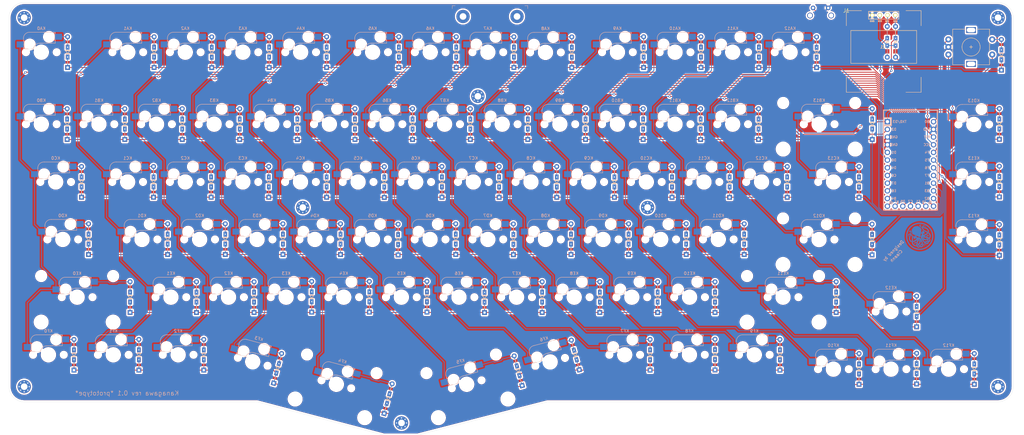
<source format=kicad_pcb>
(kicad_pcb (version 20171130) (host pcbnew 5.1.5+dfsg1-2build2)
  (layers (0 F.Cu signal) (31 B.Cu signal) (34 B.Paste user) (35 F.Paste user) (36 B.SilkS user) (37 F.SilkS user) (38 B.Mask user) (39 F.Mask user) (44 Edge.Cuts user))
  (net 0 "")
  (net 1 row00)
  (net 2 "Net-(DA0-Pad2)")
  (net 3 "Net-(DA1-Pad2)")
  (net 4 "Net-(DA2-Pad2)")
  (net 5 "Net-(DA3-Pad2)")
  (net 6 "Net-(DA4-Pad2)")
  (net 7 "Net-(DA5-Pad2)")
  (net 8 "Net-(DA6-Pad2)")
  (net 9 "Net-(DA7-Pad2)")
  (net 10 "Net-(DA8-Pad2)")
  (net 11 "Net-(DA9-Pad2)")
  (net 12 "Net-(DA10-Pad2)")
  (net 13 "Net-(DA11-Pad2)")
  (net 14 "Net-(DA12-Pad2)")
  (net 15 row01)
  (net 16 "Net-(DB0-Pad2)")
  (net 17 "Net-(DB1-Pad2)")
  (net 18 "Net-(DB2-Pad2)")
  (net 19 "Net-(DB3-Pad2)")
  (net 20 "Net-(DB4-Pad2)")
  (net 21 "Net-(DB5-Pad2)")
  (net 22 "Net-(DB6-Pad2)")
  (net 23 "Net-(DB7-Pad2)")
  (net 24 "Net-(DB8-Pad2)")
  (net 25 "Net-(DB9-Pad2)")
  (net 26 "Net-(DB10-Pad2)")
  (net 27 "Net-(DB11-Pad2)")
  (net 28 "Net-(DB12-Pad2)")
  (net 29 "Net-(DB13-Pad2)")
  (net 30 "Net-(DC0-Pad2)")
  (net 31 row02)
  (net 32 "Net-(DC1-Pad2)")
  (net 33 "Net-(DC2-Pad2)")
  (net 34 "Net-(DC3-Pad2)")
  (net 35 "Net-(DC4-Pad2)")
  (net 36 "Net-(DC5-Pad2)")
  (net 37 "Net-(DC6-Pad2)")
  (net 38 "Net-(DC7-Pad2)")
  (net 39 "Net-(DC8-Pad2)")
  (net 40 "Net-(DC9-Pad2)")
  (net 41 "Net-(DC10-Pad2)")
  (net 42 "Net-(DC11-Pad2)")
  (net 43 "Net-(DC12-Pad2)")
  (net 44 "Net-(DC13-Pad2)")
  (net 45 "Net-(DD0-Pad2)")
  (net 46 row03)
  (net 47 "Net-(DD1-Pad2)")
  (net 48 "Net-(DD2-Pad2)")
  (net 49 "Net-(DD3-Pad2)")
  (net 50 "Net-(DD4-Pad2)")
  (net 51 "Net-(DD5-Pad2)")
  (net 52 "Net-(DD6-Pad2)")
  (net 53 "Net-(DD7-Pad2)")
  (net 54 "Net-(DD8-Pad2)")
  (net 55 "Net-(DD9-Pad2)")
  (net 56 "Net-(DD10-Pad2)")
  (net 57 "Net-(DD11-Pad2)")
  (net 58 "Net-(DD12-Pad2)")
  (net 59 "Net-(DD13-Pad2)")
  (net 60 "Net-(DE0-Pad2)")
  (net 61 row04)
  (net 62 "Net-(DE1-Pad2)")
  (net 63 "Net-(DE2-Pad2)")
  (net 64 "Net-(DE3-Pad2)")
  (net 65 "Net-(DE4-Pad2)")
  (net 66 "Net-(DE5-Pad2)")
  (net 67 "Net-(DE6-Pad2)")
  (net 68 "Net-(DE7-Pad2)")
  (net 69 "Net-(DE8-Pad2)")
  (net 70 "Net-(DE9-Pad2)")
  (net 71 "Net-(DE10-Pad2)")
  (net 72 "Net-(DE11-Pad2)")
  (net 73 "Net-(DE12-Pad2)")
  (net 74 "Net-(DF0-Pad2)")
  (net 75 row05)
  (net 76 "Net-(DF1-Pad2)")
  (net 77 "Net-(DF2-Pad2)")
  (net 78 "Net-(DF3-Pad2)")
  (net 79 "Net-(DF4-Pad2)")
  (net 80 "Net-(DF5-Pad2)")
  (net 81 "Net-(DF6-Pad2)")
  (net 82 "Net-(DF7-Pad2)")
  (net 83 "Net-(DF8-Pad2)")
  (net 84 "Net-(DF9-Pad2)")
  (net 85 "Net-(DF10-Pad2)")
  (net 86 "Net-(DF11-Pad2)")
  (net 87 "Net-(DF12-Pad2)")
  (net 88 VCC)
  (net 89 GND)
  (net 90 SDA)
  (net 91 SCL)
  (net 92 ENCB)
  (net 93 ENCA)
  (net 94 col00)
  (net 95 col01)
  (net 96 col02)
  (net 97 col03)
  (net 98 col04)
  (net 99 col05)
  (net 100 col06)
  (net 101 col07)
  (net 102 col08)
  (net 103 col09)
  (net 104 col10)
  (net 105 col11)
  (net 106 col12)
  (net 107 "Net-(DE13-Pad2)")
  (net 108 "Net-(DF13-Pad2)")
  (net 109 /SW99B)
  (net 110 col13)
  (net 111 RESET)
  (module keyboard:Elite-C-29pin-holes (layer F.Cu) (at 353.93 131.59 270)
    (fp_text reference U0 hide)
    (fp_text value Elite-C hide)
    (fp_text user D2 (at -11.43 5.461) (layer B.SilkS) (effects (font (size 0.8 0.8)) (justify mirror)))
    (fp_text user D0 (at -1.27 5.461) (layer B.SilkS) (effects (font (size 0.8 0.8)) (justify mirror)))
    (fp_text user D1 (at -3.81 5.461) (layer B.SilkS) (effects (font (size 0.8 0.8)) (justify mirror)))
    (fp_text user GND (at -6.35 5.461) (layer B.SilkS) (effects (font (size 0.8 0.8)) (justify mirror)))
    (fp_text user GND (at -8.89 5.461) (layer B.SilkS) (effects (font (size 0.8 0.8)) (justify mirror)))
    (fp_text user D4 (at 1.27 5.461) (layer B.SilkS) (effects (font (size 0.8 0.8)) (justify mirror)))
    (fp_text user C6 (at 3.81 5.461) (layer B.SilkS) (effects (font (size 0.8 0.8)) (justify mirror)))
    (fp_text user D7 (at 6.35 5.461) (layer B.SilkS) (effects (font (size 0.8 0.8)) (justify mirror)))
    (fp_text user E6 (at 8.89 5.461) (layer B.SilkS) (effects (font (size 0.8 0.8)) (justify mirror)))
    (fp_text user B4 (at 11.43 5.461) (layer B.SilkS) (effects (font (size 0.8 0.8)) (justify mirror)))
    (fp_text user B5 (at 12.7 6.4 135) (layer B.SilkS) (effects (font (size 0.7 0.7)) (justify mirror)))
    (fp_text user B3 (at 8.89 -5.461) (layer B.SilkS) (effects (font (size 0.8 0.8)) (justify mirror)))
    (fp_text user B1 (at 6.35 -5.461) (layer B.SilkS) (effects (font (size 0.8 0.8)) (justify mirror)))
    (fp_text user F4 (at -3.81 -5.461) (layer B.SilkS) (effects (font (size 0.8 0.8)) (justify mirror)))
    (fp_text user VCC (at -6.35 -5.461) (layer B.SilkS) (effects (font (size 0.8 0.8)) (justify mirror)))
    (fp_text user GND (at -11.43 -5.461) (layer B.SilkS) (effects (font (size 0.8 0.8)) (justify mirror)))
    (fp_text user B0 (at -13.97 -5.461) (layer B.SilkS) (effects (font (size 0.8 0.8)) (justify mirror)))
    (fp_text user F5 (at -1.27 -5.461) (layer B.SilkS) (effects (font (size 0.8 0.8)) (justify mirror)))
    (fp_text user F6 (at 1.27 -5.461) (layer B.SilkS) (effects (font (size 0.8 0.8)) (justify mirror)))
    (fp_text user F7 (at 3.81 -5.461) (layer B.SilkS) (effects (font (size 0.8 0.8)) (justify mirror)))
    (fp_text user B2 (at 11.43 -5.461) (layer B.SilkS) (effects (font (size 0.8 0.8)) (justify mirror)))
    (fp_text user TX0/D3 (at -13.97 3.571872) (layer B.SilkS) (effects (font (size 0.8 0.8)) (justify mirror)))
    (fp_text user RST (at -8.91 -5.5) (layer B.SilkS) (effects (font (size 0.8 0.8)) (justify mirror)))
    (fp_text user B7 (at 12.6 4.5) (layer B.SilkS) (effects (font (size 0.7 0.7)) (justify mirror)))
    (fp_text user F0 (at 12.6 -4.5) (layer B.SilkS) (effects (font (size 0.7 0.7)) (justify mirror)))
    (fp_text user B6 (at 12.7 -6.4 45 unlocked) (layer B.SilkS) (effects (font (size 0.7 0.7)) (justify mirror)))
    (fp_text user C7 (at 12.4 0) (layer B.SilkS) (effects (font (size 0.8 0.8)) (justify mirror)))
    (fp_text user F1 (at 12.4 -2.54) (layer B.SilkS) (effects (font (size 0.8 0.8)) (justify mirror)))
    (fp_text user D5 (at 12.4 2.54) (layer B.SilkS) (effects (font (size 0.8 0.8)) (justify mirror)))
    (pad 25 thru_hole circle (at 13.97 5.08 270) (size 1.7526 1.7526) (drill 1.0922) (layers *.Cu *.Mask) (net 99 col05))
    (pad 26 thru_hole circle (at 13.97 2.54 270) (size 1.7526 1.7526) (drill 1.0922) (layers *.Cu *.Mask) (net 98 col04))
    (pad 27 thru_hole circle (at 13.97 0 270) (size 1.7526 1.7526) (drill 1.0922) (layers *.Cu *.Mask) (net 97 col03))
    (pad 28 thru_hole circle (at 13.97 -2.54 270) (size 1.7526 1.7526) (drill 1.0922) (layers *.Cu *.Mask) (net 96 col02))
    (pad 29 thru_hole circle (at 13.97 -5.08 270) (size 1.7526 1.7526) (drill 1.0922) (layers *.Cu *.Mask) (net 95 col01))
    (pad 24 thru_hole circle (at -13.97 -7.62 270) (size 1.7526 1.7526) (drill 1.0922) (layers *.Cu *.Mask) (net 93 ENCA))
    (pad 12 thru_hole circle (at 13.97 7.62 270) (size 1.7526 1.7526) (drill 1.0922) (layers *.Cu *.Mask) (net 100 col06))
    (pad 23 thru_hole circle (at -11.43 -7.62 270) (size 1.7526 1.7526) (drill 1.0922) (layers *.Cu *.Mask) (net 89 GND))
    (pad 22 thru_hole circle (at -8.89 -7.62 270) (size 1.7526 1.7526) (drill 1.0922) (layers *.Cu *.Mask) (net 111 RESET))
    (pad 21 thru_hole circle (at -6.35 -7.62 270) (size 1.7526 1.7526) (drill 1.0922) (layers *.Cu *.Mask) (net 88 VCC))
    (pad 20 thru_hole circle (at -3.81 -7.62 270) (size 1.7526 1.7526) (drill 1.0922) (layers *.Cu *.Mask) (net 92 ENCB))
    (pad 19 thru_hole circle (at -1.27 -7.62 270) (size 1.7526 1.7526) (drill 1.0922) (layers *.Cu *.Mask) (net 75 row05))
    (pad 18 thru_hole circle (at 1.27 -7.62 270) (size 1.7526 1.7526) (drill 1.0922) (layers *.Cu *.Mask) (net 61 row04))
    (pad 17 thru_hole circle (at 3.81 -7.62 270) (size 1.7526 1.7526) (drill 1.0922) (layers *.Cu *.Mask) (net 46 row03))
    (pad 16 thru_hole circle (at 6.35 -7.62 270) (size 1.7526 1.7526) (drill 1.0922) (layers *.Cu *.Mask) (net 31 row02))
    (pad 15 thru_hole circle (at 8.89 -7.62 270) (size 1.7526 1.7526) (drill 1.0922) (layers *.Cu *.Mask) (net 15 row01))
    (pad 14 thru_hole circle (at 11.43 -7.62 270) (size 1.7526 1.7526) (drill 1.0922) (layers *.Cu *.Mask) (net 1 row00))
    (pad 13 thru_hole circle (at 13.97 -7.62 270) (size 1.7526 1.7526) (drill 1.0922) (layers *.Cu *.Mask) (net 94 col00))
    (pad 11 thru_hole circle (at 11.43 7.62 270) (size 1.7526 1.7526) (drill 1.0922) (layers *.Cu *.Mask) (net 101 col07))
    (pad 10 thru_hole circle (at 8.89 7.62 270) (size 1.7526 1.7526) (drill 1.0922) (layers *.Cu *.Mask) (net 102 col08))
    (pad 9 thru_hole circle (at 6.35 7.62 270) (size 1.7526 1.7526) (drill 1.0922) (layers *.Cu *.Mask) (net 103 col09))
    (pad 8 thru_hole circle (at 3.81 7.62 270) (size 1.7526 1.7526) (drill 1.0922) (layers *.Cu *.Mask) (net 104 col10))
    (pad 7 thru_hole circle (at 1.27 7.62 270) (size 1.7526 1.7526) (drill 1.0922) (layers *.Cu *.Mask) (net 105 col11))
    (pad 6 thru_hole circle (at -1.27 7.62 270) (size 1.7526 1.7526) (drill 1.0922) (layers *.Cu *.Mask) (net 91 SCL))
    (pad 5 thru_hole circle (at -3.81 7.62 270) (size 1.7526 1.7526) (drill 1.0922) (layers *.Cu *.Mask) (net 90 SDA))
    (pad 4 thru_hole circle (at -6.35 7.62 270) (size 1.7526 1.7526) (drill 1.0922) (layers *.Cu *.Mask) (net 89 GND))
    (pad 3 thru_hole circle (at -8.89 7.62 270) (size 1.7526 1.7526) (drill 1.0922) (layers *.Cu *.Mask) (net 89 GND))
    (pad 2 thru_hole circle (at -11.43 7.62 270) (size 1.7526 1.7526) (drill 1.0922) (layers *.Cu *.Mask) (net 106 col12))
    (pad 1 thru_hole rect (at -13.97 7.62 270) (size 1.7526 1.7526) (drill 1.0922) (layers *.Cu *.Mask) (net 110 col13))
  )
  (module keyboard:Keebio_USB-C_breakout_shadow (layer F.Cu) (at 214.89 85.232)
    (fp_text reference MountMiddle0 hide)
    (fp_text value "MountingHole USB breakout")
    (pad "" thru_hole circle (at -8.9081 -2.3981) (size 4.4 4.4) (drill 2.2) (layers *.Cu *.Mask))
    (pad "" thru_hole circle (at 8.9512 -2.3981) (size 4.4 4.4) (drill 2.2) (layers *.Cu *.Mask))
  )
  (module keyboard:SW_Cherry_MX_2.25u_Hotswap (layer F.Cu) (at 311.8 175.65)
    (fp_text reference KE11 hide)
    (fp_text value KEY_SW hide)
    (fp_text user %R (at 0 -7.874) (layer B.SilkS) (effects (justify mirror)))
    (pad "" np_thru_hole circle (at 11.9 8.24) (size 4 4) (drill 4) (layers *.Cu *.Mask))
    (pad "" np_thru_hole circle (at 11.9 -7) (size 3.05 3.05) (drill 3.05) (layers *.Cu *.Mask))
    (pad "" np_thru_hole circle (at -11.9 -7) (size 3.05 3.05) (drill 3.05) (layers *.Cu *.Mask))
    (pad "" np_thru_hole circle (at -11.9 8.24) (size 4 4) (drill 4) (layers *.Cu *.Mask))
    (pad "" np_thru_hole circle (at -5.08 0) (size 1.7 1.7) (drill 1.7) (layers *.Cu *.Mask))
    (pad "" np_thru_hole circle (at 5.08 0) (size 1.7 1.7) (drill 1.7) (layers *.Cu *.Mask))
    (pad "" np_thru_hole circle (at 2.54 -5.08 180) (size 3 3) (drill 3) (layers *.Cu *.Mask))
    (pad "" np_thru_hole circle (at 0 0 90) (size 4.1 4.1) (drill 4.1) (layers *.Cu *.Mask))
    (pad 2 smd rect (at 5.7 -5.12 180) (size 2.3 2) (layers B.Cu B.Paste B.Mask) (net 72 "Net-(DE11-Pad2)"))
    (pad "" np_thru_hole circle (at -3.81 -2.54 180) (size 3 3) (drill 3) (layers *.Cu *.Mask))
    (pad 1 smd rect (at -7 -2.58 180) (size 2.3 2) (layers B.Cu B.Paste B.Mask) (net 105 col11))
  )
  (module keyboard:SW_Cherry_MX_2.25u_Hotswap (layer F.Cu) (at 78.4 175.65)
    (fp_text reference KE0 hide)
    (fp_text value KEY_SW hide)
    (fp_text user %R (at 0 -7.874) (layer B.SilkS) (effects (justify mirror)))
    (pad "" np_thru_hole circle (at 11.9 8.24) (size 4 4) (drill 4) (layers *.Cu *.Mask))
    (pad "" np_thru_hole circle (at 11.9 -7) (size 3.05 3.05) (drill 3.05) (layers *.Cu *.Mask))
    (pad "" np_thru_hole circle (at -11.9 -7) (size 3.05 3.05) (drill 3.05) (layers *.Cu *.Mask))
    (pad "" np_thru_hole circle (at -11.9 8.24) (size 4 4) (drill 4) (layers *.Cu *.Mask))
    (pad "" np_thru_hole circle (at -5.08 0) (size 1.7 1.7) (drill 1.7) (layers *.Cu *.Mask))
    (pad "" np_thru_hole circle (at 5.08 0) (size 1.7 1.7) (drill 1.7) (layers *.Cu *.Mask))
    (pad "" np_thru_hole circle (at 2.54 -5.08 180) (size 3 3) (drill 3) (layers *.Cu *.Mask))
    (pad "" np_thru_hole circle (at 0 0 90) (size 4.1 4.1) (drill 4.1) (layers *.Cu *.Mask))
    (pad 2 smd rect (at 5.7 -5.12 180) (size 2.3 2) (layers B.Cu B.Paste B.Mask) (net 60 "Net-(DE0-Pad2)"))
    (pad "" np_thru_hole circle (at -3.81 -2.54 180) (size 3 3) (drill 3) (layers *.Cu *.Mask))
    (pad 1 smd rect (at -7 -2.58 180) (size 2.3 2) (layers B.Cu B.Paste B.Mask) (net 94 col00))
  )
  (module keyboard:SW_Cherry_MX_2.00u_Hotswap (layer F.Cu) (at 323.75 118.45)
    (fp_text reference KB13 hide)
    (fp_text value KEY_SW hide)
    (fp_text user %R (at 0 -7.874) (layer B.SilkS) (effects (justify mirror)))
    (pad "" np_thru_hole circle (at 11.9 8.24) (size 4 4) (drill 4) (layers *.Cu *.Mask))
    (pad "" np_thru_hole circle (at 11.9 -7) (size 3.05 3.05) (drill 3.05) (layers *.Cu *.Mask))
    (pad "" np_thru_hole circle (at -11.9 -7) (size 3.05 3.05) (drill 3.05) (layers *.Cu *.Mask))
    (pad "" np_thru_hole circle (at -11.9 8.24) (size 4 4) (drill 4) (layers *.Cu *.Mask))
    (pad "" np_thru_hole circle (at -5.08 0) (size 1.7 1.7) (drill 1.7) (layers *.Cu *.Mask))
    (pad "" np_thru_hole circle (at 5.08 0) (size 1.7 1.7) (drill 1.7) (layers *.Cu *.Mask))
    (pad "" np_thru_hole circle (at 2.54 -5.08 180) (size 3 3) (drill 3) (layers *.Cu *.Mask))
    (pad "" np_thru_hole circle (at 0 0 90) (size 4.1 4.1) (drill 4.1) (layers *.Cu *.Mask))
    (pad 2 smd rect (at 5.7 -5.12 180) (size 2.3 2) (layers B.Cu B.Paste B.Mask) (net 29 "Net-(DB13-Pad2)"))
    (pad "" np_thru_hole circle (at -3.81 -2.54 180) (size 3 3) (drill 3) (layers *.Cu *.Mask))
    (pad 1 smd rect (at -7 -2.58 180) (size 2.3 2) (layers B.Cu B.Paste B.Mask) (net 110 col13))
  )
  (module keyboard:SW_Cherry_MX_2.00u_Hotswap (layer F.Cu) (at 323.7 156.6)
    (fp_text reference KD12 hide)
    (fp_text value KEY_SW hide)
    (fp_text user %R (at 0 -7.874) (layer B.SilkS) (effects (justify mirror)))
    (pad "" np_thru_hole circle (at 11.9 8.24) (size 4 4) (drill 4) (layers *.Cu *.Mask))
    (pad "" np_thru_hole circle (at 11.9 -7) (size 3.05 3.05) (drill 3.05) (layers *.Cu *.Mask))
    (pad "" np_thru_hole circle (at -11.9 -7) (size 3.05 3.05) (drill 3.05) (layers *.Cu *.Mask))
    (pad "" np_thru_hole circle (at -11.9 8.24) (size 4 4) (drill 4) (layers *.Cu *.Mask))
    (pad "" np_thru_hole circle (at -5.08 0) (size 1.7 1.7) (drill 1.7) (layers *.Cu *.Mask))
    (pad "" np_thru_hole circle (at 5.08 0) (size 1.7 1.7) (drill 1.7) (layers *.Cu *.Mask))
    (pad "" np_thru_hole circle (at 2.54 -5.08 180) (size 3 3) (drill 3) (layers *.Cu *.Mask))
    (pad "" np_thru_hole circle (at 0 0 90) (size 4.1 4.1) (drill 4.1) (layers *.Cu *.Mask))
    (pad 2 smd rect (at 5.7 -5.12 180) (size 2.3 2) (layers B.Cu B.Paste B.Mask) (net 58 "Net-(DD12-Pad2)"))
    (pad "" np_thru_hole circle (at -3.81 -2.54 180) (size 3 3) (drill 3) (layers *.Cu *.Mask))
    (pad 1 smd rect (at -7 -2.58 180) (size 2.3 2) (layers B.Cu B.Paste B.Mask) (net 106 col12))
  )
  (module keyboard:SW_Cherry_MX_2.00u_Hotswap (layer F.Cu) (at 164.1 204.45 345)
    (fp_text reference KF4 hide)
    (fp_text value KEY_SW hide)
    (fp_text user %R (at 0 -7.874 165) (layer B.SilkS) (effects (justify mirror)))
    (pad "" np_thru_hole circle (at 11.9 8.24 345) (size 4 4) (drill 4) (layers *.Cu *.Mask))
    (pad "" np_thru_hole circle (at 11.9 -7 345) (size 3.05 3.05) (drill 3.05) (layers *.Cu *.Mask))
    (pad "" np_thru_hole circle (at -11.9 -7 345) (size 3.05 3.05) (drill 3.05) (layers *.Cu *.Mask))
    (pad "" np_thru_hole circle (at -11.9 8.24 345) (size 4 4) (drill 4) (layers *.Cu *.Mask))
    (pad "" np_thru_hole circle (at -5.08 0 345) (size 1.7 1.7) (drill 1.7) (layers *.Cu *.Mask))
    (pad "" np_thru_hole circle (at 5.08 0 345) (size 1.7 1.7) (drill 1.7) (layers *.Cu *.Mask))
    (pad "" np_thru_hole circle (at 2.54 -5.08 165) (size 3 3) (drill 3) (layers *.Cu *.Mask))
    (pad "" np_thru_hole circle (at 0 0 75) (size 4.1 4.1) (drill 4.1) (layers *.Cu *.Mask))
    (pad 2 smd rect (at 5.7 -5.12 165) (size 2.3 2) (layers B.Cu B.Paste B.Mask) (net 79 "Net-(DF4-Pad2)"))
    (pad "" np_thru_hole circle (at -3.81 -2.54 165) (size 3 3) (drill 3) (layers *.Cu *.Mask))
    (pad 1 smd rect (at -7 -2.58 165) (size 2.3 2) (layers B.Cu B.Paste B.Mask) (net 98 col04))
  )
  (module keyboard:SW_Cherry_MX_2.00u_Hotswap (layer F.Cu) (at 207.2 204.45 15)
    (fp_text reference KF5 hide)
    (fp_text value KEY_SW hide)
    (fp_text user %R (at 0 -7.874 15) (layer B.SilkS) (effects (justify mirror)))
    (pad "" np_thru_hole circle (at 11.9 8.24 15) (size 4 4) (drill 4) (layers *.Cu *.Mask))
    (pad "" np_thru_hole circle (at 11.9 -7 15) (size 3.05 3.05) (drill 3.05) (layers *.Cu *.Mask))
    (pad "" np_thru_hole circle (at -11.9 -7 15) (size 3.05 3.05) (drill 3.05) (layers *.Cu *.Mask))
    (pad "" np_thru_hole circle (at -11.9 8.24 15) (size 4 4) (drill 4) (layers *.Cu *.Mask))
    (pad "" np_thru_hole circle (at -5.08 0 15) (size 1.7 1.7) (drill 1.7) (layers *.Cu *.Mask))
    (pad "" np_thru_hole circle (at 5.08 0 15) (size 1.7 1.7) (drill 1.7) (layers *.Cu *.Mask))
    (pad "" np_thru_hole circle (at 2.54 -5.08 195) (size 3 3) (drill 3) (layers *.Cu *.Mask))
    (pad "" np_thru_hole circle (at 0 0 105) (size 4.1 4.1) (drill 4.1) (layers *.Cu *.Mask))
    (pad 2 smd rect (at 5.7 -5.12 195) (size 2.3 2) (layers B.Cu B.Paste B.Mask) (net 80 "Net-(DF5-Pad2)"))
    (pad "" np_thru_hole circle (at -3.81 -2.54 195) (size 3 3) (drill 3) (layers *.Cu *.Mask))
    (pad 1 smd rect (at -7 -2.58 195) (size 2.3 2) (layers B.Cu B.Paste B.Mask) (net 99 col05))
  )
  (module keyboard:SW_Cherry_MX_1.25u_Hotswap (layer F.Cu) (at 68.9 194.7)
    (fp_text reference KF0 hide)
    (fp_text value KEY_SW hide)
    (fp_text user %R (at 0 -7.874) (layer B.SilkS) (effects (justify mirror)))
    (pad "" np_thru_hole circle (at -5.08 0) (size 1.7 1.7) (drill 1.7) (layers *.Cu *.Mask))
    (pad "" np_thru_hole circle (at 5.08 0) (size 1.7 1.7) (drill 1.7) (layers *.Cu *.Mask))
    (pad "" np_thru_hole circle (at 2.54 -5.08 180) (size 3 3) (drill 3) (layers *.Cu *.Mask))
    (pad "" np_thru_hole circle (at 0 0 90) (size 4.1 4.1) (drill 4.1) (layers *.Cu *.Mask))
    (pad 2 smd rect (at 5.7 -5.12 180) (size 2.3 2) (layers B.Cu B.Paste B.Mask) (net 74 "Net-(DF0-Pad2)"))
    (pad "" np_thru_hole circle (at -3.81 -2.54 180) (size 3 3) (drill 3) (layers *.Cu *.Mask))
    (pad 1 smd rect (at -7 -2.58 180) (size 2.3 2) (layers B.Cu B.Paste B.Mask) (net 94 col00))
  )
  (module keyboard:SW_Cherry_MX_1.25u_Hotswap (layer F.Cu) (at 111.8 194.7)
    (fp_text reference KF2 hide)
    (fp_text value KEY_SW hide)
    (fp_text user %R (at 0 -7.874) (layer B.SilkS) (effects (justify mirror)))
    (pad "" np_thru_hole circle (at -5.08 0) (size 1.7 1.7) (drill 1.7) (layers *.Cu *.Mask))
    (pad "" np_thru_hole circle (at 5.08 0) (size 1.7 1.7) (drill 1.7) (layers *.Cu *.Mask))
    (pad "" np_thru_hole circle (at 2.54 -5.08 180) (size 3 3) (drill 3) (layers *.Cu *.Mask))
    (pad "" np_thru_hole circle (at 0 0 90) (size 4.1 4.1) (drill 4.1) (layers *.Cu *.Mask))
    (pad 2 smd rect (at 5.7 -5.12 180) (size 2.3 2) (layers B.Cu B.Paste B.Mask) (net 77 "Net-(DF2-Pad2)"))
    (pad "" np_thru_hole circle (at -3.81 -2.54 180) (size 3 3) (drill 3) (layers *.Cu *.Mask))
    (pad 1 smd rect (at -7 -2.58 180) (size 2.3 2) (layers B.Cu B.Paste B.Mask) (net 96 col02))
  )
  (module keyboard:SW_Cherry_MX_1.25u_Hotswap (layer F.Cu) (at 259.45 194.7)
    (fp_text reference KF7 hide)
    (fp_text value KEY_SW hide)
    (fp_text user %R (at 0 -7.874) (layer B.SilkS) (effects (justify mirror)))
    (pad "" np_thru_hole circle (at -5.08 0) (size 1.7 1.7) (drill 1.7) (layers *.Cu *.Mask))
    (pad "" np_thru_hole circle (at 5.08 0) (size 1.7 1.7) (drill 1.7) (layers *.Cu *.Mask))
    (pad "" np_thru_hole circle (at 2.54 -5.08 180) (size 3 3) (drill 3) (layers *.Cu *.Mask))
    (pad "" np_thru_hole circle (at 0 0 90) (size 4.1 4.1) (drill 4.1) (layers *.Cu *.Mask))
    (pad 2 smd rect (at 5.7 -5.12 180) (size 2.3 2) (layers B.Cu B.Paste B.Mask) (net 82 "Net-(DF7-Pad2)"))
    (pad "" np_thru_hole circle (at -3.81 -2.54 180) (size 3 3) (drill 3) (layers *.Cu *.Mask))
    (pad 1 smd rect (at -7 -2.58 180) (size 2.3 2) (layers B.Cu B.Paste B.Mask) (net 101 col07))
  )
  (module keyboard:SW_Cherry_MX_1.25u_Hotswap (layer F.Cu) (at 302.3 194.7)
    (fp_text reference KF9 hide)
    (fp_text value KEY_SW hide)
    (fp_text user %R (at 0 -7.874) (layer B.SilkS) (effects (justify mirror)))
    (pad "" np_thru_hole circle (at -5.08 0) (size 1.7 1.7) (drill 1.7) (layers *.Cu *.Mask))
    (pad "" np_thru_hole circle (at 5.08 0) (size 1.7 1.7) (drill 1.7) (layers *.Cu *.Mask))
    (pad "" np_thru_hole circle (at 2.54 -5.08 180) (size 3 3) (drill 3) (layers *.Cu *.Mask))
    (pad "" np_thru_hole circle (at 0 0 90) (size 4.1 4.1) (drill 4.1) (layers *.Cu *.Mask))
    (pad 2 smd rect (at 5.7 -5.12 180) (size 2.3 2) (layers B.Cu B.Paste B.Mask) (net 84 "Net-(DF9-Pad2)"))
    (pad "" np_thru_hole circle (at -3.81 -2.54 180) (size 3 3) (drill 3) (layers *.Cu *.Mask))
    (pad 1 smd rect (at -7 -2.58 180) (size 2.3 2) (layers B.Cu B.Paste B.Mask) (net 103 col09))
  )
  (module keyboard:SW_Cherry_MX_1.25u_Hotswap (layer F.Cu) (at 374.87 118.522)
    (fp_text reference KD13 hide)
    (fp_text value KEY_SW hide)
    (fp_text user %R (at 0 -7.874) (layer B.SilkS) (effects (justify mirror)))
    (pad "" np_thru_hole circle (at -5.08 0) (size 1.7 1.7) (drill 1.7) (layers *.Cu *.Mask))
    (pad "" np_thru_hole circle (at 5.08 0) (size 1.7 1.7) (drill 1.7) (layers *.Cu *.Mask))
    (pad "" np_thru_hole circle (at 2.54 -5.08 180) (size 3 3) (drill 3) (layers *.Cu *.Mask))
    (pad "" np_thru_hole circle (at 0 0 90) (size 4.1 4.1) (drill 4.1) (layers *.Cu *.Mask))
    (pad 2 smd rect (at 5.7 -5.12 180) (size 2.3 2) (layers B.Cu B.Paste B.Mask) (net 59 "Net-(DD13-Pad2)"))
    (pad "" np_thru_hole circle (at -3.81 -2.54 180) (size 3 3) (drill 3) (layers *.Cu *.Mask))
    (pad 1 smd rect (at -7 -2.58 180) (size 2.3 2) (layers B.Cu B.Paste B.Mask) (net 110 col13))
  )
  (module keyboard:SW_Cherry_MX_1.25u_Hotswap (layer F.Cu) (at 374.88 137.562)
    (fp_text reference KE13 hide)
    (fp_text value KEY_SW hide)
    (fp_text user %R (at 0 -7.874) (layer B.SilkS) (effects (justify mirror)))
    (pad "" np_thru_hole circle (at -5.08 0) (size 1.7 1.7) (drill 1.7) (layers *.Cu *.Mask))
    (pad "" np_thru_hole circle (at 5.08 0) (size 1.7 1.7) (drill 1.7) (layers *.Cu *.Mask))
    (pad "" np_thru_hole circle (at 2.54 -5.08 180) (size 3 3) (drill 3) (layers *.Cu *.Mask))
    (pad "" np_thru_hole circle (at 0 0 90) (size 4.1 4.1) (drill 4.1) (layers *.Cu *.Mask))
    (pad 2 smd rect (at 5.7 -5.12 180) (size 2.3 2) (layers B.Cu B.Paste B.Mask) (net 107 "Net-(DE13-Pad2)"))
    (pad "" np_thru_hole circle (at -3.81 -2.54 180) (size 3 3) (drill 3) (layers *.Cu *.Mask))
    (pad 1 smd rect (at -7 -2.58 180) (size 2.3 2) (layers B.Cu B.Paste B.Mask) (net 110 col13))
  )
  (module keyboard:SW_Cherry_MX_1.25u_Hotswap (layer F.Cu) (at 374.88 156.612)
    (fp_text reference KF13 hide)
    (fp_text value KEY_SW hide)
    (fp_text user %R (at 0 -7.874) (layer B.SilkS) (effects (justify mirror)))
    (pad "" np_thru_hole circle (at -5.08 0) (size 1.7 1.7) (drill 1.7) (layers *.Cu *.Mask))
    (pad "" np_thru_hole circle (at 5.08 0) (size 1.7 1.7) (drill 1.7) (layers *.Cu *.Mask))
    (pad "" np_thru_hole circle (at 2.54 -5.08 180) (size 3 3) (drill 3) (layers *.Cu *.Mask))
    (pad "" np_thru_hole circle (at 0 0 90) (size 4.1 4.1) (drill 4.1) (layers *.Cu *.Mask))
    (pad 2 smd rect (at 5.7 -5.12 180) (size 2.3 2) (layers B.Cu B.Paste B.Mask) (net 108 "Net-(DF13-Pad2)"))
    (pad "" np_thru_hole circle (at -3.81 -2.54 180) (size 3 3) (drill 3) (layers *.Cu *.Mask))
    (pad 1 smd rect (at -7 -2.58 180) (size 2.3 2) (layers B.Cu B.Paste B.Mask) (net 110 col13))
  )
  (module keyboard:SW_Cherry_MX_1.75u_Hotswap (layer F.Cu) (at 73.65 156.55)
    (fp_text reference KD0 hide)
    (fp_text value KEY_SW hide)
    (fp_text user %R (at 0 -7.874) (layer B.SilkS) (effects (justify mirror)))
    (pad "" np_thru_hole circle (at -5.08 0) (size 1.7 1.7) (drill 1.7) (layers *.Cu *.Mask))
    (pad "" np_thru_hole circle (at 5.08 0) (size 1.7 1.7) (drill 1.7) (layers *.Cu *.Mask))
    (pad "" np_thru_hole circle (at 2.54 -5.08 180) (size 3 3) (drill 3) (layers *.Cu *.Mask))
    (pad "" np_thru_hole circle (at 0 0 90) (size 4.1 4.1) (drill 4.1) (layers *.Cu *.Mask))
    (pad 2 smd rect (at 5.7 -5.12 180) (size 2.3 2) (layers B.Cu B.Paste B.Mask) (net 45 "Net-(DD0-Pad2)"))
    (pad "" np_thru_hole circle (at -3.81 -2.54 180) (size 3 3) (drill 3) (layers *.Cu *.Mask))
    (pad 1 smd rect (at -7 -2.58 180) (size 2.3 2) (layers B.Cu B.Paste B.Mask) (net 94 col00))
  )
  (module keyboard:SW_Cherry_MX_1.50u_Hotswap (layer F.Cu) (at 71.3 137.55)
    (fp_text reference KC0 hide)
    (fp_text value KEY_SW hide)
    (fp_text user %R (at 0 -7.874) (layer B.SilkS) (effects (justify mirror)))
    (pad "" np_thru_hole circle (at -5.08 0) (size 1.7 1.7) (drill 1.7) (layers *.Cu *.Mask))
    (pad "" np_thru_hole circle (at 5.08 0) (size 1.7 1.7) (drill 1.7) (layers *.Cu *.Mask))
    (pad "" np_thru_hole circle (at 2.54 -5.08 180) (size 3 3) (drill 3) (layers *.Cu *.Mask))
    (pad "" np_thru_hole circle (at 0 0 90) (size 4.1 4.1) (drill 4.1) (layers *.Cu *.Mask))
    (pad 2 smd rect (at 5.7 -5.12 180) (size 2.3 2) (layers B.Cu B.Paste B.Mask) (net 30 "Net-(DC0-Pad2)"))
    (pad "" np_thru_hole circle (at -3.81 -2.54 180) (size 3 3) (drill 3) (layers *.Cu *.Mask))
    (pad 1 smd rect (at -7 -2.58 180) (size 2.3 2) (layers B.Cu B.Paste B.Mask) (net 94 col00))
  )
  (module keyboard:SW_Cherry_MX_1.50u_Hotswap (layer F.Cu) (at 328.5 137.55)
    (fp_text reference KC13 hide)
    (fp_text value KEY_SW hide)
    (fp_text user %R (at 0 -7.874) (layer B.SilkS) (effects (justify mirror)))
    (pad "" np_thru_hole circle (at -5.08 0) (size 1.7 1.7) (drill 1.7) (layers *.Cu *.Mask))
    (pad "" np_thru_hole circle (at 5.08 0) (size 1.7 1.7) (drill 1.7) (layers *.Cu *.Mask))
    (pad "" np_thru_hole circle (at 2.54 -5.08 180) (size 3 3) (drill 3) (layers *.Cu *.Mask))
    (pad "" np_thru_hole circle (at 0 0 90) (size 4.1 4.1) (drill 4.1) (layers *.Cu *.Mask))
    (pad 2 smd rect (at 5.7 -5.12 180) (size 2.3 2) (layers B.Cu B.Paste B.Mask) (net 44 "Net-(DC13-Pad2)"))
    (pad "" np_thru_hole circle (at -3.81 -2.54 180) (size 3 3) (drill 3) (layers *.Cu *.Mask))
    (pad 1 smd rect (at -7 -2.58 180) (size 2.3 2) (layers B.Cu B.Paste B.Mask) (net 110 col13))
  )
  (module keyboard:SW_Cherry_MX_1.00u_Hotswap (layer F.Cu) (at 295.15 94.65)
    (fp_text reference KA11 hide)
    (fp_text value KEY_SW hide)
    (fp_text user %R (at 0 -7.874) (layer B.SilkS) (effects (justify mirror)))
    (pad "" np_thru_hole circle (at -5.08 0) (size 1.7 1.7) (drill 1.7) (layers *.Cu *.Mask))
    (pad "" np_thru_hole circle (at 5.08 0) (size 1.7 1.7) (drill 1.7) (layers *.Cu *.Mask))
    (pad "" np_thru_hole circle (at 2.54 -5.08 180) (size 3 3) (drill 3) (layers *.Cu *.Mask))
    (pad "" np_thru_hole circle (at 0 0 90) (size 4.1 4.1) (drill 4.1) (layers *.Cu *.Mask))
    (pad 2 smd rect (at 5.7 -5.12 180) (size 2.3 2) (layers B.Cu B.Paste B.Mask) (net 13 "Net-(DA11-Pad2)"))
    (pad "" np_thru_hole circle (at -3.81 -2.54 180) (size 3 3) (drill 3) (layers *.Cu *.Mask))
    (pad 1 smd rect (at -7 -2.58 180) (size 2.3 2) (layers B.Cu B.Paste B.Mask) (net 105 col11))
  )
  (module keyboard:SW_Cherry_MX_1.00u_Hotswap (layer F.Cu) (at 66.55 94.65)
    (fp_text reference KA0 hide)
    (fp_text value KEY_SW hide)
    (fp_text user %R (at 0 -7.874) (layer B.SilkS) (effects (justify mirror)))
    (pad "" np_thru_hole circle (at -5.08 0) (size 1.7 1.7) (drill 1.7) (layers *.Cu *.Mask))
    (pad "" np_thru_hole circle (at 5.08 0) (size 1.7 1.7) (drill 1.7) (layers *.Cu *.Mask))
    (pad "" np_thru_hole circle (at 2.54 -5.08 180) (size 3 3) (drill 3) (layers *.Cu *.Mask))
    (pad "" np_thru_hole circle (at 0 0 90) (size 4.1 4.1) (drill 4.1) (layers *.Cu *.Mask))
    (pad 2 smd rect (at 5.7 -5.12 180) (size 2.3 2) (layers B.Cu B.Paste B.Mask) (net 2 "Net-(DA0-Pad2)"))
    (pad "" np_thru_hole circle (at -3.81 -2.54 180) (size 3 3) (drill 3) (layers *.Cu *.Mask))
    (pad 1 smd rect (at -7 -2.58 180) (size 2.3 2) (layers B.Cu B.Paste B.Mask) (net 94 col00))
  )
  (module keyboard:SW_Cherry_MX_1.00u_Hotswap (layer F.Cu) (at 95.15 94.65)
    (fp_text reference KA1 hide)
    (fp_text value KEY_SW hide)
    (fp_text user %R (at 0 -7.874) (layer B.SilkS) (effects (justify mirror)))
    (pad "" np_thru_hole circle (at -5.08 0) (size 1.7 1.7) (drill 1.7) (layers *.Cu *.Mask))
    (pad "" np_thru_hole circle (at 5.08 0) (size 1.7 1.7) (drill 1.7) (layers *.Cu *.Mask))
    (pad "" np_thru_hole circle (at 2.54 -5.08 180) (size 3 3) (drill 3) (layers *.Cu *.Mask))
    (pad "" np_thru_hole circle (at 0 0 90) (size 4.1 4.1) (drill 4.1) (layers *.Cu *.Mask))
    (pad 2 smd rect (at 5.7 -5.12 180) (size 2.3 2) (layers B.Cu B.Paste B.Mask) (net 3 "Net-(DA1-Pad2)"))
    (pad "" np_thru_hole circle (at -3.81 -2.54 180) (size 3 3) (drill 3) (layers *.Cu *.Mask))
    (pad 1 smd rect (at -7 -2.58 180) (size 2.3 2) (layers B.Cu B.Paste B.Mask) (net 95 col01))
  )
  (module keyboard:SW_Cherry_MX_1.00u_Hotswap (layer F.Cu) (at 114.15 94.65)
    (fp_text reference KA2 hide)
    (fp_text value KEY_SW hide)
    (fp_text user %R (at 0 -7.874) (layer B.SilkS) (effects (justify mirror)))
    (pad "" np_thru_hole circle (at -5.08 0) (size 1.7 1.7) (drill 1.7) (layers *.Cu *.Mask))
    (pad "" np_thru_hole circle (at 5.08 0) (size 1.7 1.7) (drill 1.7) (layers *.Cu *.Mask))
    (pad "" np_thru_hole circle (at 2.54 -5.08 180) (size 3 3) (drill 3) (layers *.Cu *.Mask))
    (pad "" np_thru_hole circle (at 0 0 90) (size 4.1 4.1) (drill 4.1) (layers *.Cu *.Mask))
    (pad 2 smd rect (at 5.7 -5.12 180) (size 2.3 2) (layers B.Cu B.Paste B.Mask) (net 4 "Net-(DA2-Pad2)"))
    (pad "" np_thru_hole circle (at -3.81 -2.54 180) (size 3 3) (drill 3) (layers *.Cu *.Mask))
    (pad 1 smd rect (at -7 -2.58 180) (size 2.3 2) (layers B.Cu B.Paste B.Mask) (net 96 col02))
  )
  (module keyboard:SW_Cherry_MX_1.00u_Hotswap (layer F.Cu) (at 133.2 94.65)
    (fp_text reference KA3 hide)
    (fp_text value KEY_SW hide)
    (fp_text user %R (at 0 -7.874) (layer B.SilkS) (effects (justify mirror)))
    (pad "" np_thru_hole circle (at -5.08 0) (size 1.7 1.7) (drill 1.7) (layers *.Cu *.Mask))
    (pad "" np_thru_hole circle (at 5.08 0) (size 1.7 1.7) (drill 1.7) (layers *.Cu *.Mask))
    (pad "" np_thru_hole circle (at 2.54 -5.08 180) (size 3 3) (drill 3) (layers *.Cu *.Mask))
    (pad "" np_thru_hole circle (at 0 0 90) (size 4.1 4.1) (drill 4.1) (layers *.Cu *.Mask))
    (pad 2 smd rect (at 5.7 -5.12 180) (size 2.3 2) (layers B.Cu B.Paste B.Mask) (net 5 "Net-(DA3-Pad2)"))
    (pad "" np_thru_hole circle (at -3.81 -2.54 180) (size 3 3) (drill 3) (layers *.Cu *.Mask))
    (pad 1 smd rect (at -7 -2.58 180) (size 2.3 2) (layers B.Cu B.Paste B.Mask) (net 97 col03))
  )
  (module keyboard:SW_Cherry_MX_1.00u_Hotswap (layer F.Cu) (at 152.3 94.65)
    (fp_text reference KA4 hide)
    (fp_text value KEY_SW hide)
    (fp_text user %R (at 0 -7.874) (layer B.SilkS) (effects (justify mirror)))
    (pad "" np_thru_hole circle (at -5.08 0) (size 1.7 1.7) (drill 1.7) (layers *.Cu *.Mask))
    (pad "" np_thru_hole circle (at 5.08 0) (size 1.7 1.7) (drill 1.7) (layers *.Cu *.Mask))
    (pad "" np_thru_hole circle (at 2.54 -5.08 180) (size 3 3) (drill 3) (layers *.Cu *.Mask))
    (pad "" np_thru_hole circle (at 0 0 90) (size 4.1 4.1) (drill 4.1) (layers *.Cu *.Mask))
    (pad 2 smd rect (at 5.7 -5.12 180) (size 2.3 2) (layers B.Cu B.Paste B.Mask) (net 6 "Net-(DA4-Pad2)"))
    (pad "" np_thru_hole circle (at -3.81 -2.54 180) (size 3 3) (drill 3) (layers *.Cu *.Mask))
    (pad 1 smd rect (at -7 -2.58 180) (size 2.3 2) (layers B.Cu B.Paste B.Mask) (net 98 col04))
  )
  (module keyboard:SW_Cherry_MX_1.00u_Hotswap (layer F.Cu) (at 176.1 94.65)
    (fp_text reference KA5 hide)
    (fp_text value KEY_SW hide)
    (fp_text user %R (at 0 -7.874) (layer B.SilkS) (effects (justify mirror)))
    (pad "" np_thru_hole circle (at -5.08 0) (size 1.7 1.7) (drill 1.7) (layers *.Cu *.Mask))
    (pad "" np_thru_hole circle (at 5.08 0) (size 1.7 1.7) (drill 1.7) (layers *.Cu *.Mask))
    (pad "" np_thru_hole circle (at 2.54 -5.08 180) (size 3 3) (drill 3) (layers *.Cu *.Mask))
    (pad "" np_thru_hole circle (at 0 0 90) (size 4.1 4.1) (drill 4.1) (layers *.Cu *.Mask))
    (pad 2 smd rect (at 5.7 -5.12 180) (size 2.3 2) (layers B.Cu B.Paste B.Mask) (net 7 "Net-(DA5-Pad2)"))
    (pad "" np_thru_hole circle (at -3.81 -2.54 180) (size 3 3) (drill 3) (layers *.Cu *.Mask))
    (pad 1 smd rect (at -7 -2.58 180) (size 2.3 2) (layers B.Cu B.Paste B.Mask) (net 99 col05))
  )
  (module keyboard:SW_Cherry_MX_1.00u_Hotswap (layer F.Cu) (at 195.15 94.65)
    (fp_text reference KA6 hide)
    (fp_text value KEY_SW hide)
    (fp_text user %R (at 0 -7.874) (layer B.SilkS) (effects (justify mirror)))
    (pad "" np_thru_hole circle (at -5.08 0) (size 1.7 1.7) (drill 1.7) (layers *.Cu *.Mask))
    (pad "" np_thru_hole circle (at 5.08 0) (size 1.7 1.7) (drill 1.7) (layers *.Cu *.Mask))
    (pad "" np_thru_hole circle (at 2.54 -5.08 180) (size 3 3) (drill 3) (layers *.Cu *.Mask))
    (pad "" np_thru_hole circle (at 0 0 90) (size 4.1 4.1) (drill 4.1) (layers *.Cu *.Mask))
    (pad 2 smd rect (at 5.7 -5.12 180) (size 2.3 2) (layers B.Cu B.Paste B.Mask) (net 8 "Net-(DA6-Pad2)"))
    (pad "" np_thru_hole circle (at -3.81 -2.54 180) (size 3 3) (drill 3) (layers *.Cu *.Mask))
    (pad 1 smd rect (at -7 -2.58 180) (size 2.3 2) (layers B.Cu B.Paste B.Mask) (net 100 col06))
  )
  (module keyboard:SW_Cherry_MX_1.00u_Hotswap (layer F.Cu) (at 214.2 94.65)
    (fp_text reference KA7 hide)
    (fp_text value KEY_SW hide)
    (fp_text user %R (at 0 -7.874) (layer B.SilkS) (effects (justify mirror)))
    (pad "" np_thru_hole circle (at -5.08 0) (size 1.7 1.7) (drill 1.7) (layers *.Cu *.Mask))
    (pad "" np_thru_hole circle (at 5.08 0) (size 1.7 1.7) (drill 1.7) (layers *.Cu *.Mask))
    (pad "" np_thru_hole circle (at 2.54 -5.08 180) (size 3 3) (drill 3) (layers *.Cu *.Mask))
    (pad "" np_thru_hole circle (at 0 0 90) (size 4.1 4.1) (drill 4.1) (layers *.Cu *.Mask))
    (pad 2 smd rect (at 5.7 -5.12 180) (size 2.3 2) (layers B.Cu B.Paste B.Mask) (net 9 "Net-(DA7-Pad2)"))
    (pad "" np_thru_hole circle (at -3.81 -2.54 180) (size 3 3) (drill 3) (layers *.Cu *.Mask))
    (pad 1 smd rect (at -7 -2.58 180) (size 2.3 2) (layers B.Cu B.Paste B.Mask) (net 101 col07))
  )
  (module keyboard:SW_Cherry_MX_1.00u_Hotswap (layer F.Cu) (at 233.25 94.7)
    (fp_text reference KA8 hide)
    (fp_text value KEY_SW hide)
    (fp_text user %R (at 0 -7.874) (layer B.SilkS) (effects (justify mirror)))
    (pad "" np_thru_hole circle (at -5.08 0) (size 1.7 1.7) (drill 1.7) (layers *.Cu *.Mask))
    (pad "" np_thru_hole circle (at 5.08 0) (size 1.7 1.7) (drill 1.7) (layers *.Cu *.Mask))
    (pad "" np_thru_hole circle (at 2.54 -5.08 180) (size 3 3) (drill 3) (layers *.Cu *.Mask))
    (pad "" np_thru_hole circle (at 0 0 90) (size 4.1 4.1) (drill 4.1) (layers *.Cu *.Mask))
    (pad 2 smd rect (at 5.7 -5.12 180) (size 2.3 2) (layers B.Cu B.Paste B.Mask) (net 10 "Net-(DA8-Pad2)"))
    (pad "" np_thru_hole circle (at -3.81 -2.54 180) (size 3 3) (drill 3) (layers *.Cu *.Mask))
    (pad 1 smd rect (at -7 -2.58 180) (size 2.3 2) (layers B.Cu B.Paste B.Mask) (net 102 col08))
  )
  (module keyboard:SW_Cherry_MX_1.00u_Hotswap (layer F.Cu) (at 257.05 94.65)
    (fp_text reference KA9 hide)
    (fp_text value KEY_SW hide)
    (fp_text user %R (at 0 -7.874) (layer B.SilkS) (effects (justify mirror)))
    (pad "" np_thru_hole circle (at -5.08 0) (size 1.7 1.7) (drill 1.7) (layers *.Cu *.Mask))
    (pad "" np_thru_hole circle (at 5.08 0) (size 1.7 1.7) (drill 1.7) (layers *.Cu *.Mask))
    (pad "" np_thru_hole circle (at 2.54 -5.08 180) (size 3 3) (drill 3) (layers *.Cu *.Mask))
    (pad "" np_thru_hole circle (at 0 0 90) (size 4.1 4.1) (drill 4.1) (layers *.Cu *.Mask))
    (pad 2 smd rect (at 5.7 -5.12 180) (size 2.3 2) (layers B.Cu B.Paste B.Mask) (net 11 "Net-(DA9-Pad2)"))
    (pad "" np_thru_hole circle (at -3.81 -2.54 180) (size 3 3) (drill 3) (layers *.Cu *.Mask))
    (pad 1 smd rect (at -7 -2.58 180) (size 2.3 2) (layers B.Cu B.Paste B.Mask) (net 103 col09))
  )
  (module keyboard:SW_Cherry_MX_1.00u_Hotswap (layer F.Cu) (at 276.1 94.65)
    (fp_text reference KA10 hide)
    (fp_text value KEY_SW hide)
    (fp_text user %R (at 0 -7.874) (layer B.SilkS) (effects (justify mirror)))
    (pad "" np_thru_hole circle (at -5.08 0) (size 1.7 1.7) (drill 1.7) (layers *.Cu *.Mask))
    (pad "" np_thru_hole circle (at 5.08 0) (size 1.7 1.7) (drill 1.7) (layers *.Cu *.Mask))
    (pad "" np_thru_hole circle (at 2.54 -5.08 180) (size 3 3) (drill 3) (layers *.Cu *.Mask))
    (pad "" np_thru_hole circle (at 0 0 90) (size 4.1 4.1) (drill 4.1) (layers *.Cu *.Mask))
    (pad 2 smd rect (at 5.7 -5.12 180) (size 2.3 2) (layers B.Cu B.Paste B.Mask) (net 12 "Net-(DA10-Pad2)"))
    (pad "" np_thru_hole circle (at -3.81 -2.54 180) (size 3 3) (drill 3) (layers *.Cu *.Mask))
    (pad 1 smd rect (at -7 -2.58 180) (size 2.3 2) (layers B.Cu B.Paste B.Mask) (net 104 col10))
  )
  (module keyboard:SW_Cherry_MX_1.00u_Hotswap (layer F.Cu) (at 314.15 94.65)
    (fp_text reference KA12 hide)
    (fp_text value KEY_SW hide)
    (fp_text user %R (at 0 -7.874) (layer B.SilkS) (effects (justify mirror)))
    (pad "" np_thru_hole circle (at -5.08 0) (size 1.7 1.7) (drill 1.7) (layers *.Cu *.Mask))
    (pad "" np_thru_hole circle (at 5.08 0) (size 1.7 1.7) (drill 1.7) (layers *.Cu *.Mask))
    (pad "" np_thru_hole circle (at 2.54 -5.08 180) (size 3 3) (drill 3) (layers *.Cu *.Mask))
    (pad "" np_thru_hole circle (at 0 0 90) (size 4.1 4.1) (drill 4.1) (layers *.Cu *.Mask))
    (pad 2 smd rect (at 5.7 -5.12 180) (size 2.3 2) (layers B.Cu B.Paste B.Mask) (net 14 "Net-(DA12-Pad2)"))
    (pad "" np_thru_hole circle (at -3.81 -2.54 180) (size 3 3) (drill 3) (layers *.Cu *.Mask))
    (pad 1 smd rect (at -7 -2.58 180) (size 2.3 2) (layers B.Cu B.Paste B.Mask) (net 106 col12))
  )
  (module keyboard:SW_Cherry_MX_1.00u_Hotswap (layer F.Cu) (at 66.55 118.45)
    (fp_text reference KB0 hide)
    (fp_text value KEY_SW hide)
    (fp_text user %R (at 0 -7.874) (layer B.SilkS) (effects (justify mirror)))
    (pad "" np_thru_hole circle (at -5.08 0) (size 1.7 1.7) (drill 1.7) (layers *.Cu *.Mask))
    (pad "" np_thru_hole circle (at 5.08 0) (size 1.7 1.7) (drill 1.7) (layers *.Cu *.Mask))
    (pad "" np_thru_hole circle (at 2.54 -5.08 180) (size 3 3) (drill 3) (layers *.Cu *.Mask))
    (pad "" np_thru_hole circle (at 0 0 90) (size 4.1 4.1) (drill 4.1) (layers *.Cu *.Mask))
    (pad 2 smd rect (at 5.7 -5.12 180) (size 2.3 2) (layers B.Cu B.Paste B.Mask) (net 16 "Net-(DB0-Pad2)"))
    (pad "" np_thru_hole circle (at -3.81 -2.54 180) (size 3 3) (drill 3) (layers *.Cu *.Mask))
    (pad 1 smd rect (at -7 -2.58 180) (size 2.3 2) (layers B.Cu B.Paste B.Mask) (net 94 col00))
  )
  (module keyboard:SW_Cherry_MX_1.00u_Hotswap (layer F.Cu) (at 85.6 118.45)
    (fp_text reference KB1 hide)
    (fp_text value KEY_SW hide)
    (fp_text user %R (at 0 -7.874) (layer B.SilkS) (effects (justify mirror)))
    (pad "" np_thru_hole circle (at -5.08 0) (size 1.7 1.7) (drill 1.7) (layers *.Cu *.Mask))
    (pad "" np_thru_hole circle (at 5.08 0) (size 1.7 1.7) (drill 1.7) (layers *.Cu *.Mask))
    (pad "" np_thru_hole circle (at 2.54 -5.08 180) (size 3 3) (drill 3) (layers *.Cu *.Mask))
    (pad "" np_thru_hole circle (at 0 0 90) (size 4.1 4.1) (drill 4.1) (layers *.Cu *.Mask))
    (pad 2 smd rect (at 5.7 -5.12 180) (size 2.3 2) (layers B.Cu B.Paste B.Mask) (net 17 "Net-(DB1-Pad2)"))
    (pad "" np_thru_hole circle (at -3.81 -2.54 180) (size 3 3) (drill 3) (layers *.Cu *.Mask))
    (pad 1 smd rect (at -7 -2.58 180) (size 2.3 2) (layers B.Cu B.Paste B.Mask) (net 95 col01))
  )
  (module keyboard:SW_Cherry_MX_1.00u_Hotswap (layer F.Cu) (at 104.65 118.45)
    (fp_text reference KB2 hide)
    (fp_text value KEY_SW hide)
    (fp_text user %R (at 0 -7.874) (layer B.SilkS) (effects (justify mirror)))
    (pad "" np_thru_hole circle (at -5.08 0) (size 1.7 1.7) (drill 1.7) (layers *.Cu *.Mask))
    (pad "" np_thru_hole circle (at 5.08 0) (size 1.7 1.7) (drill 1.7) (layers *.Cu *.Mask))
    (pad "" np_thru_hole circle (at 2.54 -5.08 180) (size 3 3) (drill 3) (layers *.Cu *.Mask))
    (pad "" np_thru_hole circle (at 0 0 90) (size 4.1 4.1) (drill 4.1) (layers *.Cu *.Mask))
    (pad 2 smd rect (at 5.7 -5.12 180) (size 2.3 2) (layers B.Cu B.Paste B.Mask) (net 18 "Net-(DB2-Pad2)"))
    (pad "" np_thru_hole circle (at -3.81 -2.54 180) (size 3 3) (drill 3) (layers *.Cu *.Mask))
    (pad 1 smd rect (at -7 -2.58 180) (size 2.3 2) (layers B.Cu B.Paste B.Mask) (net 96 col02))
  )
  (module keyboard:SW_Cherry_MX_1.00u_Hotswap (layer F.Cu) (at 123.7 118.45)
    (fp_text reference KB3 hide)
    (fp_text value KEY_SW hide)
    (fp_text user %R (at 0 -7.874) (layer B.SilkS) (effects (justify mirror)))
    (pad "" np_thru_hole circle (at -5.08 0) (size 1.7 1.7) (drill 1.7) (layers *.Cu *.Mask))
    (pad "" np_thru_hole circle (at 5.08 0) (size 1.7 1.7) (drill 1.7) (layers *.Cu *.Mask))
    (pad "" np_thru_hole circle (at 2.54 -5.08 180) (size 3 3) (drill 3) (layers *.Cu *.Mask))
    (pad "" np_thru_hole circle (at 0 0 90) (size 4.1 4.1) (drill 4.1) (layers *.Cu *.Mask))
    (pad 2 smd rect (at 5.7 -5.12 180) (size 2.3 2) (layers B.Cu B.Paste B.Mask) (net 19 "Net-(DB3-Pad2)"))
    (pad "" np_thru_hole circle (at -3.81 -2.54 180) (size 3 3) (drill 3) (layers *.Cu *.Mask))
    (pad 1 smd rect (at -7 -2.58 180) (size 2.3 2) (layers B.Cu B.Paste B.Mask) (net 97 col03))
  )
  (module keyboard:SW_Cherry_MX_1.00u_Hotswap (layer F.Cu) (at 142.75 118.45)
    (fp_text reference KB4 hide)
    (fp_text value KEY_SW hide)
    (fp_text user %R (at 0 -7.874) (layer B.SilkS) (effects (justify mirror)))
    (pad "" np_thru_hole circle (at -5.08 0) (size 1.7 1.7) (drill 1.7) (layers *.Cu *.Mask))
    (pad "" np_thru_hole circle (at 5.08 0) (size 1.7 1.7) (drill 1.7) (layers *.Cu *.Mask))
    (pad "" np_thru_hole circle (at 2.54 -5.08 180) (size 3 3) (drill 3) (layers *.Cu *.Mask))
    (pad "" np_thru_hole circle (at 0 0 90) (size 4.1 4.1) (drill 4.1) (layers *.Cu *.Mask))
    (pad 2 smd rect (at 5.7 -5.12 180) (size 2.3 2) (layers B.Cu B.Paste B.Mask) (net 20 "Net-(DB4-Pad2)"))
    (pad "" np_thru_hole circle (at -3.81 -2.54 180) (size 3 3) (drill 3) (layers *.Cu *.Mask))
    (pad 1 smd rect (at -7 -2.58 180) (size 2.3 2) (layers B.Cu B.Paste B.Mask) (net 98 col04))
  )
  (module keyboard:SW_Cherry_MX_1.00u_Hotswap (layer F.Cu) (at 161.8 118.45)
    (fp_text reference KB5 hide)
    (fp_text value KEY_SW hide)
    (fp_text user %R (at 0 -7.874) (layer B.SilkS) (effects (justify mirror)))
    (pad "" np_thru_hole circle (at -5.08 0) (size 1.7 1.7) (drill 1.7) (layers *.Cu *.Mask))
    (pad "" np_thru_hole circle (at 5.08 0) (size 1.7 1.7) (drill 1.7) (layers *.Cu *.Mask))
    (pad "" np_thru_hole circle (at 2.54 -5.08 180) (size 3 3) (drill 3) (layers *.Cu *.Mask))
    (pad "" np_thru_hole circle (at 0 0 90) (size 4.1 4.1) (drill 4.1) (layers *.Cu *.Mask))
    (pad 2 smd rect (at 5.7 -5.12 180) (size 2.3 2) (layers B.Cu B.Paste B.Mask) (net 21 "Net-(DB5-Pad2)"))
    (pad "" np_thru_hole circle (at -3.81 -2.54 180) (size 3 3) (drill 3) (layers *.Cu *.Mask))
    (pad 1 smd rect (at -7 -2.58 180) (size 2.3 2) (layers B.Cu B.Paste B.Mask) (net 99 col05))
  )
  (module keyboard:SW_Cherry_MX_1.00u_Hotswap (layer F.Cu) (at 180.85 118.45)
    (fp_text reference KB6 hide)
    (fp_text value KEY_SW hide)
    (fp_text user %R (at 0 -7.874) (layer B.SilkS) (effects (justify mirror)))
    (pad "" np_thru_hole circle (at -5.08 0) (size 1.7 1.7) (drill 1.7) (layers *.Cu *.Mask))
    (pad "" np_thru_hole circle (at 5.08 0) (size 1.7 1.7) (drill 1.7) (layers *.Cu *.Mask))
    (pad "" np_thru_hole circle (at 2.54 -5.08 180) (size 3 3) (drill 3) (layers *.Cu *.Mask))
    (pad "" np_thru_hole circle (at 0 0 90) (size 4.1 4.1) (drill 4.1) (layers *.Cu *.Mask))
    (pad 2 smd rect (at 5.7 -5.12 180) (size 2.3 2) (layers B.Cu B.Paste B.Mask) (net 22 "Net-(DB6-Pad2)"))
    (pad "" np_thru_hole circle (at -3.81 -2.54 180) (size 3 3) (drill 3) (layers *.Cu *.Mask))
    (pad 1 smd rect (at -7 -2.58 180) (size 2.3 2) (layers B.Cu B.Paste B.Mask) (net 100 col06))
  )
  (module keyboard:SW_Cherry_MX_1.00u_Hotswap (layer F.Cu) (at 199.9 118.45)
    (fp_text reference KB7 hide)
    (fp_text value KEY_SW hide)
    (fp_text user %R (at 0 -7.874) (layer B.SilkS) (effects (justify mirror)))
    (pad "" np_thru_hole circle (at -5.08 0) (size 1.7 1.7) (drill 1.7) (layers *.Cu *.Mask))
    (pad "" np_thru_hole circle (at 5.08 0) (size 1.7 1.7) (drill 1.7) (layers *.Cu *.Mask))
    (pad "" np_thru_hole circle (at 2.54 -5.08 180) (size 3 3) (drill 3) (layers *.Cu *.Mask))
    (pad "" np_thru_hole circle (at 0 0 90) (size 4.1 4.1) (drill 4.1) (layers *.Cu *.Mask))
    (pad 2 smd rect (at 5.7 -5.12 180) (size 2.3 2) (layers B.Cu B.Paste B.Mask) (net 23 "Net-(DB7-Pad2)"))
    (pad "" np_thru_hole circle (at -3.81 -2.54 180) (size 3 3) (drill 3) (layers *.Cu *.Mask))
    (pad 1 smd rect (at -7 -2.58 180) (size 2.3 2) (layers B.Cu B.Paste B.Mask) (net 101 col07))
  )
  (module keyboard:SW_Cherry_MX_1.00u_Hotswap (layer F.Cu) (at 218.95 118.45)
    (fp_text reference KB8 hide)
    (fp_text value KEY_SW hide)
    (fp_text user %R (at 0 -7.874) (layer B.SilkS) (effects (justify mirror)))
    (pad "" np_thru_hole circle (at -5.08 0) (size 1.7 1.7) (drill 1.7) (layers *.Cu *.Mask))
    (pad "" np_thru_hole circle (at 5.08 0) (size 1.7 1.7) (drill 1.7) (layers *.Cu *.Mask))
    (pad "" np_thru_hole circle (at 2.54 -5.08 180) (size 3 3) (drill 3) (layers *.Cu *.Mask))
    (pad "" np_thru_hole circle (at 0 0 90) (size 4.1 4.1) (drill 4.1) (layers *.Cu *.Mask))
    (pad 2 smd rect (at 5.7 -5.12 180) (size 2.3 2) (layers B.Cu B.Paste B.Mask) (net 24 "Net-(DB8-Pad2)"))
    (pad "" np_thru_hole circle (at -3.81 -2.54 180) (size 3 3) (drill 3) (layers *.Cu *.Mask))
    (pad 1 smd rect (at -7 -2.58 180) (size 2.3 2) (layers B.Cu B.Paste B.Mask) (net 102 col08))
  )
  (module keyboard:SW_Cherry_MX_1.00u_Hotswap (layer F.Cu) (at 238 118.45)
    (fp_text reference KB9 hide)
    (fp_text value KEY_SW hide)
    (fp_text user %R (at 0 -7.874) (layer B.SilkS) (effects (justify mirror)))
    (pad "" np_thru_hole circle (at -5.08 0) (size 1.7 1.7) (drill 1.7) (layers *.Cu *.Mask))
    (pad "" np_thru_hole circle (at 5.08 0) (size 1.7 1.7) (drill 1.7) (layers *.Cu *.Mask))
    (pad "" np_thru_hole circle (at 2.54 -5.08 180) (size 3 3) (drill 3) (layers *.Cu *.Mask))
    (pad "" np_thru_hole circle (at 0 0 90) (size 4.1 4.1) (drill 4.1) (layers *.Cu *.Mask))
    (pad 2 smd rect (at 5.7 -5.12 180) (size 2.3 2) (layers B.Cu B.Paste B.Mask) (net 25 "Net-(DB9-Pad2)"))
    (pad "" np_thru_hole circle (at -3.81 -2.54 180) (size 3 3) (drill 3) (layers *.Cu *.Mask))
    (pad 1 smd rect (at -7 -2.58 180) (size 2.3 2) (layers B.Cu B.Paste B.Mask) (net 103 col09))
  )
  (module keyboard:SW_Cherry_MX_1.00u_Hotswap (layer F.Cu) (at 257.05 118.45)
    (fp_text reference KB10 hide)
    (fp_text value KEY_SW hide)
    (fp_text user %R (at 0 -7.874) (layer B.SilkS) (effects (justify mirror)))
    (pad "" np_thru_hole circle (at -5.08 0) (size 1.7 1.7) (drill 1.7) (layers *.Cu *.Mask))
    (pad "" np_thru_hole circle (at 5.08 0) (size 1.7 1.7) (drill 1.7) (layers *.Cu *.Mask))
    (pad "" np_thru_hole circle (at 2.54 -5.08 180) (size 3 3) (drill 3) (layers *.Cu *.Mask))
    (pad "" np_thru_hole circle (at 0 0 90) (size 4.1 4.1) (drill 4.1) (layers *.Cu *.Mask))
    (pad 2 smd rect (at 5.7 -5.12 180) (size 2.3 2) (layers B.Cu B.Paste B.Mask) (net 26 "Net-(DB10-Pad2)"))
    (pad "" np_thru_hole circle (at -3.81 -2.54 180) (size 3 3) (drill 3) (layers *.Cu *.Mask))
    (pad 1 smd rect (at -7 -2.58 180) (size 2.3 2) (layers B.Cu B.Paste B.Mask) (net 104 col10))
  )
  (module keyboard:SW_Cherry_MX_1.00u_Hotswap (layer F.Cu) (at 276.1 118.45)
    (fp_text reference KB11 hide)
    (fp_text value KEY_SW hide)
    (fp_text user %R (at 0 -7.874) (layer B.SilkS) (effects (justify mirror)))
    (pad "" np_thru_hole circle (at -5.08 0) (size 1.7 1.7) (drill 1.7) (layers *.Cu *.Mask))
    (pad "" np_thru_hole circle (at 5.08 0) (size 1.7 1.7) (drill 1.7) (layers *.Cu *.Mask))
    (pad "" np_thru_hole circle (at 2.54 -5.08 180) (size 3 3) (drill 3) (layers *.Cu *.Mask))
    (pad "" np_thru_hole circle (at 0 0 90) (size 4.1 4.1) (drill 4.1) (layers *.Cu *.Mask))
    (pad 2 smd rect (at 5.7 -5.12 180) (size 2.3 2) (layers B.Cu B.Paste B.Mask) (net 27 "Net-(DB11-Pad2)"))
    (pad "" np_thru_hole circle (at -3.81 -2.54 180) (size 3 3) (drill 3) (layers *.Cu *.Mask))
    (pad 1 smd rect (at -7 -2.58 180) (size 2.3 2) (layers B.Cu B.Paste B.Mask) (net 105 col11))
  )
  (module keyboard:SW_Cherry_MX_1.00u_Hotswap (layer F.Cu) (at 295.15 118.45)
    (fp_text reference KB12 hide)
    (fp_text value KEY_SW hide)
    (fp_text user %R (at 0 -7.874) (layer B.SilkS) (effects (justify mirror)))
    (pad "" np_thru_hole circle (at -5.08 0) (size 1.7 1.7) (drill 1.7) (layers *.Cu *.Mask))
    (pad "" np_thru_hole circle (at 5.08 0) (size 1.7 1.7) (drill 1.7) (layers *.Cu *.Mask))
    (pad "" np_thru_hole circle (at 2.54 -5.08 180) (size 3 3) (drill 3) (layers *.Cu *.Mask))
    (pad "" np_thru_hole circle (at 0 0 90) (size 4.1 4.1) (drill 4.1) (layers *.Cu *.Mask))
    (pad 2 smd rect (at 5.7 -5.12 180) (size 2.3 2) (layers B.Cu B.Paste B.Mask) (net 28 "Net-(DB12-Pad2)"))
    (pad "" np_thru_hole circle (at -3.81 -2.54 180) (size 3 3) (drill 3) (layers *.Cu *.Mask))
    (pad 1 smd rect (at -7 -2.58 180) (size 2.3 2) (layers B.Cu B.Paste B.Mask) (net 106 col12))
  )
  (module keyboard:SW_Cherry_MX_1.00u_Hotswap (layer F.Cu) (at 95.1 137.55)
    (fp_text reference KC1 hide)
    (fp_text value KEY_SW hide)
    (fp_text user %R (at 0 -7.874) (layer B.SilkS) (effects (justify mirror)))
    (pad "" np_thru_hole circle (at -5.08 0) (size 1.7 1.7) (drill 1.7) (layers *.Cu *.Mask))
    (pad "" np_thru_hole circle (at 5.08 0) (size 1.7 1.7) (drill 1.7) (layers *.Cu *.Mask))
    (pad "" np_thru_hole circle (at 2.54 -5.08 180) (size 3 3) (drill 3) (layers *.Cu *.Mask))
    (pad "" np_thru_hole circle (at 0 0 90) (size 4.1 4.1) (drill 4.1) (layers *.Cu *.Mask))
    (pad 2 smd rect (at 5.7 -5.12 180) (size 2.3 2) (layers B.Cu B.Paste B.Mask) (net 32 "Net-(DC1-Pad2)"))
    (pad "" np_thru_hole circle (at -3.81 -2.54 180) (size 3 3) (drill 3) (layers *.Cu *.Mask))
    (pad 1 smd rect (at -7 -2.58 180) (size 2.3 2) (layers B.Cu B.Paste B.Mask) (net 95 col01))
  )
  (module keyboard:SW_Cherry_MX_1.00u_Hotswap (layer F.Cu) (at 114.15 137.55)
    (fp_text reference KC2 hide)
    (fp_text value KEY_SW hide)
    (fp_text user %R (at 0 -7.874) (layer B.SilkS) (effects (justify mirror)))
    (pad "" np_thru_hole circle (at -5.08 0) (size 1.7 1.7) (drill 1.7) (layers *.Cu *.Mask))
    (pad "" np_thru_hole circle (at 5.08 0) (size 1.7 1.7) (drill 1.7) (layers *.Cu *.Mask))
    (pad "" np_thru_hole circle (at 2.54 -5.08 180) (size 3 3) (drill 3) (layers *.Cu *.Mask))
    (pad "" np_thru_hole circle (at 0 0 90) (size 4.1 4.1) (drill 4.1) (layers *.Cu *.Mask))
    (pad 2 smd rect (at 5.7 -5.12 180) (size 2.3 2) (layers B.Cu B.Paste B.Mask) (net 33 "Net-(DC2-Pad2)"))
    (pad "" np_thru_hole circle (at -3.81 -2.54 180) (size 3 3) (drill 3) (layers *.Cu *.Mask))
    (pad 1 smd rect (at -7 -2.58 180) (size 2.3 2) (layers B.Cu B.Paste B.Mask) (net 96 col02))
  )
  (module keyboard:SW_Cherry_MX_1.00u_Hotswap (layer F.Cu) (at 133.2 137.55)
    (fp_text reference KC3 hide)
    (fp_text value KEY_SW hide)
    (fp_text user %R (at 0 -7.874) (layer B.SilkS) (effects (justify mirror)))
    (pad "" np_thru_hole circle (at -5.08 0) (size 1.7 1.7) (drill 1.7) (layers *.Cu *.Mask))
    (pad "" np_thru_hole circle (at 5.08 0) (size 1.7 1.7) (drill 1.7) (layers *.Cu *.Mask))
    (pad "" np_thru_hole circle (at 2.54 -5.08 180) (size 3 3) (drill 3) (layers *.Cu *.Mask))
    (pad "" np_thru_hole circle (at 0 0 90) (size 4.1 4.1) (drill 4.1) (layers *.Cu *.Mask))
    (pad 2 smd rect (at 5.7 -5.12 180) (size 2.3 2) (layers B.Cu B.Paste B.Mask) (net 34 "Net-(DC3-Pad2)"))
    (pad "" np_thru_hole circle (at -3.81 -2.54 180) (size 3 3) (drill 3) (layers *.Cu *.Mask))
    (pad 1 smd rect (at -7 -2.58 180) (size 2.3 2) (layers B.Cu B.Paste B.Mask) (net 97 col03))
  )
  (module keyboard:SW_Cherry_MX_1.00u_Hotswap (layer F.Cu) (at 152.25 137.55)
    (fp_text reference KC4 hide)
    (fp_text value KEY_SW hide)
    (fp_text user %R (at 0 -7.874) (layer B.SilkS) (effects (justify mirror)))
    (pad "" np_thru_hole circle (at -5.08 0) (size 1.7 1.7) (drill 1.7) (layers *.Cu *.Mask))
    (pad "" np_thru_hole circle (at 5.08 0) (size 1.7 1.7) (drill 1.7) (layers *.Cu *.Mask))
    (pad "" np_thru_hole circle (at 2.54 -5.08 180) (size 3 3) (drill 3) (layers *.Cu *.Mask))
    (pad "" np_thru_hole circle (at 0 0 90) (size 4.1 4.1) (drill 4.1) (layers *.Cu *.Mask))
    (pad 2 smd rect (at 5.7 -5.12 180) (size 2.3 2) (layers B.Cu B.Paste B.Mask) (net 35 "Net-(DC4-Pad2)"))
    (pad "" np_thru_hole circle (at -3.81 -2.54 180) (size 3 3) (drill 3) (layers *.Cu *.Mask))
    (pad 1 smd rect (at -7 -2.58 180) (size 2.3 2) (layers B.Cu B.Paste B.Mask) (net 98 col04))
  )
  (module keyboard:SW_Cherry_MX_1.00u_Hotswap (layer F.Cu) (at 171.3 137.55)
    (fp_text reference KC5 hide)
    (fp_text value KEY_SW hide)
    (fp_text user %R (at 0 -7.874) (layer B.SilkS) (effects (justify mirror)))
    (pad "" np_thru_hole circle (at -5.08 0) (size 1.7 1.7) (drill 1.7) (layers *.Cu *.Mask))
    (pad "" np_thru_hole circle (at 5.08 0) (size 1.7 1.7) (drill 1.7) (layers *.Cu *.Mask))
    (pad "" np_thru_hole circle (at 2.54 -5.08 180) (size 3 3) (drill 3) (layers *.Cu *.Mask))
    (pad "" np_thru_hole circle (at 0 0 90) (size 4.1 4.1) (drill 4.1) (layers *.Cu *.Mask))
    (pad 2 smd rect (at 5.7 -5.12 180) (size 2.3 2) (layers B.Cu B.Paste B.Mask) (net 36 "Net-(DC5-Pad2)"))
    (pad "" np_thru_hole circle (at -3.81 -2.54 180) (size 3 3) (drill 3) (layers *.Cu *.Mask))
    (pad 1 smd rect (at -7 -2.58 180) (size 2.3 2) (layers B.Cu B.Paste B.Mask) (net 99 col05))
  )
  (module keyboard:SW_Cherry_MX_1.00u_Hotswap (layer F.Cu) (at 190.35 137.55)
    (fp_text reference KC6 hide)
    (fp_text value KEY_SW hide)
    (fp_text user %R (at 0 -7.874) (layer B.SilkS) (effects (justify mirror)))
    (pad "" np_thru_hole circle (at -5.08 0) (size 1.7 1.7) (drill 1.7) (layers *.Cu *.Mask))
    (pad "" np_thru_hole circle (at 5.08 0) (size 1.7 1.7) (drill 1.7) (layers *.Cu *.Mask))
    (pad "" np_thru_hole circle (at 2.54 -5.08 180) (size 3 3) (drill 3) (layers *.Cu *.Mask))
    (pad "" np_thru_hole circle (at 0 0 90) (size 4.1 4.1) (drill 4.1) (layers *.Cu *.Mask))
    (pad 2 smd rect (at 5.7 -5.12 180) (size 2.3 2) (layers B.Cu B.Paste B.Mask) (net 37 "Net-(DC6-Pad2)"))
    (pad "" np_thru_hole circle (at -3.81 -2.54 180) (size 3 3) (drill 3) (layers *.Cu *.Mask))
    (pad 1 smd rect (at -7 -2.58 180) (size 2.3 2) (layers B.Cu B.Paste B.Mask) (net 100 col06))
  )
  (module keyboard:SW_Cherry_MX_1.00u_Hotswap (layer F.Cu) (at 209.4 137.55)
    (fp_text reference KC7 hide)
    (fp_text value KEY_SW hide)
    (fp_text user %R (at 0 -7.874) (layer B.SilkS) (effects (justify mirror)))
    (pad "" np_thru_hole circle (at -5.08 0) (size 1.7 1.7) (drill 1.7) (layers *.Cu *.Mask))
    (pad "" np_thru_hole circle (at 5.08 0) (size 1.7 1.7) (drill 1.7) (layers *.Cu *.Mask))
    (pad "" np_thru_hole circle (at 2.54 -5.08 180) (size 3 3) (drill 3) (layers *.Cu *.Mask))
    (pad "" np_thru_hole circle (at 0 0 90) (size 4.1 4.1) (drill 4.1) (layers *.Cu *.Mask))
    (pad 2 smd rect (at 5.7 -5.12 180) (size 2.3 2) (layers B.Cu B.Paste B.Mask) (net 38 "Net-(DC7-Pad2)"))
    (pad "" np_thru_hole circle (at -3.81 -2.54 180) (size 3 3) (drill 3) (layers *.Cu *.Mask))
    (pad 1 smd rect (at -7 -2.58 180) (size 2.3 2) (layers B.Cu B.Paste B.Mask) (net 101 col07))
  )
  (module keyboard:SW_Cherry_MX_1.00u_Hotswap (layer F.Cu) (at 228.45 137.55)
    (fp_text reference KC8 hide)
    (fp_text value KEY_SW hide)
    (fp_text user %R (at 0 -7.874) (layer B.SilkS) (effects (justify mirror)))
    (pad "" np_thru_hole circle (at -5.08 0) (size 1.7 1.7) (drill 1.7) (layers *.Cu *.Mask))
    (pad "" np_thru_hole circle (at 5.08 0) (size 1.7 1.7) (drill 1.7) (layers *.Cu *.Mask))
    (pad "" np_thru_hole circle (at 2.54 -5.08 180) (size 3 3) (drill 3) (layers *.Cu *.Mask))
    (pad "" np_thru_hole circle (at 0 0 90) (size 4.1 4.1) (drill 4.1) (layers *.Cu *.Mask))
    (pad 2 smd rect (at 5.7 -5.12 180) (size 2.3 2) (layers B.Cu B.Paste B.Mask) (net 39 "Net-(DC8-Pad2)"))
    (pad "" np_thru_hole circle (at -3.81 -2.54 180) (size 3 3) (drill 3) (layers *.Cu *.Mask))
    (pad 1 smd rect (at -7 -2.58 180) (size 2.3 2) (layers B.Cu B.Paste B.Mask) (net 102 col08))
  )
  (module keyboard:SW_Cherry_MX_1.00u_Hotswap (layer F.Cu) (at 247.55 137.55)
    (fp_text reference KC9 hide)
    (fp_text value KEY_SW hide)
    (fp_text user %R (at 0 -7.874) (layer B.SilkS) (effects (justify mirror)))
    (pad "" np_thru_hole circle (at -5.08 0) (size 1.7 1.7) (drill 1.7) (layers *.Cu *.Mask))
    (pad "" np_thru_hole circle (at 5.08 0) (size 1.7 1.7) (drill 1.7) (layers *.Cu *.Mask))
    (pad "" np_thru_hole circle (at 2.54 -5.08 180) (size 3 3) (drill 3) (layers *.Cu *.Mask))
    (pad "" np_thru_hole circle (at 0 0 90) (size 4.1 4.1) (drill 4.1) (layers *.Cu *.Mask))
    (pad 2 smd rect (at 5.7 -5.12 180) (size 2.3 2) (layers B.Cu B.Paste B.Mask) (net 40 "Net-(DC9-Pad2)"))
    (pad "" np_thru_hole circle (at -3.81 -2.54 180) (size 3 3) (drill 3) (layers *.Cu *.Mask))
    (pad 1 smd rect (at -7 -2.58 180) (size 2.3 2) (layers B.Cu B.Paste B.Mask) (net 103 col09))
  )
  (module keyboard:SW_Cherry_MX_1.00u_Hotswap (layer F.Cu) (at 266.6 137.55)
    (fp_text reference KC10 hide)
    (fp_text value KEY_SW hide)
    (fp_text user %R (at 0 -7.874) (layer B.SilkS) (effects (justify mirror)))
    (pad "" np_thru_hole circle (at -5.08 0) (size 1.7 1.7) (drill 1.7) (layers *.Cu *.Mask))
    (pad "" np_thru_hole circle (at 5.08 0) (size 1.7 1.7) (drill 1.7) (layers *.Cu *.Mask))
    (pad "" np_thru_hole circle (at 2.54 -5.08 180) (size 3 3) (drill 3) (layers *.Cu *.Mask))
    (pad "" np_thru_hole circle (at 0 0 90) (size 4.1 4.1) (drill 4.1) (layers *.Cu *.Mask))
    (pad 2 smd rect (at 5.7 -5.12 180) (size 2.3 2) (layers B.Cu B.Paste B.Mask) (net 41 "Net-(DC10-Pad2)"))
    (pad "" np_thru_hole circle (at -3.81 -2.54 180) (size 3 3) (drill 3) (layers *.Cu *.Mask))
    (pad 1 smd rect (at -7 -2.58 180) (size 2.3 2) (layers B.Cu B.Paste B.Mask) (net 104 col10))
  )
  (module keyboard:SW_Cherry_MX_1.00u_Hotswap (layer F.Cu) (at 285.65 137.55)
    (fp_text reference KC11 hide)
    (fp_text value KEY_SW hide)
    (fp_text user %R (at 0 -7.874) (layer B.SilkS) (effects (justify mirror)))
    (pad "" np_thru_hole circle (at -5.08 0) (size 1.7 1.7) (drill 1.7) (layers *.Cu *.Mask))
    (pad "" np_thru_hole circle (at 5.08 0) (size 1.7 1.7) (drill 1.7) (layers *.Cu *.Mask))
    (pad "" np_thru_hole circle (at 2.54 -5.08 180) (size 3 3) (drill 3) (layers *.Cu *.Mask))
    (pad "" np_thru_hole circle (at 0 0 90) (size 4.1 4.1) (drill 4.1) (layers *.Cu *.Mask))
    (pad 2 smd rect (at 5.7 -5.12 180) (size 2.3 2) (layers B.Cu B.Paste B.Mask) (net 42 "Net-(DC11-Pad2)"))
    (pad "" np_thru_hole circle (at -3.81 -2.54 180) (size 3 3) (drill 3) (layers *.Cu *.Mask))
    (pad 1 smd rect (at -7 -2.58 180) (size 2.3 2) (layers B.Cu B.Paste B.Mask) (net 105 col11))
  )
  (module keyboard:SW_Cherry_MX_1.00u_Hotswap (layer F.Cu) (at 99.85 156.55)
    (fp_text reference KD1 hide)
    (fp_text value KEY_SW hide)
    (fp_text user %R (at 0 -7.874) (layer B.SilkS) (effects (justify mirror)))
    (pad "" np_thru_hole circle (at -5.08 0) (size 1.7 1.7) (drill 1.7) (layers *.Cu *.Mask))
    (pad "" np_thru_hole circle (at 5.08 0) (size 1.7 1.7) (drill 1.7) (layers *.Cu *.Mask))
    (pad "" np_thru_hole circle (at 2.54 -5.08 180) (size 3 3) (drill 3) (layers *.Cu *.Mask))
    (pad "" np_thru_hole circle (at 0 0 90) (size 4.1 4.1) (drill 4.1) (layers *.Cu *.Mask))
    (pad 2 smd rect (at 5.7 -5.12 180) (size 2.3 2) (layers B.Cu B.Paste B.Mask) (net 47 "Net-(DD1-Pad2)"))
    (pad "" np_thru_hole circle (at -3.81 -2.54 180) (size 3 3) (drill 3) (layers *.Cu *.Mask))
    (pad 1 smd rect (at -7 -2.58 180) (size 2.3 2) (layers B.Cu B.Paste B.Mask) (net 95 col01))
  )
  (module keyboard:SW_Cherry_MX_1.00u_Hotswap (layer F.Cu) (at 118.9 156.55)
    (fp_text reference KD2 hide)
    (fp_text value KEY_SW hide)
    (fp_text user %R (at 0 -7.874) (layer B.SilkS) (effects (justify mirror)))
    (pad "" np_thru_hole circle (at -5.08 0) (size 1.7 1.7) (drill 1.7) (layers *.Cu *.Mask))
    (pad "" np_thru_hole circle (at 5.08 0) (size 1.7 1.7) (drill 1.7) (layers *.Cu *.Mask))
    (pad "" np_thru_hole circle (at 2.54 -5.08 180) (size 3 3) (drill 3) (layers *.Cu *.Mask))
    (pad "" np_thru_hole circle (at 0 0 90) (size 4.1 4.1) (drill 4.1) (layers *.Cu *.Mask))
    (pad 2 smd rect (at 5.7 -5.12 180) (size 2.3 2) (layers B.Cu B.Paste B.Mask) (net 48 "Net-(DD2-Pad2)"))
    (pad "" np_thru_hole circle (at -3.81 -2.54 180) (size 3 3) (drill 3) (layers *.Cu *.Mask))
    (pad 1 smd rect (at -7 -2.58 180) (size 2.3 2) (layers B.Cu B.Paste B.Mask) (net 96 col02))
  )
  (module keyboard:SW_Cherry_MX_1.00u_Hotswap (layer F.Cu) (at 137.9 156.55)
    (fp_text reference KD3 hide)
    (fp_text value KEY_SW hide)
    (fp_text user %R (at 0 -7.874) (layer B.SilkS) (effects (justify mirror)))
    (pad "" np_thru_hole circle (at -5.08 0) (size 1.7 1.7) (drill 1.7) (layers *.Cu *.Mask))
    (pad "" np_thru_hole circle (at 5.08 0) (size 1.7 1.7) (drill 1.7) (layers *.Cu *.Mask))
    (pad "" np_thru_hole circle (at 2.54 -5.08 180) (size 3 3) (drill 3) (layers *.Cu *.Mask))
    (pad "" np_thru_hole circle (at 0 0 90) (size 4.1 4.1) (drill 4.1) (layers *.Cu *.Mask))
    (pad 2 smd rect (at 5.7 -5.12 180) (size 2.3 2) (layers B.Cu B.Paste B.Mask) (net 49 "Net-(DD3-Pad2)"))
    (pad "" np_thru_hole circle (at -3.81 -2.54 180) (size 3 3) (drill 3) (layers *.Cu *.Mask))
    (pad 1 smd rect (at -7 -2.58 180) (size 2.3 2) (layers B.Cu B.Paste B.Mask) (net 97 col03))
  )
  (module keyboard:SW_Cherry_MX_1.00u_Hotswap (layer F.Cu) (at 157 156.55)
    (fp_text reference KD4 hide)
    (fp_text value KEY_SW hide)
    (fp_text user %R (at 0 -7.874) (layer B.SilkS) (effects (justify mirror)))
    (pad "" np_thru_hole circle (at -5.08 0) (size 1.7 1.7) (drill 1.7) (layers *.Cu *.Mask))
    (pad "" np_thru_hole circle (at 5.08 0) (size 1.7 1.7) (drill 1.7) (layers *.Cu *.Mask))
    (pad "" np_thru_hole circle (at 2.54 -5.08 180) (size 3 3) (drill 3) (layers *.Cu *.Mask))
    (pad "" np_thru_hole circle (at 0 0 90) (size 4.1 4.1) (drill 4.1) (layers *.Cu *.Mask))
    (pad 2 smd rect (at 5.7 -5.12 180) (size 2.3 2) (layers B.Cu B.Paste B.Mask) (net 50 "Net-(DD4-Pad2)"))
    (pad "" np_thru_hole circle (at -3.81 -2.54 180) (size 3 3) (drill 3) (layers *.Cu *.Mask))
    (pad 1 smd rect (at -7 -2.58 180) (size 2.3 2) (layers B.Cu B.Paste B.Mask) (net 98 col04))
  )
  (module keyboard:SW_Cherry_MX_1.00u_Hotswap (layer F.Cu) (at 176.05 156.55)
    (fp_text reference KD5 hide)
    (fp_text value KEY_SW hide)
    (fp_text user %R (at 0 -7.874) (layer B.SilkS) (effects (justify mirror)))
    (pad "" np_thru_hole circle (at -5.08 0) (size 1.7 1.7) (drill 1.7) (layers *.Cu *.Mask))
    (pad "" np_thru_hole circle (at 5.08 0) (size 1.7 1.7) (drill 1.7) (layers *.Cu *.Mask))
    (pad "" np_thru_hole circle (at 2.54 -5.08 180) (size 3 3) (drill 3) (layers *.Cu *.Mask))
    (pad "" np_thru_hole circle (at 0 0 90) (size 4.1 4.1) (drill 4.1) (layers *.Cu *.Mask))
    (pad 2 smd rect (at 5.7 -5.12 180) (size 2.3 2) (layers B.Cu B.Paste B.Mask) (net 51 "Net-(DD5-Pad2)"))
    (pad "" np_thru_hole circle (at -3.81 -2.54 180) (size 3 3) (drill 3) (layers *.Cu *.Mask))
    (pad 1 smd rect (at -7 -2.58 180) (size 2.3 2) (layers B.Cu B.Paste B.Mask) (net 99 col05))
  )
  (module keyboard:SW_Cherry_MX_1.00u_Hotswap (layer F.Cu) (at 195.1 156.55)
    (fp_text reference KD6 hide)
    (fp_text value KEY_SW hide)
    (fp_text user %R (at 0 -7.874) (layer B.SilkS) (effects (justify mirror)))
    (pad "" np_thru_hole circle (at -5.08 0) (size 1.7 1.7) (drill 1.7) (layers *.Cu *.Mask))
    (pad "" np_thru_hole circle (at 5.08 0) (size 1.7 1.7) (drill 1.7) (layers *.Cu *.Mask))
    (pad "" np_thru_hole circle (at 2.54 -5.08 180) (size 3 3) (drill 3) (layers *.Cu *.Mask))
    (pad "" np_thru_hole circle (at 0 0 90) (size 4.1 4.1) (drill 4.1) (layers *.Cu *.Mask))
    (pad 2 smd rect (at 5.7 -5.12 180) (size 2.3 2) (layers B.Cu B.Paste B.Mask) (net 52 "Net-(DD6-Pad2)"))
    (pad "" np_thru_hole circle (at -3.81 -2.54 180) (size 3 3) (drill 3) (layers *.Cu *.Mask))
    (pad 1 smd rect (at -7 -2.58 180) (size 2.3 2) (layers B.Cu B.Paste B.Mask) (net 100 col06))
  )
  (module keyboard:SW_Cherry_MX_1.00u_Hotswap (layer F.Cu) (at 214.2 156.55)
    (fp_text reference KD7 hide)
    (fp_text value KEY_SW hide)
    (fp_text user %R (at 0 -7.874) (layer B.SilkS) (effects (justify mirror)))
    (pad "" np_thru_hole circle (at -5.08 0) (size 1.7 1.7) (drill 1.7) (layers *.Cu *.Mask))
    (pad "" np_thru_hole circle (at 5.08 0) (size 1.7 1.7) (drill 1.7) (layers *.Cu *.Mask))
    (pad "" np_thru_hole circle (at 2.54 -5.08 180) (size 3 3) (drill 3) (layers *.Cu *.Mask))
    (pad "" np_thru_hole circle (at 0 0 90) (size 4.1 4.1) (drill 4.1) (layers *.Cu *.Mask))
    (pad 2 smd rect (at 5.7 -5.12 180) (size 2.3 2) (layers B.Cu B.Paste B.Mask) (net 53 "Net-(DD7-Pad2)"))
    (pad "" np_thru_hole circle (at -3.81 -2.54 180) (size 3 3) (drill 3) (layers *.Cu *.Mask))
    (pad 1 smd rect (at -7 -2.58 180) (size 2.3 2) (layers B.Cu B.Paste B.Mask) (net 101 col07))
  )
  (module keyboard:SW_Cherry_MX_1.00u_Hotswap (layer F.Cu) (at 233.25 156.55)
    (fp_text reference KD8 hide)
    (fp_text value KEY_SW hide)
    (fp_text user %R (at 0 -7.874) (layer B.SilkS) (effects (justify mirror)))
    (pad "" np_thru_hole circle (at -5.08 0) (size 1.7 1.7) (drill 1.7) (layers *.Cu *.Mask))
    (pad "" np_thru_hole circle (at 5.08 0) (size 1.7 1.7) (drill 1.7) (layers *.Cu *.Mask))
    (pad "" np_thru_hole circle (at 2.54 -5.08 180) (size 3 3) (drill 3) (layers *.Cu *.Mask))
    (pad "" np_thru_hole circle (at 0 0 90) (size 4.1 4.1) (drill 4.1) (layers *.Cu *.Mask))
    (pad 2 smd rect (at 5.7 -5.12 180) (size 2.3 2) (layers B.Cu B.Paste B.Mask) (net 54 "Net-(DD8-Pad2)"))
    (pad "" np_thru_hole circle (at -3.81 -2.54 180) (size 3 3) (drill 3) (layers *.Cu *.Mask))
    (pad 1 smd rect (at -7 -2.58 180) (size 2.3 2) (layers B.Cu B.Paste B.Mask) (net 102 col08))
  )
  (module keyboard:SW_Cherry_MX_1.00u_Hotswap (layer F.Cu) (at 252.3 156.55)
    (fp_text reference KD9 hide)
    (fp_text value KEY_SW hide)
    (fp_text user %R (at 0 -7.874) (layer B.SilkS) (effects (justify mirror)))
    (pad "" np_thru_hole circle (at -5.08 0) (size 1.7 1.7) (drill 1.7) (layers *.Cu *.Mask))
    (pad "" np_thru_hole circle (at 5.08 0) (size 1.7 1.7) (drill 1.7) (layers *.Cu *.Mask))
    (pad "" np_thru_hole circle (at 2.54 -5.08 180) (size 3 3) (drill 3) (layers *.Cu *.Mask))
    (pad "" np_thru_hole circle (at 0 0 90) (size 4.1 4.1) (drill 4.1) (layers *.Cu *.Mask))
    (pad 2 smd rect (at 5.7 -5.12 180) (size 2.3 2) (layers B.Cu B.Paste B.Mask) (net 55 "Net-(DD9-Pad2)"))
    (pad "" np_thru_hole circle (at -3.81 -2.54 180) (size 3 3) (drill 3) (layers *.Cu *.Mask))
    (pad 1 smd rect (at -7 -2.58 180) (size 2.3 2) (layers B.Cu B.Paste B.Mask) (net 103 col09))
  )
  (module keyboard:SW_Cherry_MX_1.00u_Hotswap (layer F.Cu) (at 271.35 156.55)
    (fp_text reference KD10 hide)
    (fp_text value KEY_SW hide)
    (fp_text user %R (at 0 -7.874) (layer B.SilkS) (effects (justify mirror)))
    (pad "" np_thru_hole circle (at -5.08 0) (size 1.7 1.7) (drill 1.7) (layers *.Cu *.Mask))
    (pad "" np_thru_hole circle (at 5.08 0) (size 1.7 1.7) (drill 1.7) (layers *.Cu *.Mask))
    (pad "" np_thru_hole circle (at 2.54 -5.08 180) (size 3 3) (drill 3) (layers *.Cu *.Mask))
    (pad "" np_thru_hole circle (at 0 0 90) (size 4.1 4.1) (drill 4.1) (layers *.Cu *.Mask))
    (pad 2 smd rect (at 5.7 -5.12 180) (size 2.3 2) (layers B.Cu B.Paste B.Mask) (net 56 "Net-(DD10-Pad2)"))
    (pad "" np_thru_hole circle (at -3.81 -2.54 180) (size 3 3) (drill 3) (layers *.Cu *.Mask))
    (pad 1 smd rect (at -7 -2.58 180) (size 2.3 2) (layers B.Cu B.Paste B.Mask) (net 104 col10))
  )
  (module keyboard:SW_Cherry_MX_1.00u_Hotswap (layer F.Cu) (at 290.4 156.55)
    (fp_text reference KD11 hide)
    (fp_text value KEY_SW hide)
    (fp_text user %R (at 0 -7.874) (layer B.SilkS) (effects (justify mirror)))
    (pad "" np_thru_hole circle (at -5.08 0) (size 1.7 1.7) (drill 1.7) (layers *.Cu *.Mask))
    (pad "" np_thru_hole circle (at 5.08 0) (size 1.7 1.7) (drill 1.7) (layers *.Cu *.Mask))
    (pad "" np_thru_hole circle (at 2.54 -5.08 180) (size 3 3) (drill 3) (layers *.Cu *.Mask))
    (pad "" np_thru_hole circle (at 0 0 90) (size 4.1 4.1) (drill 4.1) (layers *.Cu *.Mask))
    (pad 2 smd rect (at 5.7 -5.12 180) (size 2.3 2) (layers B.Cu B.Paste B.Mask) (net 57 "Net-(DD11-Pad2)"))
    (pad "" np_thru_hole circle (at -3.81 -2.54 180) (size 3 3) (drill 3) (layers *.Cu *.Mask))
    (pad 1 smd rect (at -7 -2.58 180) (size 2.3 2) (layers B.Cu B.Paste B.Mask) (net 105 col11))
  )
  (module keyboard:SW_Cherry_MX_1.00u_Hotswap (layer F.Cu) (at 109.4 175.65)
    (fp_text reference KE1 hide)
    (fp_text value KEY_SW hide)
    (fp_text user %R (at 0 -7.874) (layer B.SilkS) (effects (justify mirror)))
    (pad "" np_thru_hole circle (at -5.08 0) (size 1.7 1.7) (drill 1.7) (layers *.Cu *.Mask))
    (pad "" np_thru_hole circle (at 5.08 0) (size 1.7 1.7) (drill 1.7) (layers *.Cu *.Mask))
    (pad "" np_thru_hole circle (at 2.54 -5.08 180) (size 3 3) (drill 3) (layers *.Cu *.Mask))
    (pad "" np_thru_hole circle (at 0 0 90) (size 4.1 4.1) (drill 4.1) (layers *.Cu *.Mask))
    (pad 2 smd rect (at 5.7 -5.12 180) (size 2.3 2) (layers B.Cu B.Paste B.Mask) (net 62 "Net-(DE1-Pad2)"))
    (pad "" np_thru_hole circle (at -3.81 -2.54 180) (size 3 3) (drill 3) (layers *.Cu *.Mask))
    (pad 1 smd rect (at -7 -2.58 180) (size 2.3 2) (layers B.Cu B.Paste B.Mask) (net 95 col01))
  )
  (module keyboard:SW_Cherry_MX_1.00u_Hotswap (layer F.Cu) (at 128.45 175.65)
    (fp_text reference KE2 hide)
    (fp_text value KEY_SW hide)
    (fp_text user %R (at 0 -7.874) (layer B.SilkS) (effects (justify mirror)))
    (pad "" np_thru_hole circle (at -5.08 0) (size 1.7 1.7) (drill 1.7) (layers *.Cu *.Mask))
    (pad "" np_thru_hole circle (at 5.08 0) (size 1.7 1.7) (drill 1.7) (layers *.Cu *.Mask))
    (pad "" np_thru_hole circle (at 2.54 -5.08 180) (size 3 3) (drill 3) (layers *.Cu *.Mask))
    (pad "" np_thru_hole circle (at 0 0 90) (size 4.1 4.1) (drill 4.1) (layers *.Cu *.Mask))
    (pad 2 smd rect (at 5.7 -5.12 180) (size 2.3 2) (layers B.Cu B.Paste B.Mask) (net 63 "Net-(DE2-Pad2)"))
    (pad "" np_thru_hole circle (at -3.81 -2.54 180) (size 3 3) (drill 3) (layers *.Cu *.Mask))
    (pad 1 smd rect (at -7 -2.58 180) (size 2.3 2) (layers B.Cu B.Paste B.Mask) (net 96 col02))
  )
  (module keyboard:SW_Cherry_MX_1.00u_Hotswap (layer F.Cu) (at 147.5 175.65)
    (fp_text reference KE3 hide)
    (fp_text value KEY_SW hide)
    (fp_text user %R (at 0 -7.874) (layer B.SilkS) (effects (justify mirror)))
    (pad "" np_thru_hole circle (at -5.08 0) (size 1.7 1.7) (drill 1.7) (layers *.Cu *.Mask))
    (pad "" np_thru_hole circle (at 5.08 0) (size 1.7 1.7) (drill 1.7) (layers *.Cu *.Mask))
    (pad "" np_thru_hole circle (at 2.54 -5.08 180) (size 3 3) (drill 3) (layers *.Cu *.Mask))
    (pad "" np_thru_hole circle (at 0 0 90) (size 4.1 4.1) (drill 4.1) (layers *.Cu *.Mask))
    (pad 2 smd rect (at 5.7 -5.12 180) (size 2.3 2) (layers B.Cu B.Paste B.Mask) (net 64 "Net-(DE3-Pad2)"))
    (pad "" np_thru_hole circle (at -3.81 -2.54 180) (size 3 3) (drill 3) (layers *.Cu *.Mask))
    (pad 1 smd rect (at -7 -2.58 180) (size 2.3 2) (layers B.Cu B.Paste B.Mask) (net 97 col03))
  )
  (module keyboard:SW_Cherry_MX_1.00u_Hotswap (layer F.Cu) (at 166.55 175.65)
    (fp_text reference KE4 hide)
    (fp_text value KEY_SW hide)
    (fp_text user %R (at 0 -7.874) (layer B.SilkS) (effects (justify mirror)))
    (pad "" np_thru_hole circle (at -5.08 0) (size 1.7 1.7) (drill 1.7) (layers *.Cu *.Mask))
    (pad "" np_thru_hole circle (at 5.08 0) (size 1.7 1.7) (drill 1.7) (layers *.Cu *.Mask))
    (pad "" np_thru_hole circle (at 2.54 -5.08 180) (size 3 3) (drill 3) (layers *.Cu *.Mask))
    (pad "" np_thru_hole circle (at 0 0 90) (size 4.1 4.1) (drill 4.1) (layers *.Cu *.Mask))
    (pad 2 smd rect (at 5.7 -5.12 180) (size 2.3 2) (layers B.Cu B.Paste B.Mask) (net 65 "Net-(DE4-Pad2)"))
    (pad "" np_thru_hole circle (at -3.81 -2.54 180) (size 3 3) (drill 3) (layers *.Cu *.Mask))
    (pad 1 smd rect (at -7 -2.58 180) (size 2.3 2) (layers B.Cu B.Paste B.Mask) (net 98 col04))
  )
  (module keyboard:SW_Cherry_MX_1.00u_Hotswap (layer F.Cu) (at 185.6 175.65)
    (fp_text reference KE5 hide)
    (fp_text value KEY_SW hide)
    (fp_text user %R (at 0 -7.874) (layer B.SilkS) (effects (justify mirror)))
    (pad "" np_thru_hole circle (at -5.08 0) (size 1.7 1.7) (drill 1.7) (layers *.Cu *.Mask))
    (pad "" np_thru_hole circle (at 5.08 0) (size 1.7 1.7) (drill 1.7) (layers *.Cu *.Mask))
    (pad "" np_thru_hole circle (at 2.54 -5.08 180) (size 3 3) (drill 3) (layers *.Cu *.Mask))
    (pad "" np_thru_hole circle (at 0 0 90) (size 4.1 4.1) (drill 4.1) (layers *.Cu *.Mask))
    (pad 2 smd rect (at 5.7 -5.12 180) (size 2.3 2) (layers B.Cu B.Paste B.Mask) (net 66 "Net-(DE5-Pad2)"))
    (pad "" np_thru_hole circle (at -3.81 -2.54 180) (size 3 3) (drill 3) (layers *.Cu *.Mask))
    (pad 1 smd rect (at -7 -2.58 180) (size 2.3 2) (layers B.Cu B.Paste B.Mask) (net 99 col05))
  )
  (module keyboard:SW_Cherry_MX_1.00u_Hotswap (layer F.Cu) (at 204.65 175.65)
    (fp_text reference KE6 hide)
    (fp_text value KEY_SW hide)
    (fp_text user %R (at 0 -7.874) (layer B.SilkS) (effects (justify mirror)))
    (pad "" np_thru_hole circle (at -5.08 0) (size 1.7 1.7) (drill 1.7) (layers *.Cu *.Mask))
    (pad "" np_thru_hole circle (at 5.08 0) (size 1.7 1.7) (drill 1.7) (layers *.Cu *.Mask))
    (pad "" np_thru_hole circle (at 2.54 -5.08 180) (size 3 3) (drill 3) (layers *.Cu *.Mask))
    (pad "" np_thru_hole circle (at 0 0 90) (size 4.1 4.1) (drill 4.1) (layers *.Cu *.Mask))
    (pad 2 smd rect (at 5.7 -5.12 180) (size 2.3 2) (layers B.Cu B.Paste B.Mask) (net 67 "Net-(DE6-Pad2)"))
    (pad "" np_thru_hole circle (at -3.81 -2.54 180) (size 3 3) (drill 3) (layers *.Cu *.Mask))
    (pad 1 smd rect (at -7 -2.58 180) (size 2.3 2) (layers B.Cu B.Paste B.Mask) (net 100 col06))
  )
  (module keyboard:SW_Cherry_MX_1.00u_Hotswap (layer F.Cu) (at 223.7 175.65)
    (fp_text reference KE7 hide)
    (fp_text value KEY_SW hide)
    (fp_text user %R (at 0 -7.874) (layer B.SilkS) (effects (justify mirror)))
    (pad "" np_thru_hole circle (at -5.08 0) (size 1.7 1.7) (drill 1.7) (layers *.Cu *.Mask))
    (pad "" np_thru_hole circle (at 5.08 0) (size 1.7 1.7) (drill 1.7) (layers *.Cu *.Mask))
    (pad "" np_thru_hole circle (at 2.54 -5.08 180) (size 3 3) (drill 3) (layers *.Cu *.Mask))
    (pad "" np_thru_hole circle (at 0 0 90) (size 4.1 4.1) (drill 4.1) (layers *.Cu *.Mask))
    (pad 2 smd rect (at 5.7 -5.12 180) (size 2.3 2) (layers B.Cu B.Paste B.Mask) (net 68 "Net-(DE7-Pad2)"))
    (pad "" np_thru_hole circle (at -3.81 -2.54 180) (size 3 3) (drill 3) (layers *.Cu *.Mask))
    (pad 1 smd rect (at -7 -2.58 180) (size 2.3 2) (layers B.Cu B.Paste B.Mask) (net 101 col07))
  )
  (module keyboard:SW_Cherry_MX_1.00u_Hotswap (layer F.Cu) (at 242.75 175.65)
    (fp_text reference KE8 hide)
    (fp_text value KEY_SW hide)
    (fp_text user %R (at 0 -7.874) (layer B.SilkS) (effects (justify mirror)))
    (pad "" np_thru_hole circle (at -5.08 0) (size 1.7 1.7) (drill 1.7) (layers *.Cu *.Mask))
    (pad "" np_thru_hole circle (at 5.08 0) (size 1.7 1.7) (drill 1.7) (layers *.Cu *.Mask))
    (pad "" np_thru_hole circle (at 2.54 -5.08 180) (size 3 3) (drill 3) (layers *.Cu *.Mask))
    (pad "" np_thru_hole circle (at 0 0 90) (size 4.1 4.1) (drill 4.1) (layers *.Cu *.Mask))
    (pad 2 smd rect (at 5.7 -5.12 180) (size 2.3 2) (layers B.Cu B.Paste B.Mask) (net 69 "Net-(DE8-Pad2)"))
    (pad "" np_thru_hole circle (at -3.81 -2.54 180) (size 3 3) (drill 3) (layers *.Cu *.Mask))
    (pad 1 smd rect (at -7 -2.58 180) (size 2.3 2) (layers B.Cu B.Paste B.Mask) (net 102 col08))
  )
  (module keyboard:SW_Cherry_MX_1.00u_Hotswap (layer F.Cu) (at 261.8 175.65)
    (fp_text reference KE9 hide)
    (fp_text value KEY_SW hide)
    (fp_text user %R (at 0 -7.874) (layer B.SilkS) (effects (justify mirror)))
    (pad "" np_thru_hole circle (at -5.08 0) (size 1.7 1.7) (drill 1.7) (layers *.Cu *.Mask))
    (pad "" np_thru_hole circle (at 5.08 0) (size 1.7 1.7) (drill 1.7) (layers *.Cu *.Mask))
    (pad "" np_thru_hole circle (at 2.54 -5.08 180) (size 3 3) (drill 3) (layers *.Cu *.Mask))
    (pad "" np_thru_hole circle (at 0 0 90) (size 4.1 4.1) (drill 4.1) (layers *.Cu *.Mask))
    (pad 2 smd rect (at 5.7 -5.12 180) (size 2.3 2) (layers B.Cu B.Paste B.Mask) (net 70 "Net-(DE9-Pad2)"))
    (pad "" np_thru_hole circle (at -3.81 -2.54 180) (size 3 3) (drill 3) (layers *.Cu *.Mask))
    (pad 1 smd rect (at -7 -2.58 180) (size 2.3 2) (layers B.Cu B.Paste B.Mask) (net 103 col09))
  )
  (module keyboard:SW_Cherry_MX_1.00u_Hotswap (layer F.Cu) (at 280.9 175.65)
    (fp_text reference KE10 hide)
    (fp_text value KEY_SW hide)
    (fp_text user %R (at 0 -7.874) (layer B.SilkS) (effects (justify mirror)))
    (pad "" np_thru_hole circle (at -5.08 0) (size 1.7 1.7) (drill 1.7) (layers *.Cu *.Mask))
    (pad "" np_thru_hole circle (at 5.08 0) (size 1.7 1.7) (drill 1.7) (layers *.Cu *.Mask))
    (pad "" np_thru_hole circle (at 2.54 -5.08 180) (size 3 3) (drill 3) (layers *.Cu *.Mask))
    (pad "" np_thru_hole circle (at 0 0 90) (size 4.1 4.1) (drill 4.1) (layers *.Cu *.Mask))
    (pad 2 smd rect (at 5.7 -5.12 180) (size 2.3 2) (layers B.Cu B.Paste B.Mask) (net 71 "Net-(DE10-Pad2)"))
    (pad "" np_thru_hole circle (at -3.81 -2.54 180) (size 3 3) (drill 3) (layers *.Cu *.Mask))
    (pad 1 smd rect (at -7 -2.58 180) (size 2.3 2) (layers B.Cu B.Paste B.Mask) (net 104 col10))
  )
  (module keyboard:SW_Cherry_MX_1.00u_Hotswap (layer F.Cu) (at 347.5 180.4)
    (fp_text reference KE12 hide)
    (fp_text value KEY_SW hide)
    (fp_text user %R (at 0 -7.874) (layer B.SilkS) (effects (justify mirror)))
    (pad "" np_thru_hole circle (at -5.08 0) (size 1.7 1.7) (drill 1.7) (layers *.Cu *.Mask))
    (pad "" np_thru_hole circle (at 5.08 0) (size 1.7 1.7) (drill 1.7) (layers *.Cu *.Mask))
    (pad "" np_thru_hole circle (at 2.54 -5.08 180) (size 3 3) (drill 3) (layers *.Cu *.Mask))
    (pad "" np_thru_hole circle (at 0 0 90) (size 4.1 4.1) (drill 4.1) (layers *.Cu *.Mask))
    (pad 2 smd rect (at 5.7 -5.12 180) (size 2.3 2) (layers B.Cu B.Paste B.Mask) (net 73 "Net-(DE12-Pad2)"))
    (pad "" np_thru_hole circle (at -3.81 -2.54 180) (size 3 3) (drill 3) (layers *.Cu *.Mask))
    (pad 1 smd rect (at -7 -2.58 180) (size 2.3 2) (layers B.Cu B.Paste B.Mask) (net 106 col12))
  )
  (module keyboard:SW_Cherry_MX_1.00u_Hotswap (layer F.Cu) (at 90.35 194.7)
    (fp_text reference KF1 hide)
    (fp_text value KEY_SW hide)
    (fp_text user %R (at 0 -7.874) (layer B.SilkS) (effects (justify mirror)))
    (pad "" np_thru_hole circle (at -5.08 0) (size 1.7 1.7) (drill 1.7) (layers *.Cu *.Mask))
    (pad "" np_thru_hole circle (at 5.08 0) (size 1.7 1.7) (drill 1.7) (layers *.Cu *.Mask))
    (pad "" np_thru_hole circle (at 2.54 -5.08 180) (size 3 3) (drill 3) (layers *.Cu *.Mask))
    (pad "" np_thru_hole circle (at 0 0 90) (size 4.1 4.1) (drill 4.1) (layers *.Cu *.Mask))
    (pad 2 smd rect (at 5.7 -5.12 180) (size 2.3 2) (layers B.Cu B.Paste B.Mask) (net 76 "Net-(DF1-Pad2)"))
    (pad "" np_thru_hole circle (at -3.81 -2.54 180) (size 3 3) (drill 3) (layers *.Cu *.Mask))
    (pad 1 smd rect (at -7 -2.58 180) (size 2.3 2) (layers B.Cu B.Paste B.Mask) (net 95 col01))
  )
  (module keyboard:SW_Cherry_MX_1.00u_Hotswap (layer F.Cu) (at 136.45 197 345)
    (fp_text reference KF3 hide)
    (fp_text value KEY_SW hide)
    (fp_text user %R (at 0 -7.874 165) (layer B.SilkS) (effects (justify mirror)))
    (pad "" np_thru_hole circle (at -5.08 0 345) (size 1.7 1.7) (drill 1.7) (layers *.Cu *.Mask))
    (pad "" np_thru_hole circle (at 5.08 0 345) (size 1.7 1.7) (drill 1.7) (layers *.Cu *.Mask))
    (pad "" np_thru_hole circle (at 2.54 -5.08 165) (size 3 3) (drill 3) (layers *.Cu *.Mask))
    (pad "" np_thru_hole circle (at 0 0 75) (size 4.1 4.1) (drill 4.1) (layers *.Cu *.Mask))
    (pad 2 smd rect (at 5.7 -5.12 165) (size 2.3 2) (layers B.Cu B.Paste B.Mask) (net 78 "Net-(DF3-Pad2)"))
    (pad "" np_thru_hole circle (at -3.81 -2.54 165) (size 3 3) (drill 3) (layers *.Cu *.Mask))
    (pad 1 smd rect (at -7 -2.58 165) (size 2.3 2) (layers B.Cu B.Paste B.Mask) (net 97 col03))
  )
  (module keyboard:SW_Cherry_MX_1.00u_Hotswap (layer F.Cu) (at 234.8 197.05 15)
    (fp_text reference KF6 hide)
    (fp_text value KEY_SW hide)
    (fp_text user %R (at 0 -7.874 15) (layer B.SilkS) (effects (justify mirror)))
    (pad "" np_thru_hole circle (at -5.08 0 15) (size 1.7 1.7) (drill 1.7) (layers *.Cu *.Mask))
    (pad "" np_thru_hole circle (at 5.08 0 15) (size 1.7 1.7) (drill 1.7) (layers *.Cu *.Mask))
    (pad "" np_thru_hole circle (at 2.54 -5.08 195) (size 3 3) (drill 3) (layers *.Cu *.Mask))
    (pad "" np_thru_hole circle (at 0 0 105) (size 4.1 4.1) (drill 4.1) (layers *.Cu *.Mask))
    (pad 2 smd rect (at 5.7 -5.12 195) (size 2.3 2) (layers B.Cu B.Paste B.Mask) (net 81 "Net-(DF6-Pad2)"))
    (pad "" np_thru_hole circle (at -3.81 -2.54 195) (size 3 3) (drill 3) (layers *.Cu *.Mask))
    (pad 1 smd rect (at -7 -2.58 195) (size 2.3 2) (layers B.Cu B.Paste B.Mask) (net 100 col06))
  )
  (module keyboard:SW_Cherry_MX_1.00u_Hotswap (layer F.Cu) (at 280.85 194.7)
    (fp_text reference KF8 hide)
    (fp_text value KEY_SW hide)
    (fp_text user %R (at 0 -7.874) (layer B.SilkS) (effects (justify mirror)))
    (pad "" np_thru_hole circle (at -5.08 0) (size 1.7 1.7) (drill 1.7) (layers *.Cu *.Mask))
    (pad "" np_thru_hole circle (at 5.08 0) (size 1.7 1.7) (drill 1.7) (layers *.Cu *.Mask))
    (pad "" np_thru_hole circle (at 2.54 -5.08 180) (size 3 3) (drill 3) (layers *.Cu *.Mask))
    (pad "" np_thru_hole circle (at 0 0 90) (size 4.1 4.1) (drill 4.1) (layers *.Cu *.Mask))
    (pad 2 smd rect (at 5.7 -5.12 180) (size 2.3 2) (layers B.Cu B.Paste B.Mask) (net 83 "Net-(DF8-Pad2)"))
    (pad "" np_thru_hole circle (at -3.81 -2.54 180) (size 3 3) (drill 3) (layers *.Cu *.Mask))
    (pad 1 smd rect (at -7 -2.58 180) (size 2.3 2) (layers B.Cu B.Paste B.Mask) (net 102 col08))
  )
  (module keyboard:SW_Cherry_MX_1.00u_Hotswap (layer F.Cu) (at 328.45 199.45)
    (fp_text reference KF10 hide)
    (fp_text value KEY_SW hide)
    (fp_text user %R (at 0 -7.874) (layer B.SilkS) (effects (justify mirror)))
    (pad "" np_thru_hole circle (at -5.08 0) (size 1.7 1.7) (drill 1.7) (layers *.Cu *.Mask))
    (pad "" np_thru_hole circle (at 5.08 0) (size 1.7 1.7) (drill 1.7) (layers *.Cu *.Mask))
    (pad "" np_thru_hole circle (at 2.54 -5.08 180) (size 3 3) (drill 3) (layers *.Cu *.Mask))
    (pad "" np_thru_hole circle (at 0 0 90) (size 4.1 4.1) (drill 4.1) (layers *.Cu *.Mask))
    (pad 2 smd rect (at 5.7 -5.12 180) (size 2.3 2) (layers B.Cu B.Paste B.Mask) (net 85 "Net-(DF10-Pad2)"))
    (pad "" np_thru_hole circle (at -3.81 -2.54 180) (size 3 3) (drill 3) (layers *.Cu *.Mask))
    (pad 1 smd rect (at -7 -2.58 180) (size 2.3 2) (layers B.Cu B.Paste B.Mask) (net 104 col10))
  )
  (module keyboard:SW_Cherry_MX_1.00u_Hotswap (layer F.Cu) (at 347.5 199.45)
    (fp_text reference KF11 hide)
    (fp_text value KEY_SW hide)
    (fp_text user %R (at 0 -7.874) (layer B.SilkS) (effects (justify mirror)))
    (pad "" np_thru_hole circle (at -5.08 0) (size 1.7 1.7) (drill 1.7) (layers *.Cu *.Mask))
    (pad "" np_thru_hole circle (at 5.08 0) (size 1.7 1.7) (drill 1.7) (layers *.Cu *.Mask))
    (pad "" np_thru_hole circle (at 2.54 -5.08 180) (size 3 3) (drill 3) (layers *.Cu *.Mask))
    (pad "" np_thru_hole circle (at 0 0 90) (size 4.1 4.1) (drill 4.1) (layers *.Cu *.Mask))
    (pad 2 smd rect (at 5.7 -5.12 180) (size 2.3 2) (layers B.Cu B.Paste B.Mask) (net 86 "Net-(DF11-Pad2)"))
    (pad "" np_thru_hole circle (at -3.81 -2.54 180) (size 3 3) (drill 3) (layers *.Cu *.Mask))
    (pad 1 smd rect (at -7 -2.58 180) (size 2.3 2) (layers B.Cu B.Paste B.Mask) (net 105 col11))
  )
  (module keyboard:SW_Cherry_MX_1.00u_Hotswap (layer F.Cu) (at 366.55 199.45)
    (fp_text reference KF12 hide)
    (fp_text value KEY_SW hide)
    (fp_text user %R (at 0 -7.874) (layer B.SilkS) (effects (justify mirror)))
    (pad "" np_thru_hole circle (at -5.08 0) (size 1.7 1.7) (drill 1.7) (layers *.Cu *.Mask))
    (pad "" np_thru_hole circle (at 5.08 0) (size 1.7 1.7) (drill 1.7) (layers *.Cu *.Mask))
    (pad "" np_thru_hole circle (at 2.54 -5.08 180) (size 3 3) (drill 3) (layers *.Cu *.Mask))
    (pad "" np_thru_hole circle (at 0 0 90) (size 4.1 4.1) (drill 4.1) (layers *.Cu *.Mask))
    (pad 2 smd rect (at 5.7 -5.12 180) (size 2.3 2) (layers B.Cu B.Paste B.Mask) (net 87 "Net-(DF12-Pad2)"))
    (pad "" np_thru_hole circle (at -3.81 -2.54 180) (size 3 3) (drill 3) (layers *.Cu *.Mask))
    (pad 1 smd rect (at -7 -2.58 180) (size 2.3 2) (layers B.Cu B.Paste B.Mask) (net 106 col12))
  )
  (module keyboard:SW_Cherry_MX_1.00u_Hotswap (layer F.Cu) (at 304.7 137.55)
    (fp_text reference KC12 hide)
    (fp_text value KEY_SW hide)
    (fp_text user %R (at 0 -7.874) (layer B.SilkS) (effects (justify mirror)))
    (pad "" np_thru_hole circle (at -5.08 0) (size 1.7 1.7) (drill 1.7) (layers *.Cu *.Mask))
    (pad "" np_thru_hole circle (at 5.08 0) (size 1.7 1.7) (drill 1.7) (layers *.Cu *.Mask))
    (pad "" np_thru_hole circle (at 2.54 -5.08 180) (size 3 3) (drill 3) (layers *.Cu *.Mask))
    (pad "" np_thru_hole circle (at 0 0 90) (size 4.1 4.1) (drill 4.1) (layers *.Cu *.Mask))
    (pad 2 smd rect (at 5.7 -5.12 180) (size 2.3 2) (layers B.Cu B.Paste B.Mask) (net 43 "Net-(DC12-Pad2)"))
    (pad "" np_thru_hole circle (at -3.81 -2.54 180) (size 3 3) (drill 3) (layers *.Cu *.Mask))
    (pad 1 smd rect (at -7 -2.58 180) (size 2.3 2) (layers B.Cu B.Paste B.Mask) (net 106 col12))
  )
  (module keyboard:Ciaanh_signature (layer B.Cu) (at 356.94 155.272 210)
    (fp_text reference LogoMiddle hide)
    (fp_text value LOGO hide)
    (fp_poly (pts (xy 1.768899 -2.657999) (xy 1.852303 -2.681611) (xy 1.910168 -2.714551) (xy 1.929472 -2.748243) (xy 1.921194 -2.816398) (xy 1.899168 -2.917594) (xy 1.867605 -3.03735) (xy 1.830716 -3.161188) (xy 1.792712 -3.274629) (xy 1.757805 -3.363194) (xy 1.74068 -3.397383) (xy 1.632548 -3.540802) (xy 1.503256 -3.639039) (xy 1.371424 -3.687572) (xy 1.186778 -3.712717) (xy 1.030772 -3.701549) (xy 0.922218 -3.666463) (xy 0.856164 -3.626012) (xy 0.773625 -3.560856) (xy 0.685512 -3.481504) (xy 0.602739 -3.398462) (xy 0.536218 -3.322236) (xy 0.496861 -3.263334) (xy 0.492642 -3.252857) (xy 0.499246 -3.197124) (xy 0.542838 -3.132357) (xy 0.61404 -3.070282) (xy 0.661634 -3.041506) (xy 0.697063 -3.026267) (xy 0.72762 -3.027713) (xy 0.764324 -3.051741) (xy 0.818195 -3.104243) (xy 0.858662 -3.14689) (xy 0.991186 -3.267144) (xy 1.11446 -3.337788) (xy 1.227204 -3.359384) (xy 1.328133 -3.332495) (xy 1.415966 -3.25768) (xy 1.489421 -3.135503) (xy 1.547214 -2.966525) (xy 1.575601 -2.832857) (xy 1.593206 -2.738155) (xy 1.608999 -2.683068) (xy 1.628622 -2.656962) (xy 1.657716 -2.649199) (xy 1.673189 -2.648848) (xy 1.768899 -2.657999)) (layer B.Cu) (width 0.01))
    (fp_poly (pts (xy -0.011089 3.40863) (xy 0.015686 3.399332) (xy 0.085827 3.382503) (xy 0.1605 3.398412) (xy 0.199731 3.408804) (xy 0.243149 3.40944) (xy 0.30093 3.39816) (xy 0.383252 3.372803) (xy 0.500292 3.33121) (xy 0.532101 3.319522) (xy 0.739475 3.24022) (xy 0.925014 3.163648) (xy 1.081674 3.092955) (xy 1.202412 3.031288) (xy 1.268634 2.990405) (xy 1.326001 2.928494) (xy 1.39113 2.820913) (xy 1.462252 2.671893) (xy 1.537604 2.485663) (xy 1.615419 2.266453) (xy 1.693931 2.018494) (xy 1.738797 1.864216) (xy 1.809174 1.614638) (xy 1.750295 1.534016) (xy 1.714369 1.48712) (xy 1.653143 1.409628) (xy 1.573543 1.310209) (xy 1.482499 1.197536) (xy 1.422013 1.123193) (xy 1.098724 0.71712) (xy 0.794929 0.315915) (xy 0.520055 -0.067923) (xy 0.483151 -0.121407) (xy 0.404693 -0.23435) (xy 0.332704 -0.33552) (xy 0.27376 -0.415848) (xy 0.234438 -0.466267) (xy 0.226659 -0.475034) (xy 0.1919 -0.506468) (xy 0.166419 -0.503626) (xy 0.129931 -0.463877) (xy 0.128659 -0.462334) (xy 0.077913 -0.400807) (xy 0.037052 -0.457957) (xy 0 -0.5) (xy -0.025359 -0.515107) (xy -0.045894 -0.495208) (xy -0.090281 -0.439796) (xy -0.153706 -0.355296) (xy -0.231354 -0.248132) (xy -0.318411 -0.124731) (xy -0.325345 -0.11477) (xy -0.495636 0.127382) (xy -0.663467 0.360926) (xy -0.823676 0.578915) (xy -0.9711 0.774402) (xy -1.100579 0.940438) (xy -1.196544 1.057817) (xy -1.326845 1.212316) (xy -1.427865 1.333389) (xy -1.503175 1.426356) (xy -1.556346 1.496539) (xy -1.590949 1.54926) (xy -1.610555 1.589839) (xy -1.618733 1.623599) (xy -1.619056 1.655861) (xy -1.616179 1.683181) (xy -1.602976 1.746369) (xy -1.575638 1.847279) (xy -1.537422 1.975904) (xy -1.491585 2.122237) (xy -1.441384 2.27627) (xy -1.390076 2.427996) (xy -1.340919 2.567407) (xy -1.297168 2.684497) (xy -1.264323 2.764284) (xy -1.206416 2.867941) (xy -1.138162 2.951711) (xy -1.113368 2.973365) (xy -1.025391 3.029802) (xy -0.898831 3.096388) (xy -0.743722 3.16855) (xy -0.5701 3.241713) (xy -0.388 3.311302) (xy -0.316576 3.336579) (xy -0.194922 3.377317) (xy -0.110322 3.401608) (xy -0.052478 3.411397) (xy -0.011089 3.40863)) (layer B.Cu) (width 0.01))
    (fp_poly (pts (xy 2.1462 3.025643) (xy 2.261197 2.969421) (xy 2.335936 2.895351) (xy 2.373335 2.839236) (xy 2.413016 2.767424) (xy 2.445751 2.698183) (xy 2.462312 2.649779) (xy 2.462872 2.644092) (xy 2.444426 2.632497) (xy 2.397456 2.646358) (xy 2.334509 2.681235) (xy 2.310472 2.697993) (xy 2.210415 2.749772) (xy 2.116918 2.755833) (xy 2.036814 2.715935) (xy 2.028273 2.707895) (xy 1.993108 2.659957) (xy 1.985137 2.601788) (xy 1.990683 2.554182) (xy 2.014116 2.46659) (xy 2.058849 2.376724) (xy 2.128677 2.280384) (xy 2.227393 2.173374) (xy 2.358793 2.051495) (xy 2.526671 1.910549) (xy 2.688296 1.782403) (xy 2.961359 1.557005) (xy 3.188343 1.341011) (xy 3.372293 1.130889) (xy 3.516255 0.923108) (xy 3.623275 0.714136) (xy 3.635735 0.683958) (xy 3.673903 0.544951) (xy 3.693496 0.376947) (xy 3.694531 0.198226) (xy 3.677023 0.027068) (xy 3.640989 -0.118248) (xy 3.635016 -0.134107) (xy 3.591999 -0.226952) (xy 3.537706 -0.322027) (xy 3.479706 -0.408424) (xy 3.425569 -0.475231) (xy 3.382865 -0.51154) (xy 3.370675 -0.515081) (xy 3.342134 -0.494533) (xy 3.300858 -0.441401) (xy 3.266792 -0.386187) (xy 3.194412 -0.257319) (xy 3.273142 -0.109608) (xy 3.313118 -0.028869) (xy 3.336783 0.040309) (xy 3.348284 0.117052) (xy 3.351768 0.220488) (xy 3.351872 0.253605) (xy 3.34692 0.379561) (xy 3.33358 0.493582) (xy 3.314636 0.574643) (xy 3.236457 0.739415) (xy 3.112117 0.921036) (xy 2.941291 1.119897) (xy 2.72365 1.336387) (xy 2.531474 1.508853) (xy 2.29049 1.724184) (xy 2.092087 1.917371) (xy 1.934565 2.091163) (xy 1.816221 2.248311) (xy 1.735355 2.391563) (xy 1.690264 2.523669) (xy 1.679247 2.647377) (xy 1.700603 2.765438) (xy 1.720854 2.818662) (xy 1.788855 2.929828) (xy 1.880091 2.998972) (xy 2.003816 3.032886) (xy 2.014529 3.034184) (xy 2.1462 3.025643)) (layer B.Cu) (width 0.01))
    (fp_poly (pts (xy -0.95351 -0.951563) (xy -0.848037 -0.964206) (xy -0.77841 -0.982207) (xy -0.712331 -1.01894) (xy -0.64835 -1.06854) (xy -0.601143 -1.118124) (xy -0.585128 -1.151881) (xy -0.607398 -1.167767) (xy -0.664023 -1.188363) (xy -0.702541 -1.199041) (xy -0.799389 -1.229823) (xy -0.903996 -1.272245) (xy -0.939478 -1.289173) (xy -1.038929 -1.348085) (xy -1.164469 -1.435313) (xy -1.306456 -1.54306) (xy -1.455248 -1.663534) (xy -1.601201 -1.78894) (xy -1.734673 -1.911483) (xy -1.840637 -2.017623) (xy -1.92516 -2.104359) (xy -1.99967 -2.175194) (xy -2.056188 -2.222915) (xy -2.086733 -2.24031) (xy -2.086986 -2.240301) (xy -2.131013 -2.23101) (xy -2.200815 -2.209983) (xy -2.231624 -2.199469) (xy -2.300618 -2.168914) (xy -2.346595 -2.137124) (xy -2.354821 -2.125719) (xy -2.347975 -2.079674) (xy -2.30714 -2.006418) (xy -2.237035 -1.911643) (xy -2.142378 -1.801039) (xy -2.027888 -1.680295) (xy -1.898283 -1.555102) (xy -1.831439 -1.494523) (xy -1.715987 -1.389905) (xy -1.603724 -1.284248) (xy -1.505027 -1.187587) (xy -1.430271 -1.109955) (xy -1.409185 -1.08623) (xy -1.290158 -0.946907) (xy -1.076527 -0.946907) (xy -0.95351 -0.951563)) (layer B.Cu) (width 0.01))
    (fp_poly (pts (xy 2.132105 1.74444) (xy 2.155814 1.729745) (xy 2.22233 1.681761) (xy 2.288489 1.625962) (xy 2.321382 1.592408) (xy 2.340298 1.558505) (xy 2.347941 1.510756) (xy 2.347013 1.435665) (xy 2.342498 1.3562) (xy 2.338776 1.224443) (xy 2.346773 1.102842) (xy 2.369284 0.984563) (xy 2.409103 0.86277) (xy 2.469026 0.730627) (xy 2.551848 0.5813) (xy 2.660363 0.407954) (xy 2.797367 0.203753) (xy 2.837632 0.145293) (xy 3.039758 -0.160223) (xy 3.202772 -0.435867) (xy 3.327508 -0.683151) (xy 3.413801 -0.900585) (xy 3.448776 -1.01909) (xy 3.468961 -1.129172) (xy 3.477713 -1.253596) (xy 3.478872 -1.342146) (xy 3.477841 -1.455703) (xy 3.472052 -1.53944) (xy 3.457457 -1.610718) (xy 3.430009 -1.6869) (xy 3.385659 -1.785349) (xy 3.365696 -1.827645) (xy 3.286313 -1.973765) (xy 3.191882 -2.113432) (xy 3.08912 -2.239516) (xy 2.984745 -2.344886) (xy 2.885473 -2.422414) (xy 2.798023 -2.464967) (xy 2.759704 -2.470907) (xy 2.731774 -2.445968) (xy 2.704585 -2.372997) (xy 2.691338 -2.317877) (xy 2.675834 -2.236842) (xy 2.667932 -2.178843) (xy 2.668817 -2.1581) (xy 2.848969 -2.009848) (xy 2.983065 -1.840245) (xy 3.071467 -1.648551) (xy 3.114535 -1.434025) (xy 3.116261 -1.240321) (xy 3.108395 -1.150426) (xy 3.095644 -1.066324) (xy 3.075492 -0.982722) (xy 3.045426 -0.894327) (xy 3.00293 -0.795843) (xy 2.94549 -0.681978) (xy 2.87059 -0.547437) (xy 2.775716 -0.386925) (xy 2.658353 -0.19515) (xy 2.515986 0.033183) (xy 2.496696 0.063939) (xy 2.362141 0.283046) (xy 2.255286 0.46945) (xy 2.173191 0.630967) (xy 2.112918 0.775417) (xy 2.071528 0.910616) (xy 2.046081 1.044382) (xy 2.033639 1.184533) (xy 2.031072 1.302525) (xy 2.033853 1.426773) (xy 2.041345 1.542695) (xy 2.052272 1.634247) (xy 2.060564 1.672936) (xy 2.080938 1.7347) (xy 2.100281 1.755848) (xy 2.132105 1.74444)) (layer B.Cu) (width 0.01))
    (fp_poly (pts (xy 0.839784 -1.258286) (xy 0.903721 -1.277513) (xy 0.945042 -1.295682) (xy 0.968191 -1.322936) (xy 0.979566 -1.373344) (xy 0.985371 -1.457079) (xy 0.997757 -1.562578) (xy 1.021235 -1.666187) (xy 1.038953 -1.717022) (xy 1.12677 -1.859131) (xy 1.258881 -1.988515) (xy 1.429674 -2.101944) (xy 1.633538 -2.196184) (xy 1.864862 -2.268005) (xy 2.062758 -2.306681) (xy 2.150843 -2.342683) (xy 2.209094 -2.417004) (xy 2.233706 -2.524343) (xy 2.234272 -2.545845) (xy 2.234272 -2.623307) (xy 2.024722 -2.621635) (xy 1.903442 -2.616013) (xy 1.780748 -2.60278) (xy 1.681712 -2.584703) (xy 1.675472 -2.583107) (xy 1.522483 -2.533577) (xy 1.370822 -2.464343) (xy 1.213593 -2.371005) (xy 1.043905 -2.249164) (xy 0.854864 -2.094422) (xy 0.711644 -1.96807) (xy 0.573317 -1.843178) (xy 0.600211 -1.642692) (xy 0.618591 -1.532152) (xy 0.641885 -1.428271) (xy 0.665332 -1.352) (xy 0.667392 -1.346957) (xy 0.70733 -1.280767) (xy 0.761317 -1.252232) (xy 0.839784 -1.258286)) (layer B.Cu) (width 0.01))
    (fp_poly (pts (xy -2.573693 2.267466) (xy -2.396861 2.214158) (xy -2.230207 2.124465) (xy -2.085038 2.006793) (xy -1.972663 1.869546) (xy -1.928563 1.787932) (xy -1.900082 1.712351) (xy -1.88079 1.6293) (xy -1.868391 1.524766) (xy -1.860585 1.384733) (xy -1.860036 1.370109) (xy -1.85659 1.235381) (xy -1.858983 1.134059) (xy -1.869129 1.0489) (xy -1.888947 0.962662) (xy -1.915085 0.874809) (xy -1.955781 0.764022) (xy -2.014145 0.629188) (xy -2.081443 0.489658) (xy -2.131352 0.395671) (xy -2.21235 0.254827) (xy -2.298869 0.11189) (xy -2.386367 -0.026414) (xy -2.470305 -0.153356) (xy -2.546143 -0.262207) (xy -2.609339 -0.346238) (xy -2.655354 -0.398722) (xy -2.677386 -0.413507) (xy -2.716201 -0.399463) (xy -2.777843 -0.363638) (xy -2.816518 -0.337147) (xy -2.876456 -0.290306) (xy -2.914492 -0.254) (xy -2.921614 -0.241897) (xy -2.907834 -0.215085) (xy -2.87032 -0.154945) (xy -2.814441 -0.069787) (xy -2.745565 0.032081) (xy -2.728868 0.056393) (xy -2.586972 0.264102) (xy -2.472115 0.437114) (xy -2.381242 0.58166) (xy -2.311296 0.703967) (xy -2.259221 0.810267) (xy -2.221963 0.906788) (xy -2.196466 0.99976) (xy -2.179673 1.095412) (xy -2.168656 1.198468) (xy -2.162116 1.37854) (xy -2.178003 1.524101) (xy -2.218516 1.64724) (xy -2.265449 1.730744) (xy -2.37207 1.85286) (xy -2.49588 1.93173) (xy -2.62908 1.968335) (xy -2.763869 1.963657) (xy -2.892446 1.918679) (xy -3.007013 1.834382) (xy -3.099767 1.711748) (xy -3.141601 1.620457) (xy -3.17768 1.530294) (xy -3.20478 1.485834) (xy -3.227027 1.483696) (xy -3.248548 1.520504) (xy -3.252234 1.52987) (xy -3.267981 1.609705) (xy -3.255511 1.702246) (xy -3.212698 1.817049) (xy -3.16863 1.906174) (xy -3.068238 2.056036) (xy -2.947083 2.169941) (xy -2.811789 2.243868) (xy -2.668978 2.273795) (xy -2.573693 2.267466)) (layer B.Cu) (width 0.01))
    (fp_poly (pts (xy -0.499416 -1.356649) (xy -0.473964 -1.440811) (xy -0.451382 -1.543436) (xy -0.43373 -1.650337) (xy -0.423066 -1.747327) (xy -0.421452 -1.820218) (xy -0.427652 -1.85096) (xy -0.459727 -1.888703) (xy -0.523438 -1.949927) (xy -0.61004 -2.027295) (xy -0.710785 -2.113472) (xy -0.816925 -2.20112) (xy -0.919714 -2.282904) (xy -1.010403 -2.351486) (xy -1.080247 -2.399531) (xy -1.085779 -2.402942) (xy -1.178278 -2.456339) (xy -1.262801 -2.500245) (xy -1.329186 -2.529902) (xy -1.367272 -2.540551) (xy -1.372528 -2.537245) (xy -1.376857 -2.50957) (xy -1.387953 -2.44794) (xy -1.397225 -2.398417) (xy -1.408881 -2.317126) (xy -1.411388 -2.25328) (xy -1.408115 -2.232217) (xy -1.381129 -2.201642) (xy -1.322686 -2.154234) (xy -1.244726 -2.099564) (xy -1.233785 -2.092426) (xy -1.058355 -1.9598) (xy -0.931573 -1.81917) (xy -0.851544 -1.667634) (xy -0.816372 -1.502292) (xy -0.814286 -1.450056) (xy -0.810194 -1.368945) (xy -0.800211 -1.310398) (xy -0.790435 -1.291108) (xy -0.752647 -1.279102) (xy -0.685026 -1.265865) (xy -0.653984 -1.261202) (xy -0.540827 -1.245692) (xy -0.499416 -1.356649)) (layer B.Cu) (width 0.01))
    (fp_poly (pts (xy -3.097573 -0.721971) (xy -3.030397 -0.752932) (xy -3.022887 -0.756732) (xy -2.952123 -0.794947) (xy -2.902122 -0.826335) (xy -2.887804 -0.838875) (xy -2.887189 -0.872521) (xy -2.898494 -0.938506) (xy -2.912901 -0.998108) (xy -2.937665 -1.151437) (xy -2.941856 -1.349675) (xy -2.940882 -1.378707) (xy -2.93394 -1.502159) (xy -2.921864 -1.592699) (xy -2.900663 -1.668197) (xy -2.866349 -1.746529) (xy -2.85277 -1.773511) (xy -2.797429 -1.868711) (xy -2.734537 -1.95831) (xy -2.689261 -2.010744) (xy -2.561117 -2.10996) (xy -2.398135 -2.194928) (xy -2.215652 -2.259341) (xy -2.029007 -2.296896) (xy -1.982128 -2.301451) (xy -1.842428 -2.311739) (xy -1.827304 -2.623307) (xy -2.025366 -2.622357) (xy -2.203566 -2.609805) (xy -2.364444 -2.570894) (xy -2.388564 -2.562595) (xy -2.556309 -2.497269) (xy -2.688655 -2.430983) (xy -2.800383 -2.354874) (xy -2.906275 -2.260078) (xy -2.92565 -2.240557) (xy -3.043518 -2.097445) (xy -3.151618 -1.924598) (xy -3.239883 -1.74069) (xy -3.298247 -1.564396) (xy -3.304048 -1.538579) (xy -3.322911 -1.361752) (xy -3.31409 -1.168656) (xy -3.27959 -0.983636) (xy -3.251165 -0.896107) (xy -3.210571 -0.795992) (xy -3.177928 -0.737559) (xy -3.143506 -0.714866) (xy -3.097573 -0.721971)) (layer B.Cu) (width 0.01))
    (fp_poly (pts (xy -1.703339 2.988147) (xy -1.610398 2.909957) (xy -1.564177 2.845498) (xy -1.536742 2.786893) (xy -1.522379 2.693004) (xy -1.523944 2.57781) (xy -1.540124 2.46779) (xy -1.554969 2.418593) (xy -1.595887 2.332887) (xy -1.652886 2.236917) (xy -1.718448 2.140784) (xy -1.785058 2.054587) (xy -1.8452 1.988428) (xy -1.891357 1.952406) (xy -1.90464 1.948693) (xy -1.931635 1.96537) (xy -1.977152 2.006753) (xy -1.990076 2.019933) (xy -2.045093 2.09362) (xy -2.053436 2.153973) (xy -2.01589 2.205933) (xy -1.977875 2.247214) (xy -1.928412 2.313455) (xy -1.90159 2.353716) (xy -1.854215 2.45149) (xy -1.829672 2.552211) (xy -1.828733 2.642919) (xy -1.852171 2.710653) (xy -1.878859 2.7352) (xy -1.966568 2.759862) (xy -2.061149 2.740313) (xy -2.15848 2.683423) (xy -2.221106 2.641895) (xy -2.265927 2.619279) (xy -2.279123 2.618221) (xy -2.282137 2.65268) (xy -2.264182 2.714555) (xy -2.231595 2.788425) (xy -2.190714 2.858867) (xy -2.16742 2.890051) (xy -2.060094 2.985146) (xy -1.942212 3.033364) (xy -1.820913 3.034449) (xy -1.703339 2.988147)) (layer B.Cu) (width 0.01))
    (fp_poly (pts (xy 2.239087 -1.703842) (xy 2.29246 -1.759317) (xy 2.358263 -1.841636) (xy 2.429541 -1.942502) (xy 2.45527 -1.981864) (xy 2.529912 -2.117232) (xy 2.593429 -2.26756) (xy 2.640067 -2.416333) (xy 2.664076 -2.547035) (xy 2.666072 -2.587106) (xy 2.646377 -2.750645) (xy 2.591968 -2.91806) (xy 2.509852 -3.076199) (xy 2.407039 -3.211909) (xy 2.290539 -3.312036) (xy 2.274492 -3.321907) (xy 2.194556 -3.358657) (xy 2.100958 -3.387102) (xy 2.007675 -3.404863) (xy 1.928686 -3.409565) (xy 1.877968 -3.39883) (xy 1.869363 -3.390794) (xy 1.861559 -3.34466) (xy 1.864635 -3.330449) (xy 1.877843 -3.285692) (xy 1.896973 -3.214801) (xy 1.903751 -3.188626) (xy 1.935532 -3.106077) (xy 1.986947 -3.054438) (xy 2.012955 -3.039676) (xy 2.156632 -2.946559) (xy 2.25318 -2.835709) (xy 2.302649 -2.706773) (xy 2.305086 -2.559398) (xy 2.260543 -2.393232) (xy 2.169067 -2.207921) (xy 2.136472 -2.154784) (xy 2.092726 -2.078443) (xy 2.063668 -2.01308) (xy 2.056472 -1.982489) (xy 2.067024 -1.935677) (xy 2.093659 -1.867828) (xy 2.128841 -1.7941) (xy 2.165037 -1.729648) (xy 2.194711 -1.689629) (xy 2.205101 -1.683507) (xy 2.239087 -1.703842)) (layer B.Cu) (width 0.01))
    (fp_poly (pts (xy 2.598241 -1.175051) (xy 2.6271 -1.186206) (xy 2.715454 -1.249293) (xy 2.772107 -1.347839) (xy 2.793034 -1.474699) (xy 2.793072 -1.480715) (xy 2.783954 -1.575304) (xy 2.760679 -1.642907) (xy 2.729364 -1.678798) (xy 2.696126 -1.678249) (xy 2.667081 -1.636533) (xy 2.653925 -1.588257) (xy 2.616513 -1.479604) (xy 2.553069 -1.414564) (xy 2.463651 -1.393175) (xy 2.378223 -1.406174) (xy 2.281034 -1.457203) (xy 2.188107 -1.551036) (xy 2.104442 -1.679682) (xy 2.035036 -1.835149) (xy 1.984886 -2.009447) (xy 1.977388 -2.047047) (xy 1.959324 -2.137108) (xy 1.942713 -2.187863) (xy 1.921271 -2.210214) (xy 1.888713 -2.215063) (xy 1.880631 -2.214901) (xy 1.805542 -2.204235) (xy 1.745322 -2.187385) (xy 1.699207 -2.157143) (xy 1.677623 -2.104733) (xy 1.680223 -2.023532) (xy 1.706661 -1.906919) (xy 1.727071 -1.838476) (xy 1.8148 -1.615309) (xy 1.924084 -1.435485) (xy 2.053918 -1.300223) (xy 2.2033 -1.21074) (xy 2.261869 -1.189907) (xy 2.394457 -1.158355) (xy 2.500913 -1.153461) (xy 2.598241 -1.175051)) (layer B.Cu) (width 0.01))
    (fp_poly (pts (xy 0.939613 -2.60619) (xy 1.012484 -2.622564) (xy 1.076945 -2.648296) (xy 1.164918 -2.692511) (xy 1.262503 -2.747098) (xy 1.355797 -2.803947) (xy 1.4309 -2.854945) (xy 1.473604 -2.891613) (xy 1.487533 -2.92648) (xy 1.480463 -2.982086) (xy 1.457274 -3.054636) (xy 1.4283 -3.125725) (xy 1.402895 -3.171998) (xy 1.391501 -3.182107) (xy 1.3617 -3.169685) (xy 1.300951 -3.136812) (xy 1.221309 -3.090081) (xy 1.204941 -3.080121) (xy 1.034414 -2.989828) (xy 0.8855 -2.942888) (xy 0.753361 -2.939283) (xy 0.633161 -2.978995) (xy 0.520063 -3.062006) (xy 0.504083 -3.077518) (xy 0.409472 -3.199608) (xy 0.365472 -3.326015) (xy 0.37208 -3.4567) (xy 0.429294 -3.59162) (xy 0.537112 -3.730736) (xy 0.538315 -3.73201) (xy 0.66684 -3.867907) (xy 0.578012 -3.867907) (xy 0.492527 -3.8521) (xy 0.407019 -3.81267) (xy 0.402878 -3.809949) (xy 0.340336 -3.753263) (xy 0.276595 -3.673001) (xy 0.247315 -3.625799) (xy 0.206837 -3.540732) (xy 0.185549 -3.45887) (xy 0.178067 -3.35669) (xy 0.177713 -3.321807) (xy 0.198846 -3.137834) (xy 0.259053 -2.972869) (xy 0.352433 -2.831853) (xy 0.473082 -2.719733) (xy 0.615096 -2.641453) (xy 0.772574 -2.601957) (xy 0.939613 -2.60619)) (layer B.Cu) (width 0.01))
    (fp_poly (pts (xy -2.150723 -1.172822) (xy -2.053737 -1.202456) (xy -1.958579 -1.243554) (xy -1.877307 -1.289417) (xy -1.82198 -1.333347) (xy -1.804328 -1.365228) (xy -1.82261 -1.401169) (xy -1.868924 -1.451954) (xy -1.897448 -1.477165) (xy -1.990567 -1.553922) (xy -2.061903 -1.493897) (xy -2.137623 -1.443541) (xy -2.222484 -1.404438) (xy -2.22556 -1.403403) (xy -2.292784 -1.386507) (xy -2.340659 -1.394558) (xy -2.384955 -1.42265) (xy -2.442239 -1.489914) (xy -2.477614 -1.576005) (xy -2.500298 -1.656115) (xy -2.521488 -1.691451) (xy -2.54812 -1.687335) (xy -2.581301 -1.655596) (xy -2.614148 -1.598584) (xy -2.628458 -1.513609) (xy -2.629828 -1.462856) (xy -2.626388 -1.377431) (xy -2.610777 -1.32199) (xy -2.575066 -1.275897) (xy -2.548402 -1.250985) (xy -2.434758 -1.180892) (xy -2.299888 -1.155681) (xy -2.150723 -1.172822)) (layer B.Cu) (width 0.01))
    (fp_poly (pts (xy 1.228263 -0.951316) (xy 1.343424 -0.955724) (xy 1.419152 -0.961899) (xy 1.466796 -0.972991) (xy 1.497706 -0.992152) (xy 1.52323 -1.022533) (xy 1.532578 -1.035807) (xy 1.577106 -1.091342) (xy 1.644721 -1.166244) (xy 1.721469 -1.24511) (xy 1.728175 -1.251707) (xy 1.87075 -1.391407) (xy 1.789613 -1.525188) (xy 1.744901 -1.597657) (xy 1.710485 -1.651148) (xy 1.695721 -1.671724) (xy 1.671499 -1.662691) (xy 1.614769 -1.628745) (xy 1.533855 -1.575194) (xy 1.437083 -1.507343) (xy 1.431569 -1.503376) (xy 1.236491 -1.370788) (xy 1.069117 -1.274645) (xy 0.924625 -1.212372) (xy 0.843622 -1.189468) (xy 0.787664 -1.171566) (xy 0.76136 -1.151922) (xy 0.761072 -1.150068) (xy 0.778878 -1.123018) (xy 0.824797 -1.075762) (xy 0.869022 -1.035846) (xy 0.976972 -0.943026) (xy 1.228263 -0.951316)) (layer B.Cu) (width 0.01))
    (fp_poly (pts (xy -2.39061 1.80224) (xy -2.345139 1.753267) (xy -2.326717 1.728034) (xy -2.263074 1.634375) (xy -2.612519 1.277184) (xy -2.782272 1.098913) (xy -2.916209 0.946619) (xy -3.018245 0.81462) (xy -3.092294 0.697235) (xy -3.14227 0.588784) (xy -3.172087 0.483584) (xy -3.176645 0.458392) (xy -3.190707 0.239945) (xy -3.160009 0.042986) (xy -3.086777 -0.130308) (xy -2.973237 -0.277762) (xy -2.821615 -0.397199) (xy -2.634136 -0.486443) (xy -2.413026 -0.543319) (xy -2.160512 -0.565651) (xy -2.128848 -0.565907) (xy -1.938929 -0.55825) (xy -1.755115 -0.536714) (xy -1.585506 -0.503445) (xy -1.438202 -0.460595) (xy -1.321304 -0.41031) (xy -1.242913 -0.354739) (xy -1.220285 -0.324899) (xy -1.197078 -0.239989) (xy -1.217154 -0.167247) (xy -1.273177 -0.11455) (xy -1.357809 -0.089776) (xy -1.435156 -0.094167) (xy -1.499462 -0.11898) (xy -1.57009 -0.164345) (xy -1.632258 -0.218291) (xy -1.67118 -0.268844) (xy -1.677328 -0.290274) (xy -1.688311 -0.31642) (xy -1.71736 -0.305466) (xy -1.758626 -0.265133) (xy -1.80626 -0.203139) (xy -1.854414 -0.127204) (xy -1.897238 -0.045046) (xy -1.928884 0.035614) (xy -1.931909 0.045718) (xy -1.951332 0.160388) (xy -1.955403 0.29816) (xy -1.944735 0.435265) (xy -1.919939 0.547933) (xy -1.918911 0.550894) (xy -1.889631 0.612137) (xy -1.841405 0.691449) (xy -1.782203 0.778041) (xy -1.71999 0.861125) (xy -1.662737 0.92991) (xy -1.61841 0.973609) (xy -1.599425 0.983493) (xy -1.578311 0.961712) (xy -1.561751 0.913643) (xy -1.514975 0.750668) (xy -1.454666 0.636338) (xy -1.380539 0.570253) (xy -1.303377 0.551693) (xy -1.262511 0.547005) (xy -1.248298 0.525264) (xy -1.258008 0.474959) (xy -1.273865 0.427187) (xy -1.291301 0.359552) (xy -1.285566 0.333787) (xy -1.261242 0.352707) (xy -1.231771 0.401339) (xy -1.199336 0.505524) (xy -1.1904 0.633827) (xy -1.20558 0.765011) (xy -1.219729 0.817184) (xy -1.236554 0.879861) (xy -1.239917 0.9191) (xy -1.238107 0.923182) (xy -1.216296 0.911818) (xy -1.170751 0.867059) (xy -1.107601 0.796606) (xy -1.032972 0.708158) (xy -0.952993 0.609417) (xy -0.873791 0.508084) (xy -0.801495 0.411859) (xy -0.742232 0.328444) (xy -0.702129 0.26554) (xy -0.687317 0.230991) (xy -0.707122 0.218934) (xy -0.7686 0.232424) (xy -0.799619 0.242984) (xy -0.869502 0.263547) (xy -0.918582 0.269609) (xy -0.929879 0.266209) (xy -0.935648 0.23031) (xy -0.925141 0.164162) (xy -0.902856 0.083874) (xy -0.873289 0.005558) (xy -0.840937 -0.054677) (xy -0.839918 -0.056109) (xy -0.799872 -0.092464) (xy -0.724606 -0.144391) (xy -0.624565 -0.205211) (xy -0.510197 -0.268242) (xy -0.499535 -0.273807) (xy -0.206138 -0.426207) (xy -0.102291 -0.703485) (xy -0.034667 -0.903027) (xy 0.010061 -1.086438) (xy 0.033917 -1.269672) (xy 0.038924 -1.468684) (xy 0.027105 -1.699429) (xy 0.025921 -1.714433) (xy 0.004356 -1.933295) (xy -0.025555 -2.166148) (xy -0.061304 -2.396836) (xy -0.100388 -2.609202) (xy -0.1403 -2.78709) (xy -0.140636 -2.788407) (xy -0.202293 -2.973068) (xy -0.28972 -3.155773) (xy -0.396068 -3.326629) (xy -0.514489 -3.475742) (xy -0.638135 -3.59322) (xy -0.745691 -3.66251) (xy -0.854524 -3.696906) (xy -0.988167 -3.713266) (xy -1.12342 -3.710162) (xy -1.220293 -3.691774) (xy -1.353313 -3.63593) (xy -1.460869 -3.560597) (xy -1.498716 -3.52027) (xy -1.553189 -3.451019) (xy -1.406645 -3.376918) (xy -1.321962 -3.336791) (xy -1.264399 -3.31913) (xy -1.217332 -3.320575) (xy -1.181161 -3.331362) (xy -1.076776 -3.356925) (xy -0.982726 -3.347552) (xy -0.89201 -3.310168) (xy -0.750163 -3.209456) (xy -0.630224 -3.063826) (xy -0.532586 -2.87438) (xy -0.457639 -2.642219) (xy -0.405777 -2.368443) (xy -0.37739 -2.054153) (xy -0.371802 -1.848607) (xy -0.369228 -1.442207) (xy -0.451532 -1.273991) (xy -0.509941 -1.17078) (xy -0.580061 -1.069579) (xy -0.638671 -1.000941) (xy -0.693516 -0.947954) (xy -0.737413 -0.916722) (xy -0.786765 -0.901478) (xy -0.857972 -0.896455) (xy -0.937367 -0.895925) (xy -1.034614 -0.89785) (xy -1.167022 -0.903256) (xy -1.319129 -0.911378) (xy -1.475476 -0.921456) (xy -1.519829 -0.924667) (xy -1.89275 -0.938046) (xy -2.227165 -0.919541) (xy -2.524354 -0.868849) (xy -2.7856 -0.78567) (xy -3.012183 -0.669703) (xy -3.19407 -0.531114) (xy -3.344215 -0.36128) (xy -3.449875 -0.166994) (xy -3.510953 0.051491) (xy -3.52735 0.293922) (xy -3.525963 0.332073) (xy -3.500384 0.540662) (xy -3.442527 0.737238) (xy -3.348793 0.928779) (xy -3.215585 1.122264) (xy -3.039305 1.324673) (xy -2.98582 1.379776) (xy -2.87859 1.483383) (xy -2.766826 1.583181) (xy -2.658352 1.673008) (xy -2.560989 1.746704) (xy -2.482558 1.798107) (xy -2.430884 1.821058) (xy -2.42475 1.821693) (xy -2.39061 1.80224)) (layer B.Cu) (width 0.01))
    (fp_poly (pts (xy -0.084596 -2.975667) (xy -0.057456 -3.029298) (xy -0.032166 -3.108759) (xy -0.01239 -3.201714) (xy -0.001792 -3.295825) (xy -0.000928 -3.327176) (xy -0.022766 -3.478656) (xy -0.082814 -3.62596) (xy -0.172879 -3.752994) (xy -0.25423 -3.824622) (xy -0.312868 -3.852441) (xy -0.377672 -3.866191) (xy -0.431616 -3.864443) (xy -0.457675 -3.845768) (xy -0.458128 -3.84173) (xy -0.44048 -3.810728) (xy -0.395754 -3.762071) (xy -0.367931 -3.73636) (xy -0.286933 -3.653739) (xy -0.236554 -3.568296) (xy -0.210422 -3.464386) (xy -0.202196 -3.329418) (xy -0.194504 -3.20004) (xy -0.175936 -3.089114) (xy -0.149027 -3.006781) (xy -0.11631 -2.963182) (xy -0.10992 -2.960204) (xy -0.084596 -2.975667)) (layer B.Cu) (width 0.01))
    (fp_poly (pts (xy 0.600466 4.240612) (xy 0.973914 4.181374) (xy 1.261722 4.114144) (xy 1.533367 4.02999) (xy 1.806464 3.922732) (xy 2.094572 3.78821) (xy 2.507839 3.554839) (xy 2.889853 3.282559) (xy 3.238624 2.973987) (xy 3.552162 2.631739) (xy 3.828479 2.25843) (xy 4.065585 1.856675) (xy 4.261491 1.429091) (xy 4.414209 0.978293) (xy 4.499296 0.626096) (xy 4.519738 0.51805) (xy 4.534862 0.418455) (xy 4.545417 0.316498) (xy 4.552151 0.201364) (xy 4.555812 0.062242) (xy 4.557149 -0.111681) (xy 4.557186 -0.210307) (xy 4.554716 -0.457891) (xy 4.546807 -0.666991) (xy 4.531799 -0.849781) (xy 4.508032 -1.018435) (xy 4.473847 -1.185127) (xy 4.427585 -1.362032) (xy 4.377265 -1.530366) (xy 4.217348 -1.972436) (xy 4.022014 -2.380534) (xy 3.787932 -2.760071) (xy 3.511772 -3.116459) (xy 3.196154 -3.449386) (xy 2.853588 -3.751752) (xy 2.498454 -4.009439) (xy 2.12498 -4.225422) (xy 1.727397 -4.402674) (xy 1.299933 -4.54417) (xy 0.875372 -4.645311) (xy 0.748044 -4.664129) (xy 0.582258 -4.678928) (xy 0.39021 -4.689514) (xy 0.184099 -4.695691) (xy -0.023878 -4.697267) (xy -0.221524 -4.694045) (xy -0.396642 -4.685832) (xy -0.537033 -4.672433) (xy -0.565098 -4.668279) (xy -1.047098 -4.565816) (xy -1.506143 -4.419501) (xy -1.940332 -4.23038) (xy -2.347763 -3.999499) (xy -2.726535 -3.727904) (xy -3.074745 -3.41664) (xy -3.317211 -3.154853) (xy -3.610205 -2.773916) (xy -3.858711 -2.371068) (xy -4.061966 -1.94948) (xy -4.21921 -1.512324) (xy -4.32968 -1.062771) (xy -4.392615 -0.603995) (xy -4.402933 -0.276348) (xy -4.036727 -0.276348) (xy -4.028055 -0.537246) (xy -4.007909 -0.782772) (xy -3.976542 -0.997833) (xy -3.966229 -1.048507) (xy -3.843809 -1.494475) (xy -3.678168 -1.917226) (xy -3.471837 -2.31438) (xy -3.227345 -2.683557) (xy -2.947221 -3.022379) (xy -2.633994 -3.328464) (xy -2.290194 -3.599434) (xy -1.91835 -3.83291) (xy -1.520991 -4.026512) (xy -1.100647 -4.17786) (xy -0.659847 -4.284575) (xy -0.497797 -4.311439) (xy -0.324023 -4.330394) (xy -0.121239 -4.342296) (xy 0.093195 -4.346938) (xy 0.301917 -4.344112) (xy 0.487567 -4.33361) (xy 0.575084 -4.324286) (xy 1.031272 -4.239559) (xy 1.468192 -4.109362) (xy 1.883167 -3.935603) (xy 2.273517 -3.720189) (xy 2.636564 -3.465026) (xy 2.969629 -3.172021) (xy 3.270034 -2.843081) (xy 3.535099 -2.480113) (xy 3.762148 -2.085024) (xy 3.784971 -2.039107) (xy 3.967148 -1.611705) (xy 4.099173 -1.176776) (xy 4.180933 -0.735326) (xy 4.212313 -0.288363) (xy 4.193199 0.163104) (xy 4.123477 0.618069) (xy 4.098772 0.729493) (xy 3.973543 1.154019) (xy 3.803507 1.559813) (xy 3.591821 1.943698) (xy 3.341642 2.302497) (xy 3.056126 2.633035) (xy 2.73843 2.932135) (xy 2.391711 3.19662) (xy 2.019127 3.423314) (xy 1.623834 3.609041) (xy 1.208988 3.750623) (xy 1.057357 3.789729) (xy 0.758889 3.850652) (xy 0.474261 3.887045) (xy 0.182053 3.900904) (xy -0.087729 3.896482) (xy -0.538062 3.853911) (xy -0.973503 3.764421) (xy -1.391335 3.630409) (xy -1.788845 3.454273) (xy -2.163318 3.238413) (xy -2.512038 2.985228) (xy -2.832291 2.697115) (xy -3.121363 2.376473) (xy -3.376537 2.025701) (xy -3.5951 1.647197) (xy -3.774336 1.243361) (xy -3.91153 0.816589) (xy -3.991363 0.447638) (xy -4.018635 0.231188) (xy -4.033671 -0.015172) (xy -4.036727 -0.276348) (xy -4.402933 -0.276348) (xy -4.407254 -0.139167) (xy -4.372836 0.328543) (xy -4.288599 0.79596) (xy -4.277104 0.843793) (xy -4.210625 1.092517) (xy -4.138886 1.312478) (xy -4.053857 1.525635) (xy -3.947507 1.753951) (xy -3.935308 1.778627) (xy -3.70362 2.189921) (xy -3.434647 2.568967) (xy -3.131596 2.914195) (xy -2.797671 3.224038) (xy -2.43608 3.496926) (xy -2.050027 3.73129) (xy -1.642718 3.925562) (xy -1.217358 4.078171) (xy -0.777155 4.18755) (xy -0.325312 4.252129) (xy 0.134963 4.270339) (xy 0.600466 4.240612)) (layer B.Cu) (width 0.01))
    (fp_poly (pts (xy 1.793824 0.95149) (xy 1.859491 0.887466) (xy 1.882722 0.862843) (xy 1.996211 0.724613) (xy 2.069275 0.59042) (xy 2.108247 0.444449) (xy 2.119465 0.271795) (xy 2.116499 0.153053) (xy 2.105722 0.065417) (xy 2.083327 -0.010649) (xy 2.049719 -0.086124) (xy 2.004256 -0.169938) (xy 1.958429 -0.240048) (xy 1.930525 -0.272853) (xy 1.896768 -0.298984) (xy 1.869943 -0.297075) (xy 1.833923 -0.262323) (xy 1.813096 -0.237872) (xy 1.722651 -0.153085) (xy 1.627972 -0.101879) (xy 1.537336 -0.083907) (xy 1.459021 -0.098822) (xy 1.401302 -0.146278) (xy 1.372457 -0.225929) (xy 1.370672 -0.256396) (xy 1.395718 -0.333592) (xy 1.470487 -0.403128) (xy 1.594427 -0.464611) (xy 1.726272 -0.507107) (xy 1.839776 -0.528641) (xy 1.988804 -0.54375) (xy 2.158438 -0.552032) (xy 2.333761 -0.553087) (xy 2.499854 -0.546514) (xy 2.641801 -0.531912) (xy 2.642978 -0.531735) (xy 2.784985 -0.510263) (xy 2.824303 -0.595235) (xy 2.865755 -0.6912) (xy 2.883116 -0.753268) (xy 2.877387 -0.791712) (xy 2.849571 -0.816803) (xy 2.846103 -0.818712) (xy 2.72782 -0.863586) (xy 2.562007 -0.896919) (xy 2.348279 -0.918736) (xy 2.08625 -0.929061) (xy 1.775535 -0.927918) (xy 1.41575 -0.915334) (xy 1.370672 -0.913127) (xy 1.214638 -0.905649) (xy 1.100634 -0.901662) (xy 1.019976 -0.901686) (xy 0.96398 -0.906239) (xy 0.923962 -0.915841) (xy 0.89124 -0.93101) (xy 0.871561 -0.942959) (xy 0.788916 -1.015524) (xy 0.705027 -1.123795) (xy 0.629797 -1.253917) (xy 0.596456 -1.327907) (xy 0.570474 -1.423274) (xy 0.55128 -1.557511) (xy 0.539366 -1.719077) (xy 0.535221 -1.896434) (xy 0.539337 -2.078042) (xy 0.552205 -2.252362) (xy 0.555772 -2.284497) (xy 0.58519 -2.533935) (xy 0.463581 -2.641145) (xy 0.396341 -2.69704) (xy 0.34194 -2.736183) (xy 0.314731 -2.749331) (xy 0.300421 -2.726044) (xy 0.280734 -2.661158) (xy 0.257871 -2.563306) (xy 0.234032 -2.441121) (xy 0.229207 -2.413757) (xy 0.189677 -2.159109) (xy 0.159533 -1.90948) (xy 0.139129 -1.672294) (xy 0.128819 -1.45498) (xy 0.128959 -1.264962) (xy 0.139901 -1.109669) (xy 0.161638 -0.997707) (xy 0.187182 -0.922122) (xy 0.225575 -0.817638) (xy 0.270127 -0.702248) (xy 0.289088 -0.654807) (xy 0.381522 -0.426207) (xy 0.677945 -0.271879) (xy 0.793784 -0.208595) (xy 0.896431 -0.147032) (xy 0.975465 -0.093816) (xy 1.02046 -0.055576) (xy 1.022912 -0.052531) (xy 1.052257 0.005075) (xy 1.074846 0.081532) (xy 1.0878 0.159922) (xy 1.088238 0.223327) (xy 1.075085 0.253899) (xy 1.038956 0.255014) (xy 0.976592 0.240847) (xy 0.957855 0.234802) (xy 0.891984 0.217937) (xy 0.863365 0.224267) (xy 0.862672 0.227829) (xy 0.877085 0.258384) (xy 0.916088 0.320327) (xy 0.973324 0.404758) (xy 1.042438 0.502779) (xy 1.117073 0.60549) (xy 1.190872 0.703993) (xy 1.257481 0.789389) (xy 1.302626 0.843793) (xy 1.354161 0.897958) (xy 1.392415 0.928862) (xy 1.405109 0.931702) (xy 1.40588 0.90179) (xy 1.391823 0.841401) (xy 1.380147 0.804702) (xy 1.35631 0.689185) (xy 1.356686 0.566552) (xy 1.379428 0.45464) (xy 1.422689 0.371284) (xy 1.425343 0.368202) (xy 1.459239 0.332064) (xy 1.466821 0.333693) (xy 1.458105 0.361193) (xy 1.439474 0.426076) (xy 1.427696 0.481843) (xy 1.425193 0.532139) (xy 1.450791 0.549961) (xy 1.483243 0.551694) (xy 1.560475 0.575329) (xy 1.63006 0.63919) (xy 1.685146 0.73271) (xy 1.718882 0.845319) (xy 1.72613 0.926343) (xy 1.732097 0.96892) (xy 1.753011 0.977971) (xy 1.793824 0.95149)) (layer B.Cu) (width 0.01))
    (fp_poly (pts (xy -1.560608 -1.846886) (xy -1.543698 -1.880908) (xy -1.540073 -1.893057) (xy -1.529126 -1.946406) (xy -1.514255 -2.038788) (xy -1.49693 -2.158721) (xy -1.478621 -2.294725) (xy -1.460798 -2.435319) (xy -1.444931 -2.569022) (xy -1.432489 -2.684353) (xy -1.424943 -2.769831) (xy -1.423357 -2.804699) (xy -1.423866 -2.846698) (xy -1.431004 -2.876603) (xy -1.453142 -2.900953) (xy -1.498649 -2.926285) (xy -1.575895 -2.959139) (xy -1.668409 -2.996125) (xy -1.706422 -2.989831) (xy -1.713854 -2.981455) (xy -1.721157 -2.947917) (xy -1.730318 -2.873325) (xy -1.74036 -2.767348) (xy -1.750311 -2.639652) (xy -1.75437 -2.579673) (xy -1.763832 -2.439452) (xy -1.773253 -2.310812) (xy -1.781727 -2.205402) (xy -1.788349 -2.134868) (xy -1.7901 -2.120293) (xy -1.79143 -2.065573) (xy -1.772422 -2.018469) (xy -1.724845 -1.962479) (xy -1.69829 -1.936143) (xy -1.629346 -1.872173) (xy -1.586305 -1.843197) (xy -1.560608 -1.846886)) (layer B.Cu) (width 0.01))
    (fp_poly (pts (xy -0.541111 -2.61263) (xy -0.517045 -2.64771) (xy -0.527405 -2.712076) (xy -0.561087 -2.798635) (xy -0.600092 -2.877618) (xy -0.63526 -2.917427) (xy -0.674054 -2.928107) (xy -0.768309 -2.946717) (xy -0.895451 -3.002109) (xy -1.054035 -3.09362) (xy -1.100028 -3.12311) (xy -1.268686 -3.229108) (xy -1.407573 -3.306125) (xy -1.525683 -3.358011) (xy -1.632011 -3.388616) (xy -1.735552 -3.401791) (xy -1.752886 -3.402553) (xy -1.855822 -3.400926) (xy -1.952199 -3.391001) (xy -2.007528 -3.378797) (xy -2.10457 -3.327097) (xy -2.206728 -3.240228) (xy -2.302244 -3.130934) (xy -2.379359 -3.01196) (xy -2.412362 -2.940019) (xy -2.445415 -2.844778) (xy -2.471795 -2.755551) (xy -2.483091 -2.705857) (xy -2.487227 -2.65434) (xy -2.472688 -2.628572) (xy -2.431375 -2.626707) (xy -2.355194 -2.646904) (xy -2.301826 -2.664587) (xy -2.212523 -2.705506) (xy -2.140798 -2.767491) (xy -2.092493 -2.82861) (xy -1.9833 -2.952331) (xy -1.868593 -3.028324) (xy -1.750673 -3.05508) (xy -1.746847 -3.055107) (xy -1.665141 -3.03966) (xy -1.548332 -2.994801) (xy -1.401067 -2.922749) (xy -1.227994 -2.825725) (xy -1.087317 -2.739961) (xy -0.985799 -2.678662) (xy -0.907981 -2.640367) (xy -0.836165 -2.618638) (xy -0.752652 -2.607039) (xy -0.713166 -2.603876) (xy -0.604763 -2.600223) (xy -0.541111 -2.61263)) (layer B.Cu) (width 0.01))
    (fp_poly (pts (xy 2.958138 2.25369) (xy 3.086543 2.18693) (xy 3.206386 2.086115) (xy 3.309407 1.959303) (xy 3.387345 1.814553) (xy 3.424695 1.697619) (xy 3.435033 1.609299) (xy 3.427858 1.532243) (xy 3.405845 1.480289) (xy 3.379941 1.466093) (xy 3.359019 1.488074) (xy 3.331642 1.544332) (xy 3.314959 1.58952) (xy 3.247126 1.732119) (xy 3.150439 1.851062) (xy 3.034916 1.935258) (xy 2.981986 1.958004) (xy 2.868118 1.981906) (xy 2.76153 1.978039) (xy 2.679512 1.94727) (xy 2.673027 1.942512) (xy 2.636511 1.940062) (xy 2.572536 1.971862) (xy 2.510894 2.014232) (xy 2.379905 2.110387) (xy 2.436613 2.156306) (xy 2.507415 2.196917) (xy 2.60788 2.235082) (xy 2.717034 2.264287) (xy 2.813903 2.278016) (xy 2.829432 2.278336) (xy 2.958138 2.25369)) (layer B.Cu) (width 0.01))
    (fp_text user Ciaanh (at 10 -2 225) (layer B.SilkS) (effects (font (thickness 0.15) italic) (justify mirror)))
    (fp_text user "Designed by" (at 10 0 45) (layer B.SilkS) (effects (font (thickness 0.15) italic) (justify mirror)))
  )
  (module keyboard:MountingHole_2.2mm_M2_Pad_Via (layer F.Cu) (at 60.88 83.232)
    (fp_text reference MountBaseMiddleTop1 hide)
    (fp_text value MountingHole)
    (pad 1 thru_hole circle (at 1.166726 -1.166726) (size 0.7 0.7) (drill 0.4) (layers *.Cu *.Mask))
    (pad 1 thru_hole circle (at 0 -1.65) (size 0.7 0.7) (drill 0.4) (layers *.Cu *.Mask))
    (pad 1 thru_hole circle (at -1.166726 -1.166726) (size 0.7 0.7) (drill 0.4) (layers *.Cu *.Mask))
    (pad 1 thru_hole circle (at -1.65 0) (size 0.7 0.7) (drill 0.4) (layers *.Cu *.Mask))
    (pad 1 thru_hole circle (at -1.166726 1.166726) (size 0.7 0.7) (drill 0.4) (layers *.Cu *.Mask))
    (pad 1 thru_hole circle (at 0 1.65) (size 0.7 0.7) (drill 0.4) (layers *.Cu *.Mask))
    (pad 1 thru_hole circle (at 1.166726 1.166726) (size 0.7 0.7) (drill 0.4) (layers *.Cu *.Mask))
    (pad 1 thru_hole circle (at 1.65 0) (size 0.7 0.7) (drill 0.4) (layers *.Cu *.Mask))
    (pad 1 thru_hole circle (at 0 0) (size 4.4 4.4) (drill 2.2) (layers *.Cu *.Mask))
  )
  (module keyboard:MountingHole_2.2mm_M2_Pad_Via (layer F.Cu) (at 60.89 205.232)
    (fp_text reference MountBaseMiddleTop2 hide)
    (fp_text value MountingHole)
    (pad 1 thru_hole circle (at 1.166726 -1.166726) (size 0.7 0.7) (drill 0.4) (layers *.Cu *.Mask))
    (pad 1 thru_hole circle (at 0 -1.65) (size 0.7 0.7) (drill 0.4) (layers *.Cu *.Mask))
    (pad 1 thru_hole circle (at -1.166726 -1.166726) (size 0.7 0.7) (drill 0.4) (layers *.Cu *.Mask))
    (pad 1 thru_hole circle (at -1.65 0) (size 0.7 0.7) (drill 0.4) (layers *.Cu *.Mask))
    (pad 1 thru_hole circle (at -1.166726 1.166726) (size 0.7 0.7) (drill 0.4) (layers *.Cu *.Mask))
    (pad 1 thru_hole circle (at 0 1.65) (size 0.7 0.7) (drill 0.4) (layers *.Cu *.Mask))
    (pad 1 thru_hole circle (at 1.166726 1.166726) (size 0.7 0.7) (drill 0.4) (layers *.Cu *.Mask))
    (pad 1 thru_hole circle (at 1.65 0) (size 0.7 0.7) (drill 0.4) (layers *.Cu *.Mask))
    (pad 1 thru_hole circle (at 0 0) (size 4.4 4.4) (drill 2.2) (layers *.Cu *.Mask))
  )
  (module keyboard:MountingHole_2.2mm_M2_Pad_Via (layer F.Cu) (at 382.89 83.232)
    (fp_text reference MountBaseMiddleTop3 hide)
    (fp_text value MountingHole)
    (pad 1 thru_hole circle (at 1.166726 -1.166726) (size 0.7 0.7) (drill 0.4) (layers *.Cu *.Mask))
    (pad 1 thru_hole circle (at 0 -1.65) (size 0.7 0.7) (drill 0.4) (layers *.Cu *.Mask))
    (pad 1 thru_hole circle (at -1.166726 -1.166726) (size 0.7 0.7) (drill 0.4) (layers *.Cu *.Mask))
    (pad 1 thru_hole circle (at -1.65 0) (size 0.7 0.7) (drill 0.4) (layers *.Cu *.Mask))
    (pad 1 thru_hole circle (at -1.166726 1.166726) (size 0.7 0.7) (drill 0.4) (layers *.Cu *.Mask))
    (pad 1 thru_hole circle (at 0 1.65) (size 0.7 0.7) (drill 0.4) (layers *.Cu *.Mask))
    (pad 1 thru_hole circle (at 1.166726 1.166726) (size 0.7 0.7) (drill 0.4) (layers *.Cu *.Mask))
    (pad 1 thru_hole circle (at 1.65 0) (size 0.7 0.7) (drill 0.4) (layers *.Cu *.Mask))
    (pad 1 thru_hole circle (at 0 0) (size 4.4 4.4) (drill 2.2) (layers *.Cu *.Mask))
  )
  (module keyboard:MountingHole_2.2mm_M2_Pad_Via (layer F.Cu) (at 382.89 205.232)
    (fp_text reference MountBaseMiddleTop4 hide)
    (fp_text value MountingHole)
    (pad 1 thru_hole circle (at 1.166726 -1.166726) (size 0.7 0.7) (drill 0.4) (layers *.Cu *.Mask))
    (pad 1 thru_hole circle (at 0 -1.65) (size 0.7 0.7) (drill 0.4) (layers *.Cu *.Mask))
    (pad 1 thru_hole circle (at -1.166726 -1.166726) (size 0.7 0.7) (drill 0.4) (layers *.Cu *.Mask))
    (pad 1 thru_hole circle (at -1.65 0) (size 0.7 0.7) (drill 0.4) (layers *.Cu *.Mask))
    (pad 1 thru_hole circle (at -1.166726 1.166726) (size 0.7 0.7) (drill 0.4) (layers *.Cu *.Mask))
    (pad 1 thru_hole circle (at 0 1.65) (size 0.7 0.7) (drill 0.4) (layers *.Cu *.Mask))
    (pad 1 thru_hole circle (at 1.166726 1.166726) (size 0.7 0.7) (drill 0.4) (layers *.Cu *.Mask))
    (pad 1 thru_hole circle (at 1.65 0) (size 0.7 0.7) (drill 0.4) (layers *.Cu *.Mask))
    (pad 1 thru_hole circle (at 0 0) (size 4.4 4.4) (drill 2.2) (layers *.Cu *.Mask))
  )
  (module keyboard:MountingHole_2.2mm_M2_Pad_Via (layer F.Cu) (at 267 146)
    (fp_text reference MountBaseMiddleTop5 hide)
    (fp_text value MountingHole)
    (pad 1 thru_hole circle (at 1.166726 -1.166726) (size 0.7 0.7) (drill 0.4) (layers *.Cu *.Mask))
    (pad 1 thru_hole circle (at 0 -1.65) (size 0.7 0.7) (drill 0.4) (layers *.Cu *.Mask))
    (pad 1 thru_hole circle (at -1.166726 -1.166726) (size 0.7 0.7) (drill 0.4) (layers *.Cu *.Mask))
    (pad 1 thru_hole circle (at -1.65 0) (size 0.7 0.7) (drill 0.4) (layers *.Cu *.Mask))
    (pad 1 thru_hole circle (at -1.166726 1.166726) (size 0.7 0.7) (drill 0.4) (layers *.Cu *.Mask))
    (pad 1 thru_hole circle (at 0 1.65) (size 0.7 0.7) (drill 0.4) (layers *.Cu *.Mask))
    (pad 1 thru_hole circle (at 1.166726 1.166726) (size 0.7 0.7) (drill 0.4) (layers *.Cu *.Mask))
    (pad 1 thru_hole circle (at 1.65 0) (size 0.7 0.7) (drill 0.4) (layers *.Cu *.Mask))
    (pad 1 thru_hole circle (at 0 0) (size 4.4 4.4) (drill 2.2) (layers *.Cu *.Mask))
  )
  (module keyboard:MountingHole_2.2mm_M2_Pad_Via (layer F.Cu) (at 153 146)
    (fp_text reference MountBaseMiddleTop6 hide)
    (fp_text value MountingHole)
    (pad 1 thru_hole circle (at 1.166726 -1.166726) (size 0.7 0.7) (drill 0.4) (layers *.Cu *.Mask))
    (pad 1 thru_hole circle (at 0 -1.65) (size 0.7 0.7) (drill 0.4) (layers *.Cu *.Mask))
    (pad 1 thru_hole circle (at -1.166726 -1.166726) (size 0.7 0.7) (drill 0.4) (layers *.Cu *.Mask))
    (pad 1 thru_hole circle (at -1.65 0) (size 0.7 0.7) (drill 0.4) (layers *.Cu *.Mask))
    (pad 1 thru_hole circle (at -1.166726 1.166726) (size 0.7 0.7) (drill 0.4) (layers *.Cu *.Mask))
    (pad 1 thru_hole circle (at 0 1.65) (size 0.7 0.7) (drill 0.4) (layers *.Cu *.Mask))
    (pad 1 thru_hole circle (at 1.166726 1.166726) (size 0.7 0.7) (drill 0.4) (layers *.Cu *.Mask))
    (pad 1 thru_hole circle (at 1.65 0) (size 0.7 0.7) (drill 0.4) (layers *.Cu *.Mask))
    (pad 1 thru_hole circle (at 0 0) (size 4.4 4.4) (drill 2.2) (layers *.Cu *.Mask))
  )
  (module keyboard:MountingHole_2.2mm_M2_Pad_Via (layer F.Cu) (at 210.89 109.232)
    (fp_text reference MountBaseMiddleTop7 hide)
    (fp_text value MountingHole)
    (pad 1 thru_hole circle (at 1.166726 -1.166726) (size 0.7 0.7) (drill 0.4) (layers *.Cu *.Mask))
    (pad 1 thru_hole circle (at 0 -1.65) (size 0.7 0.7) (drill 0.4) (layers *.Cu *.Mask))
    (pad 1 thru_hole circle (at -1.166726 -1.166726) (size 0.7 0.7) (drill 0.4) (layers *.Cu *.Mask))
    (pad 1 thru_hole circle (at -1.65 0) (size 0.7 0.7) (drill 0.4) (layers *.Cu *.Mask))
    (pad 1 thru_hole circle (at -1.166726 1.166726) (size 0.7 0.7) (drill 0.4) (layers *.Cu *.Mask))
    (pad 1 thru_hole circle (at 0 1.65) (size 0.7 0.7) (drill 0.4) (layers *.Cu *.Mask))
    (pad 1 thru_hole circle (at 1.166726 1.166726) (size 0.7 0.7) (drill 0.4) (layers *.Cu *.Mask))
    (pad 1 thru_hole circle (at 1.65 0) (size 0.7 0.7) (drill 0.4) (layers *.Cu *.Mask))
    (pad 1 thru_hole circle (at 0 0) (size 4.4 4.4) (drill 2.2) (layers *.Cu *.Mask))
  )
  (module keyboard:MountingHole_2.2mm_M2_Pad_Via (layer F.Cu) (at 185.65 217.232)
    (fp_text reference MountBaseMiddleTop8 hide)
    (fp_text value MountingHole)
    (pad 1 thru_hole circle (at 1.166726 -1.166726) (size 0.7 0.7) (drill 0.4) (layers *.Cu *.Mask))
    (pad 1 thru_hole circle (at 0 -1.65) (size 0.7 0.7) (drill 0.4) (layers *.Cu *.Mask))
    (pad 1 thru_hole circle (at -1.166726 -1.166726) (size 0.7 0.7) (drill 0.4) (layers *.Cu *.Mask))
    (pad 1 thru_hole circle (at -1.65 0) (size 0.7 0.7) (drill 0.4) (layers *.Cu *.Mask))
    (pad 1 thru_hole circle (at -1.166726 1.166726) (size 0.7 0.7) (drill 0.4) (layers *.Cu *.Mask))
    (pad 1 thru_hole circle (at 0 1.65) (size 0.7 0.7) (drill 0.4) (layers *.Cu *.Mask))
    (pad 1 thru_hole circle (at 1.166726 1.166726) (size 0.7 0.7) (drill 0.4) (layers *.Cu *.Mask))
    (pad 1 thru_hole circle (at 1.65 0) (size 0.7 0.7) (drill 0.4) (layers *.Cu *.Mask))
    (pad 1 thru_hole circle (at 0 0) (size 4.4 4.4) (drill 2.2) (layers *.Cu *.Mask))
  )
  (module keyboard:RotaryEncoder_Alps_EC11E-Switch_Vertical_H20mm (layer F.Cu) (at 373.97 92.92)
    (fp_text reference SW99 hide)
    (fp_text value Rotary_Encoder_Switch)
    (pad A thru_hole circle (at -7.5 -2.5) (size 2 2) (drill 1) (layers *.Cu *.Mask) (net 93 ENCA))
    (pad C thru_hole circle (at -7.5 0) (size 2 2) (drill 1) (layers *.Cu *.Mask) (net 89 GND))
    (pad B thru_hole circle (at -7.5 2.5) (size 2 2) (drill 1) (layers *.Cu *.Mask) (net 92 ENCB))
    (pad MP thru_hole rect (at 0 -5.6) (size 3.2 2) (drill oval 2.8 1.5) (layers *.Cu *.Mask))
    (pad MP thru_hole rect (at 0 5.6) (size 3.2 2) (drill oval 2.8 1.5) (layers *.Cu *.Mask))
    (pad S2 thru_hole circle (at 7 -2.5) (size 2 2) (drill 1) (layers *.Cu *.Mask) (net 109 /SW99B))
    (pad S1 thru_hole circle (at 7 2.5) (size 2 2) (drill 1) (layers *.Cu *.Mask) (net 110 col13))
  )
  (module keyboard:Diode_SMD_THT (layer F.Cu) (at 75.25 99.7 90)
    (fp_text reference DA0 hide)
    (fp_text value D)
    (pad 1 thru_hole rect (at 3.45 0 90) (size 1.6 1.2) (drill 0.4) (layers *.Cu *.Mask) (net 1 row00))
    (pad 2 thru_hole oval (at 10.16 0 90) (size 1.6 1.6) (drill 0.8) (layers *.Cu *.Mask) (net 2 "Net-(DA0-Pad2)"))
    (pad 1 thru_hole rect (at 0 0 90) (size 1.6 1.6) (drill 0.8) (layers *.Cu *.Mask) (net 1 row00))
    (pad 2 thru_hole rect (at 6.71 0 90) (size 1.6 1.2) (drill 0.4) (layers *.Cu *.Mask) (net 2 "Net-(DA0-Pad2)"))
  )
  (module keyboard:Diode_SMD_THT (layer F.Cu) (at 103.85 99.7 90)
    (fp_text reference DA1 hide)
    (fp_text value D)
    (pad 1 thru_hole rect (at 3.45 0 90) (size 1.6 1.2) (drill 0.4) (layers *.Cu *.Mask) (net 1 row00))
    (pad 2 thru_hole oval (at 10.16 0 90) (size 1.6 1.6) (drill 0.8) (layers *.Cu *.Mask) (net 3 "Net-(DA1-Pad2)"))
    (pad 1 thru_hole rect (at 0 0 90) (size 1.6 1.6) (drill 0.8) (layers *.Cu *.Mask) (net 1 row00))
    (pad 2 thru_hole rect (at 6.71 0 90) (size 1.6 1.2) (drill 0.4) (layers *.Cu *.Mask) (net 3 "Net-(DA1-Pad2)"))
  )
  (module keyboard:Diode_SMD_THT (layer F.Cu) (at 122.9 99.75 90)
    (fp_text reference DA2 hide)
    (fp_text value D)
    (pad 1 thru_hole rect (at 3.45 0 90) (size 1.6 1.2) (drill 0.4) (layers *.Cu *.Mask) (net 1 row00))
    (pad 2 thru_hole oval (at 10.16 0 90) (size 1.6 1.6) (drill 0.8) (layers *.Cu *.Mask) (net 4 "Net-(DA2-Pad2)"))
    (pad 1 thru_hole rect (at 0 0 90) (size 1.6 1.6) (drill 0.8) (layers *.Cu *.Mask) (net 1 row00))
    (pad 2 thru_hole rect (at 6.71 0 90) (size 1.6 1.2) (drill 0.4) (layers *.Cu *.Mask) (net 4 "Net-(DA2-Pad2)"))
  )
  (module keyboard:Diode_SMD_THT (layer F.Cu) (at 141.9 99.7 90)
    (fp_text reference DA3 hide)
    (fp_text value D)
    (pad 1 thru_hole rect (at 3.45 0 90) (size 1.6 1.2) (drill 0.4) (layers *.Cu *.Mask) (net 1 row00))
    (pad 2 thru_hole oval (at 10.16 0 90) (size 1.6 1.6) (drill 0.8) (layers *.Cu *.Mask) (net 5 "Net-(DA3-Pad2)"))
    (pad 1 thru_hole rect (at 0 0 90) (size 1.6 1.6) (drill 0.8) (layers *.Cu *.Mask) (net 1 row00))
    (pad 2 thru_hole rect (at 6.71 0 90) (size 1.6 1.2) (drill 0.4) (layers *.Cu *.Mask) (net 5 "Net-(DA3-Pad2)"))
  )
  (module keyboard:Diode_SMD_THT (layer F.Cu) (at 160.9 99.7 90)
    (fp_text reference DA4 hide)
    (fp_text value D)
    (pad 1 thru_hole rect (at 3.45 0 90) (size 1.6 1.2) (drill 0.4) (layers *.Cu *.Mask) (net 1 row00))
    (pad 2 thru_hole oval (at 10.16 0 90) (size 1.6 1.6) (drill 0.8) (layers *.Cu *.Mask) (net 6 "Net-(DA4-Pad2)"))
    (pad 1 thru_hole rect (at 0 0 90) (size 1.6 1.6) (drill 0.8) (layers *.Cu *.Mask) (net 1 row00))
    (pad 2 thru_hole rect (at 6.71 0 90) (size 1.6 1.2) (drill 0.4) (layers *.Cu *.Mask) (net 6 "Net-(DA4-Pad2)"))
  )
  (module keyboard:Diode_SMD_THT (layer F.Cu) (at 184.75 99.7 90)
    (fp_text reference DA5 hide)
    (fp_text value D)
    (pad 1 thru_hole rect (at 3.45 0 90) (size 1.6 1.2) (drill 0.4) (layers *.Cu *.Mask) (net 1 row00))
    (pad 2 thru_hole oval (at 10.16 0 90) (size 1.6 1.6) (drill 0.8) (layers *.Cu *.Mask) (net 7 "Net-(DA5-Pad2)"))
    (pad 1 thru_hole rect (at 0 0 90) (size 1.6 1.6) (drill 0.8) (layers *.Cu *.Mask) (net 1 row00))
    (pad 2 thru_hole rect (at 6.71 0 90) (size 1.6 1.2) (drill 0.4) (layers *.Cu *.Mask) (net 7 "Net-(DA5-Pad2)"))
  )
  (module keyboard:Diode_SMD_THT (layer F.Cu) (at 203.75 99.7 90)
    (fp_text reference DA6 hide)
    (fp_text value D)
    (pad 1 thru_hole rect (at 3.45 0 90) (size 1.6 1.2) (drill 0.4) (layers *.Cu *.Mask) (net 1 row00))
    (pad 2 thru_hole oval (at 10.16 0 90) (size 1.6 1.6) (drill 0.8) (layers *.Cu *.Mask) (net 8 "Net-(DA6-Pad2)"))
    (pad 1 thru_hole rect (at 0 0 90) (size 1.6 1.6) (drill 0.8) (layers *.Cu *.Mask) (net 1 row00))
    (pad 2 thru_hole rect (at 6.71 0 90) (size 1.6 1.2) (drill 0.4) (layers *.Cu *.Mask) (net 8 "Net-(DA6-Pad2)"))
  )
  (module keyboard:Diode_SMD_THT (layer F.Cu) (at 222.8 99.7 90)
    (fp_text reference DA7 hide)
    (fp_text value D)
    (pad 1 thru_hole rect (at 3.45 0 90) (size 1.6 1.2) (drill 0.4) (layers *.Cu *.Mask) (net 1 row00))
    (pad 2 thru_hole oval (at 10.16 0 90) (size 1.6 1.6) (drill 0.8) (layers *.Cu *.Mask) (net 9 "Net-(DA7-Pad2)"))
    (pad 1 thru_hole rect (at 0 0 90) (size 1.6 1.6) (drill 0.8) (layers *.Cu *.Mask) (net 1 row00))
    (pad 2 thru_hole rect (at 6.71 0 90) (size 1.6 1.2) (drill 0.4) (layers *.Cu *.Mask) (net 9 "Net-(DA7-Pad2)"))
  )
  (module keyboard:Diode_SMD_THT (layer F.Cu) (at 241.95 99.75 90)
    (fp_text reference DA8 hide)
    (fp_text value D)
    (pad 1 thru_hole rect (at 3.45 0 90) (size 1.6 1.2) (drill 0.4) (layers *.Cu *.Mask) (net 1 row00))
    (pad 2 thru_hole oval (at 10.16 0 90) (size 1.6 1.6) (drill 0.8) (layers *.Cu *.Mask) (net 10 "Net-(DA8-Pad2)"))
    (pad 1 thru_hole rect (at 0 0 90) (size 1.6 1.6) (drill 0.8) (layers *.Cu *.Mask) (net 1 row00))
    (pad 2 thru_hole rect (at 6.71 0 90) (size 1.6 1.2) (drill 0.4) (layers *.Cu *.Mask) (net 10 "Net-(DA8-Pad2)"))
  )
  (module keyboard:Diode_SMD_THT (layer F.Cu) (at 265.7 99.7 90)
    (fp_text reference DA9 hide)
    (fp_text value D)
    (pad 1 thru_hole rect (at 3.45 0 90) (size 1.6 1.2) (drill 0.4) (layers *.Cu *.Mask) (net 1 row00))
    (pad 2 thru_hole oval (at 10.16 0 90) (size 1.6 1.6) (drill 0.8) (layers *.Cu *.Mask) (net 11 "Net-(DA9-Pad2)"))
    (pad 1 thru_hole rect (at 0 0 90) (size 1.6 1.6) (drill 0.8) (layers *.Cu *.Mask) (net 1 row00))
    (pad 2 thru_hole rect (at 6.71 0 90) (size 1.6 1.2) (drill 0.4) (layers *.Cu *.Mask) (net 11 "Net-(DA9-Pad2)"))
  )
  (module keyboard:Diode_SMD_THT (layer F.Cu) (at 284.65 99.7 90)
    (fp_text reference DA10 hide)
    (fp_text value D)
    (pad 1 thru_hole rect (at 3.45 0 90) (size 1.6 1.2) (drill 0.4) (layers *.Cu *.Mask) (net 1 row00))
    (pad 2 thru_hole oval (at 10.16 0 90) (size 1.6 1.6) (drill 0.8) (layers *.Cu *.Mask) (net 12 "Net-(DA10-Pad2)"))
    (pad 1 thru_hole rect (at 0 0 90) (size 1.6 1.6) (drill 0.8) (layers *.Cu *.Mask) (net 1 row00))
    (pad 2 thru_hole rect (at 6.71 0 90) (size 1.6 1.2) (drill 0.4) (layers *.Cu *.Mask) (net 12 "Net-(DA10-Pad2)"))
  )
  (module keyboard:Diode_SMD_THT (layer F.Cu) (at 303.8 99.7 90)
    (fp_text reference DA11 hide)
    (fp_text value D)
    (pad 1 thru_hole rect (at 3.45 0 90) (size 1.6 1.2) (drill 0.4) (layers *.Cu *.Mask) (net 1 row00))
    (pad 2 thru_hole oval (at 10.16 0 90) (size 1.6 1.6) (drill 0.8) (layers *.Cu *.Mask) (net 13 "Net-(DA11-Pad2)"))
    (pad 1 thru_hole rect (at 0 0 90) (size 1.6 1.6) (drill 0.8) (layers *.Cu *.Mask) (net 1 row00))
    (pad 2 thru_hole rect (at 6.71 0 90) (size 1.6 1.2) (drill 0.4) (layers *.Cu *.Mask) (net 13 "Net-(DA11-Pad2)"))
  )
  (module keyboard:Diode_SMD_THT (layer F.Cu) (at 322.9 99.75 90)
    (fp_text reference DA12 hide)
    (fp_text value D)
    (pad 1 thru_hole rect (at 3.45 0 90) (size 1.6 1.2) (drill 0.4) (layers *.Cu *.Mask) (net 1 row00))
    (pad 2 thru_hole oval (at 10.16 0 90) (size 1.6 1.6) (drill 0.8) (layers *.Cu *.Mask) (net 14 "Net-(DA12-Pad2)"))
    (pad 1 thru_hole rect (at 0 0 90) (size 1.6 1.6) (drill 0.8) (layers *.Cu *.Mask) (net 1 row00))
    (pad 2 thru_hole rect (at 6.71 0 90) (size 1.6 1.2) (drill 0.4) (layers *.Cu *.Mask) (net 14 "Net-(DA12-Pad2)"))
  )
  (module keyboard:Diode_SMD_THT (layer F.Cu) (at 75.1 123.5 90)
    (fp_text reference DB0 hide)
    (fp_text value D)
    (pad 1 thru_hole rect (at 3.45 0 90) (size 1.6 1.2) (drill 0.4) (layers *.Cu *.Mask) (net 15 row01))
    (pad 2 thru_hole oval (at 10.16 0 90) (size 1.6 1.6) (drill 0.8) (layers *.Cu *.Mask) (net 16 "Net-(DB0-Pad2)"))
    (pad 1 thru_hole rect (at 0 0 90) (size 1.6 1.6) (drill 0.8) (layers *.Cu *.Mask) (net 15 row01))
    (pad 2 thru_hole rect (at 6.71 0 90) (size 1.6 1.2) (drill 0.4) (layers *.Cu *.Mask) (net 16 "Net-(DB0-Pad2)"))
  )
  (module keyboard:Diode_SMD_THT (layer F.Cu) (at 94.15 123.5 90)
    (fp_text reference DB1 hide)
    (fp_text value D)
    (pad 1 thru_hole rect (at 3.45 0 90) (size 1.6 1.2) (drill 0.4) (layers *.Cu *.Mask) (net 15 row01))
    (pad 2 thru_hole oval (at 10.16 0 90) (size 1.6 1.6) (drill 0.8) (layers *.Cu *.Mask) (net 17 "Net-(DB1-Pad2)"))
    (pad 1 thru_hole rect (at 0 0 90) (size 1.6 1.6) (drill 0.8) (layers *.Cu *.Mask) (net 15 row01))
    (pad 2 thru_hole rect (at 6.71 0 90) (size 1.6 1.2) (drill 0.4) (layers *.Cu *.Mask) (net 17 "Net-(DB1-Pad2)"))
  )
  (module keyboard:Diode_SMD_THT (layer F.Cu) (at 113.15 123.5 90)
    (fp_text reference DB2 hide)
    (fp_text value D)
    (pad 1 thru_hole rect (at 3.45 0 90) (size 1.6 1.2) (drill 0.4) (layers *.Cu *.Mask) (net 15 row01))
    (pad 2 thru_hole oval (at 10.16 0 90) (size 1.6 1.6) (drill 0.8) (layers *.Cu *.Mask) (net 18 "Net-(DB2-Pad2)"))
    (pad 1 thru_hole rect (at 0 0 90) (size 1.6 1.6) (drill 0.8) (layers *.Cu *.Mask) (net 15 row01))
    (pad 2 thru_hole rect (at 6.71 0 90) (size 1.6 1.2) (drill 0.4) (layers *.Cu *.Mask) (net 18 "Net-(DB2-Pad2)"))
  )
  (module keyboard:Diode_SMD_THT (layer F.Cu) (at 132.15 123.5 90)
    (fp_text reference DB3 hide)
    (fp_text value D)
    (pad 1 thru_hole rect (at 3.45 0 90) (size 1.6 1.2) (drill 0.4) (layers *.Cu *.Mask) (net 15 row01))
    (pad 2 thru_hole oval (at 10.16 0 90) (size 1.6 1.6) (drill 0.8) (layers *.Cu *.Mask) (net 19 "Net-(DB3-Pad2)"))
    (pad 1 thru_hole rect (at 0 0 90) (size 1.6 1.6) (drill 0.8) (layers *.Cu *.Mask) (net 15 row01))
    (pad 2 thru_hole rect (at 6.71 0 90) (size 1.6 1.2) (drill 0.4) (layers *.Cu *.Mask) (net 19 "Net-(DB3-Pad2)"))
  )
  (module keyboard:Diode_SMD_THT (layer F.Cu) (at 151.2 123.5 90)
    (fp_text reference DB4 hide)
    (fp_text value D)
    (pad 1 thru_hole rect (at 3.45 0 90) (size 1.6 1.2) (drill 0.4) (layers *.Cu *.Mask) (net 15 row01))
    (pad 2 thru_hole oval (at 10.16 0 90) (size 1.6 1.6) (drill 0.8) (layers *.Cu *.Mask) (net 20 "Net-(DB4-Pad2)"))
    (pad 1 thru_hole rect (at 0 0 90) (size 1.6 1.6) (drill 0.8) (layers *.Cu *.Mask) (net 15 row01))
    (pad 2 thru_hole rect (at 6.71 0 90) (size 1.6 1.2) (drill 0.4) (layers *.Cu *.Mask) (net 20 "Net-(DB4-Pad2)"))
  )
  (module keyboard:Diode_SMD_THT (layer F.Cu) (at 170.25 123.5 90)
    (fp_text reference DB5 hide)
    (fp_text value D)
    (pad 1 thru_hole rect (at 3.45 0 90) (size 1.6 1.2) (drill 0.4) (layers *.Cu *.Mask) (net 15 row01))
    (pad 2 thru_hole oval (at 10.16 0 90) (size 1.6 1.6) (drill 0.8) (layers *.Cu *.Mask) (net 21 "Net-(DB5-Pad2)"))
    (pad 1 thru_hole rect (at 0 0 90) (size 1.6 1.6) (drill 0.8) (layers *.Cu *.Mask) (net 15 row01))
    (pad 2 thru_hole rect (at 6.71 0 90) (size 1.6 1.2) (drill 0.4) (layers *.Cu *.Mask) (net 21 "Net-(DB5-Pad2)"))
  )
  (module keyboard:Diode_SMD_THT (layer F.Cu) (at 189.3 123.5 90)
    (fp_text reference DB6 hide)
    (fp_text value D)
    (pad 1 thru_hole rect (at 3.45 0 90) (size 1.6 1.2) (drill 0.4) (layers *.Cu *.Mask) (net 15 row01))
    (pad 2 thru_hole oval (at 10.16 0 90) (size 1.6 1.6) (drill 0.8) (layers *.Cu *.Mask) (net 22 "Net-(DB6-Pad2)"))
    (pad 1 thru_hole rect (at 0 0 90) (size 1.6 1.6) (drill 0.8) (layers *.Cu *.Mask) (net 15 row01))
    (pad 2 thru_hole rect (at 6.71 0 90) (size 1.6 1.2) (drill 0.4) (layers *.Cu *.Mask) (net 22 "Net-(DB6-Pad2)"))
  )
  (module keyboard:Diode_SMD_THT (layer F.Cu) (at 208.4 123.5 90)
    (fp_text reference DB7 hide)
    (fp_text value D)
    (pad 1 thru_hole rect (at 3.45 0 90) (size 1.6 1.2) (drill 0.4) (layers *.Cu *.Mask) (net 15 row01))
    (pad 2 thru_hole oval (at 10.16 0 90) (size 1.6 1.6) (drill 0.8) (layers *.Cu *.Mask) (net 23 "Net-(DB7-Pad2)"))
    (pad 1 thru_hole rect (at 0 0 90) (size 1.6 1.6) (drill 0.8) (layers *.Cu *.Mask) (net 15 row01))
    (pad 2 thru_hole rect (at 6.71 0 90) (size 1.6 1.2) (drill 0.4) (layers *.Cu *.Mask) (net 23 "Net-(DB7-Pad2)"))
  )
  (module keyboard:Diode_SMD_THT (layer F.Cu) (at 227.4 123.5 90)
    (fp_text reference DB8 hide)
    (fp_text value D)
    (pad 1 thru_hole rect (at 3.45 0 90) (size 1.6 1.2) (drill 0.4) (layers *.Cu *.Mask) (net 15 row01))
    (pad 2 thru_hole oval (at 10.16 0 90) (size 1.6 1.6) (drill 0.8) (layers *.Cu *.Mask) (net 24 "Net-(DB8-Pad2)"))
    (pad 1 thru_hole rect (at 0 0 90) (size 1.6 1.6) (drill 0.8) (layers *.Cu *.Mask) (net 15 row01))
    (pad 2 thru_hole rect (at 6.71 0 90) (size 1.6 1.2) (drill 0.4) (layers *.Cu *.Mask) (net 24 "Net-(DB8-Pad2)"))
  )
  (module keyboard:Diode_SMD_THT (layer F.Cu) (at 246.5 123.5 90)
    (fp_text reference DB9 hide)
    (fp_text value D)
    (pad 1 thru_hole rect (at 3.45 0 90) (size 1.6 1.2) (drill 0.4) (layers *.Cu *.Mask) (net 15 row01))
    (pad 2 thru_hole oval (at 10.16 0 90) (size 1.6 1.6) (drill 0.8) (layers *.Cu *.Mask) (net 25 "Net-(DB9-Pad2)"))
    (pad 1 thru_hole rect (at 0 0 90) (size 1.6 1.6) (drill 0.8) (layers *.Cu *.Mask) (net 15 row01))
    (pad 2 thru_hole rect (at 6.71 0 90) (size 1.6 1.2) (drill 0.4) (layers *.Cu *.Mask) (net 25 "Net-(DB9-Pad2)"))
  )
  (module keyboard:Diode_SMD_THT (layer F.Cu) (at 265.55 123.5 90)
    (fp_text reference DB10 hide)
    (fp_text value D)
    (pad 1 thru_hole rect (at 3.45 0 90) (size 1.6 1.2) (drill 0.4) (layers *.Cu *.Mask) (net 15 row01))
    (pad 2 thru_hole oval (at 10.16 0 90) (size 1.6 1.6) (drill 0.8) (layers *.Cu *.Mask) (net 26 "Net-(DB10-Pad2)"))
    (pad 1 thru_hole rect (at 0 0 90) (size 1.6 1.6) (drill 0.8) (layers *.Cu *.Mask) (net 15 row01))
    (pad 2 thru_hole rect (at 6.71 0 90) (size 1.6 1.2) (drill 0.4) (layers *.Cu *.Mask) (net 26 "Net-(DB10-Pad2)"))
  )
  (module keyboard:Diode_SMD_THT (layer F.Cu) (at 284.55 123.5 90)
    (fp_text reference DB11 hide)
    (fp_text value D)
    (pad 1 thru_hole rect (at 3.45 0 90) (size 1.6 1.2) (drill 0.4) (layers *.Cu *.Mask) (net 15 row01))
    (pad 2 thru_hole oval (at 10.16 0 90) (size 1.6 1.6) (drill 0.8) (layers *.Cu *.Mask) (net 27 "Net-(DB11-Pad2)"))
    (pad 1 thru_hole rect (at 0 0 90) (size 1.6 1.6) (drill 0.8) (layers *.Cu *.Mask) (net 15 row01))
    (pad 2 thru_hole rect (at 6.71 0 90) (size 1.6 1.2) (drill 0.4) (layers *.Cu *.Mask) (net 27 "Net-(DB11-Pad2)"))
  )
  (module keyboard:Diode_SMD_THT (layer F.Cu) (at 303.7 123.5 90)
    (fp_text reference DB12 hide)
    (fp_text value D)
    (pad 1 thru_hole rect (at 3.45 0 90) (size 1.6 1.2) (drill 0.4) (layers *.Cu *.Mask) (net 15 row01))
    (pad 2 thru_hole oval (at 10.16 0 90) (size 1.6 1.6) (drill 0.8) (layers *.Cu *.Mask) (net 28 "Net-(DB12-Pad2)"))
    (pad 1 thru_hole rect (at 0 0 90) (size 1.6 1.6) (drill 0.8) (layers *.Cu *.Mask) (net 15 row01))
    (pad 2 thru_hole rect (at 6.71 0 90) (size 1.6 1.2) (drill 0.4) (layers *.Cu *.Mask) (net 28 "Net-(DB12-Pad2)"))
  )
  (module keyboard:Diode_SMD_THT (layer F.Cu) (at 341.29 123.49 90)
    (fp_text reference DB13 hide)
    (fp_text value D)
    (pad 1 thru_hole rect (at 3.45 0 90) (size 1.6 1.2) (drill 0.4) (layers *.Cu *.Mask) (net 15 row01))
    (pad 2 thru_hole oval (at 10.16 0 90) (size 1.6 1.6) (drill 0.8) (layers *.Cu *.Mask) (net 29 "Net-(DB13-Pad2)"))
    (pad 1 thru_hole rect (at 0 0 90) (size 1.6 1.6) (drill 0.8) (layers *.Cu *.Mask) (net 15 row01))
    (pad 2 thru_hole rect (at 6.71 0 90) (size 1.6 1.2) (drill 0.4) (layers *.Cu *.Mask) (net 29 "Net-(DB13-Pad2)"))
  )
  (module keyboard:Diode_SMD_THT (layer F.Cu) (at 79.85 142.6 90)
    (fp_text reference DC0 hide)
    (fp_text value D)
    (pad 1 thru_hole rect (at 3.45 0 90) (size 1.6 1.2) (drill 0.4) (layers *.Cu *.Mask) (net 31 row02))
    (pad 2 thru_hole oval (at 10.16 0 90) (size 1.6 1.6) (drill 0.8) (layers *.Cu *.Mask) (net 30 "Net-(DC0-Pad2)"))
    (pad 1 thru_hole rect (at 0 0 90) (size 1.6 1.6) (drill 0.8) (layers *.Cu *.Mask) (net 31 row02))
    (pad 2 thru_hole rect (at 6.71 0 90) (size 1.6 1.2) (drill 0.4) (layers *.Cu *.Mask) (net 30 "Net-(DC0-Pad2)"))
  )
  (module keyboard:Diode_SMD_THT (layer F.Cu) (at 103.65 142.6 90)
    (fp_text reference DC1 hide)
    (fp_text value D)
    (pad 1 thru_hole rect (at 3.45 0 90) (size 1.6 1.2) (drill 0.4) (layers *.Cu *.Mask) (net 31 row02))
    (pad 2 thru_hole oval (at 10.16 0 90) (size 1.6 1.6) (drill 0.8) (layers *.Cu *.Mask) (net 32 "Net-(DC1-Pad2)"))
    (pad 1 thru_hole rect (at 0 0 90) (size 1.6 1.6) (drill 0.8) (layers *.Cu *.Mask) (net 31 row02))
    (pad 2 thru_hole rect (at 6.71 0 90) (size 1.6 1.2) (drill 0.4) (layers *.Cu *.Mask) (net 32 "Net-(DC1-Pad2)"))
  )
  (module keyboard:Diode_SMD_THT (layer F.Cu) (at 122.7 142.6 90)
    (fp_text reference DC2 hide)
    (fp_text value D)
    (pad 1 thru_hole rect (at 3.45 0 90) (size 1.6 1.2) (drill 0.4) (layers *.Cu *.Mask) (net 31 row02))
    (pad 2 thru_hole oval (at 10.16 0 90) (size 1.6 1.6) (drill 0.8) (layers *.Cu *.Mask) (net 33 "Net-(DC2-Pad2)"))
    (pad 1 thru_hole rect (at 0 0 90) (size 1.6 1.6) (drill 0.8) (layers *.Cu *.Mask) (net 31 row02))
    (pad 2 thru_hole rect (at 6.71 0 90) (size 1.6 1.2) (drill 0.4) (layers *.Cu *.Mask) (net 33 "Net-(DC2-Pad2)"))
  )
  (module keyboard:Diode_SMD_THT (layer F.Cu) (at 141.75 142.6 90)
    (fp_text reference DC3 hide)
    (fp_text value D)
    (pad 1 thru_hole rect (at 3.45 0 90) (size 1.6 1.2) (drill 0.4) (layers *.Cu *.Mask) (net 31 row02))
    (pad 2 thru_hole oval (at 10.16 0 90) (size 1.6 1.6) (drill 0.8) (layers *.Cu *.Mask) (net 34 "Net-(DC3-Pad2)"))
    (pad 1 thru_hole rect (at 0 0 90) (size 1.6 1.6) (drill 0.8) (layers *.Cu *.Mask) (net 31 row02))
    (pad 2 thru_hole rect (at 6.71 0 90) (size 1.6 1.2) (drill 0.4) (layers *.Cu *.Mask) (net 34 "Net-(DC3-Pad2)"))
  )
  (module keyboard:Diode_SMD_THT (layer F.Cu) (at 160.9 142.6 90)
    (fp_text reference DC4 hide)
    (fp_text value D)
    (pad 1 thru_hole rect (at 3.45 0 90) (size 1.6 1.2) (drill 0.4) (layers *.Cu *.Mask) (net 31 row02))
    (pad 2 thru_hole oval (at 10.16 0 90) (size 1.6 1.6) (drill 0.8) (layers *.Cu *.Mask) (net 35 "Net-(DC4-Pad2)"))
    (pad 1 thru_hole rect (at 0 0 90) (size 1.6 1.6) (drill 0.8) (layers *.Cu *.Mask) (net 31 row02))
    (pad 2 thru_hole rect (at 6.71 0 90) (size 1.6 1.2) (drill 0.4) (layers *.Cu *.Mask) (net 35 "Net-(DC4-Pad2)"))
  )
  (module keyboard:Diode_SMD_THT (layer F.Cu) (at 179.95 142.65 90)
    (fp_text reference DC5 hide)
    (fp_text value D)
    (pad 1 thru_hole rect (at 3.45 0 90) (size 1.6 1.2) (drill 0.4) (layers *.Cu *.Mask) (net 31 row02))
    (pad 2 thru_hole oval (at 10.16 0 90) (size 1.6 1.6) (drill 0.8) (layers *.Cu *.Mask) (net 36 "Net-(DC5-Pad2)"))
    (pad 1 thru_hole rect (at 0 0 90) (size 1.6 1.6) (drill 0.8) (layers *.Cu *.Mask) (net 31 row02))
    (pad 2 thru_hole rect (at 6.71 0 90) (size 1.6 1.2) (drill 0.4) (layers *.Cu *.Mask) (net 36 "Net-(DC5-Pad2)"))
  )
  (module keyboard:Diode_SMD_THT (layer F.Cu) (at 199 142.6 90)
    (fp_text reference DC6 hide)
    (fp_text value D)
    (pad 1 thru_hole rect (at 3.45 0 90) (size 1.6 1.2) (drill 0.4) (layers *.Cu *.Mask) (net 31 row02))
    (pad 2 thru_hole oval (at 10.16 0 90) (size 1.6 1.6) (drill 0.8) (layers *.Cu *.Mask) (net 37 "Net-(DC6-Pad2)"))
    (pad 1 thru_hole rect (at 0 0 90) (size 1.6 1.6) (drill 0.8) (layers *.Cu *.Mask) (net 31 row02))
    (pad 2 thru_hole rect (at 6.71 0 90) (size 1.6 1.2) (drill 0.4) (layers *.Cu *.Mask) (net 37 "Net-(DC6-Pad2)"))
  )
  (module keyboard:Diode_SMD_THT (layer F.Cu) (at 217.932 142.621 90)
    (fp_text reference DC7 hide)
    (fp_text value D)
    (pad 1 thru_hole rect (at 3.45 0 90) (size 1.6 1.2) (drill 0.4) (layers *.Cu *.Mask) (net 31 row02))
    (pad 2 thru_hole oval (at 10.16 0 90) (size 1.6 1.6) (drill 0.8) (layers *.Cu *.Mask) (net 38 "Net-(DC7-Pad2)"))
    (pad 1 thru_hole rect (at 0 0 90) (size 1.6 1.6) (drill 0.8) (layers *.Cu *.Mask) (net 31 row02))
    (pad 2 thru_hole rect (at 6.71 0 90) (size 1.6 1.2) (drill 0.4) (layers *.Cu *.Mask) (net 38 "Net-(DC7-Pad2)"))
  )
  (module keyboard:Diode_SMD_THT (layer F.Cu) (at 236.982 142.621 90)
    (fp_text reference DC8 hide)
    (fp_text value D)
    (pad 1 thru_hole rect (at 3.45 0 90) (size 1.6 1.2) (drill 0.4) (layers *.Cu *.Mask) (net 31 row02))
    (pad 2 thru_hole oval (at 10.16 0 90) (size 1.6 1.6) (drill 0.8) (layers *.Cu *.Mask) (net 39 "Net-(DC8-Pad2)"))
    (pad 1 thru_hole rect (at 0 0 90) (size 1.6 1.6) (drill 0.8) (layers *.Cu *.Mask) (net 31 row02))
    (pad 2 thru_hole rect (at 6.71 0 90) (size 1.6 1.2) (drill 0.4) (layers *.Cu *.Mask) (net 39 "Net-(DC8-Pad2)"))
  )
  (module keyboard:Diode_SMD_THT (layer F.Cu) (at 256.032 142.621 90)
    (fp_text reference DC9 hide)
    (fp_text value D)
    (pad 1 thru_hole rect (at 3.45 0 90) (size 1.6 1.2) (drill 0.4) (layers *.Cu *.Mask) (net 31 row02))
    (pad 2 thru_hole oval (at 10.16 0 90) (size 1.6 1.6) (drill 0.8) (layers *.Cu *.Mask) (net 40 "Net-(DC9-Pad2)"))
    (pad 1 thru_hole rect (at 0 0 90) (size 1.6 1.6) (drill 0.8) (layers *.Cu *.Mask) (net 31 row02))
    (pad 2 thru_hole rect (at 6.71 0 90) (size 1.6 1.2) (drill 0.4) (layers *.Cu *.Mask) (net 40 "Net-(DC9-Pad2)"))
  )
  (module keyboard:Diode_SMD_THT (layer F.Cu) (at 275.082 142.621 90)
    (fp_text reference DC10 hide)
    (fp_text value D)
    (pad 1 thru_hole rect (at 3.45 0 90) (size 1.6 1.2) (drill 0.4) (layers *.Cu *.Mask) (net 31 row02))
    (pad 2 thru_hole oval (at 10.16 0 90) (size 1.6 1.6) (drill 0.8) (layers *.Cu *.Mask) (net 41 "Net-(DC10-Pad2)"))
    (pad 1 thru_hole rect (at 0 0 90) (size 1.6 1.6) (drill 0.8) (layers *.Cu *.Mask) (net 31 row02))
    (pad 2 thru_hole rect (at 6.71 0 90) (size 1.6 1.2) (drill 0.4) (layers *.Cu *.Mask) (net 41 "Net-(DC10-Pad2)"))
  )
  (module keyboard:Diode_SMD_THT (layer F.Cu) (at 294.132 142.621 90)
    (fp_text reference DC11 hide)
    (fp_text value D)
    (pad 1 thru_hole rect (at 3.45 0 90) (size 1.6 1.2) (drill 0.4) (layers *.Cu *.Mask) (net 31 row02))
    (pad 2 thru_hole oval (at 10.16 0 90) (size 1.6 1.6) (drill 0.8) (layers *.Cu *.Mask) (net 42 "Net-(DC11-Pad2)"))
    (pad 1 thru_hole rect (at 0 0 90) (size 1.6 1.6) (drill 0.8) (layers *.Cu *.Mask) (net 31 row02))
    (pad 2 thru_hole rect (at 6.71 0 90) (size 1.6 1.2) (drill 0.4) (layers *.Cu *.Mask) (net 42 "Net-(DC11-Pad2)"))
  )
  (module keyboard:Diode_SMD_THT (layer F.Cu) (at 313.182 142.621 90)
    (fp_text reference DC12 hide)
    (fp_text value D)
    (pad 1 thru_hole rect (at 3.45 0 90) (size 1.6 1.2) (drill 0.4) (layers *.Cu *.Mask) (net 31 row02))
    (pad 2 thru_hole oval (at 10.16 0 90) (size 1.6 1.6) (drill 0.8) (layers *.Cu *.Mask) (net 43 "Net-(DC12-Pad2)"))
    (pad 1 thru_hole rect (at 0 0 90) (size 1.6 1.6) (drill 0.8) (layers *.Cu *.Mask) (net 31 row02))
    (pad 2 thru_hole rect (at 6.71 0 90) (size 1.6 1.2) (drill 0.4) (layers *.Cu *.Mask) (net 43 "Net-(DC12-Pad2)"))
  )
  (module keyboard:Diode_SMD_THT (layer F.Cu) (at 336.931 142.621 90)
    (fp_text reference DC13 hide)
    (fp_text value D)
    (pad 1 thru_hole rect (at 3.45 0 90) (size 1.6 1.2) (drill 0.4) (layers *.Cu *.Mask) (net 31 row02))
    (pad 2 thru_hole oval (at 10.16 0 90) (size 1.6 1.6) (drill 0.8) (layers *.Cu *.Mask) (net 44 "Net-(DC13-Pad2)"))
    (pad 1 thru_hole rect (at 0 0 90) (size 1.6 1.6) (drill 0.8) (layers *.Cu *.Mask) (net 31 row02))
    (pad 2 thru_hole rect (at 6.71 0 90) (size 1.6 1.2) (drill 0.4) (layers *.Cu *.Mask) (net 44 "Net-(DC13-Pad2)"))
  )
  (module keyboard:Diode_SMD_THT (layer F.Cu) (at 82.169 161.544 90)
    (fp_text reference DD0 hide)
    (fp_text value D)
    (pad 1 thru_hole rect (at 3.45 0 90) (size 1.6 1.2) (drill 0.4) (layers *.Cu *.Mask) (net 46 row03))
    (pad 2 thru_hole oval (at 10.16 0 90) (size 1.6 1.6) (drill 0.8) (layers *.Cu *.Mask) (net 45 "Net-(DD0-Pad2)"))
    (pad 1 thru_hole rect (at 0 0 90) (size 1.6 1.6) (drill 0.8) (layers *.Cu *.Mask) (net 46 row03))
    (pad 2 thru_hole rect (at 6.71 0 90) (size 1.6 1.2) (drill 0.4) (layers *.Cu *.Mask) (net 45 "Net-(DD0-Pad2)"))
  )
  (module keyboard:Diode_SMD_THT (layer F.Cu) (at 108.331 161.544 90)
    (fp_text reference DD1 hide)
    (fp_text value D)
    (pad 1 thru_hole rect (at 3.45 0 90) (size 1.6 1.2) (drill 0.4) (layers *.Cu *.Mask) (net 46 row03))
    (pad 2 thru_hole oval (at 10.16 0 90) (size 1.6 1.6) (drill 0.8) (layers *.Cu *.Mask) (net 47 "Net-(DD1-Pad2)"))
    (pad 1 thru_hole rect (at 0 0 90) (size 1.6 1.6) (drill 0.8) (layers *.Cu *.Mask) (net 46 row03))
    (pad 2 thru_hole rect (at 6.71 0 90) (size 1.6 1.2) (drill 0.4) (layers *.Cu *.Mask) (net 47 "Net-(DD1-Pad2)"))
  )
  (module keyboard:Diode_SMD_THT (layer F.Cu) (at 127.381 161.544 90)
    (fp_text reference DD2 hide)
    (fp_text value D)
    (pad 1 thru_hole rect (at 3.45 0 90) (size 1.6 1.2) (drill 0.4) (layers *.Cu *.Mask) (net 46 row03))
    (pad 2 thru_hole oval (at 10.16 0 90) (size 1.6 1.6) (drill 0.8) (layers *.Cu *.Mask) (net 48 "Net-(DD2-Pad2)"))
    (pad 1 thru_hole rect (at 0 0 90) (size 1.6 1.6) (drill 0.8) (layers *.Cu *.Mask) (net 46 row03))
    (pad 2 thru_hole rect (at 6.71 0 90) (size 1.6 1.2) (drill 0.4) (layers *.Cu *.Mask) (net 48 "Net-(DD2-Pad2)"))
  )
  (module keyboard:Diode_SMD_THT (layer F.Cu) (at 146.431 161.544 90)
    (fp_text reference DD3 hide)
    (fp_text value D)
    (pad 1 thru_hole rect (at 3.45 0 90) (size 1.6 1.2) (drill 0.4) (layers *.Cu *.Mask) (net 46 row03))
    (pad 2 thru_hole oval (at 10.16 0 90) (size 1.6 1.6) (drill 0.8) (layers *.Cu *.Mask) (net 49 "Net-(DD3-Pad2)"))
    (pad 1 thru_hole rect (at 0 0 90) (size 1.6 1.6) (drill 0.8) (layers *.Cu *.Mask) (net 46 row03))
    (pad 2 thru_hole rect (at 6.71 0 90) (size 1.6 1.2) (drill 0.4) (layers *.Cu *.Mask) (net 49 "Net-(DD3-Pad2)"))
  )
  (module keyboard:Diode_SMD_THT (layer F.Cu) (at 165.481 161.544 90)
    (fp_text reference DD4 hide)
    (fp_text value D)
    (pad 1 thru_hole rect (at 3.45 0 90) (size 1.6 1.2) (drill 0.4) (layers *.Cu *.Mask) (net 46 row03))
    (pad 2 thru_hole oval (at 10.16 0 90) (size 1.6 1.6) (drill 0.8) (layers *.Cu *.Mask) (net 50 "Net-(DD4-Pad2)"))
    (pad 1 thru_hole rect (at 0 0 90) (size 1.6 1.6) (drill 0.8) (layers *.Cu *.Mask) (net 46 row03))
    (pad 2 thru_hole rect (at 6.71 0 90) (size 1.6 1.2) (drill 0.4) (layers *.Cu *.Mask) (net 50 "Net-(DD4-Pad2)"))
  )
  (module keyboard:Diode_SMD_THT (layer F.Cu) (at 184.531 161.671 90)
    (fp_text reference DD5 hide)
    (fp_text value D)
    (pad 1 thru_hole rect (at 3.45 0 90) (size 1.6 1.2) (drill 0.4) (layers *.Cu *.Mask) (net 46 row03))
    (pad 2 thru_hole oval (at 10.16 0 90) (size 1.6 1.6) (drill 0.8) (layers *.Cu *.Mask) (net 51 "Net-(DD5-Pad2)"))
    (pad 1 thru_hole rect (at 0 0 90) (size 1.6 1.6) (drill 0.8) (layers *.Cu *.Mask) (net 46 row03))
    (pad 2 thru_hole rect (at 6.71 0 90) (size 1.6 1.2) (drill 0.4) (layers *.Cu *.Mask) (net 51 "Net-(DD5-Pad2)"))
  )
  (module keyboard:Diode_SMD_THT (layer F.Cu) (at 203.581 161.544 90)
    (fp_text reference DD6 hide)
    (fp_text value D)
    (pad 1 thru_hole rect (at 3.45 0 90) (size 1.6 1.2) (drill 0.4) (layers *.Cu *.Mask) (net 46 row03))
    (pad 2 thru_hole oval (at 10.16 0 90) (size 1.6 1.6) (drill 0.8) (layers *.Cu *.Mask) (net 52 "Net-(DD6-Pad2)"))
    (pad 1 thru_hole rect (at 0 0 90) (size 1.6 1.6) (drill 0.8) (layers *.Cu *.Mask) (net 46 row03))
    (pad 2 thru_hole rect (at 6.71 0 90) (size 1.6 1.2) (drill 0.4) (layers *.Cu *.Mask) (net 52 "Net-(DD6-Pad2)"))
  )
  (module keyboard:Diode_SMD_THT (layer F.Cu) (at 222.631 161.6 90)
    (fp_text reference DD7 hide)
    (fp_text value D)
    (pad 1 thru_hole rect (at 3.45 0 90) (size 1.6 1.2) (drill 0.4) (layers *.Cu *.Mask) (net 46 row03))
    (pad 2 thru_hole oval (at 10.16 0 90) (size 1.6 1.6) (drill 0.8) (layers *.Cu *.Mask) (net 53 "Net-(DD7-Pad2)"))
    (pad 1 thru_hole rect (at 0 0 90) (size 1.6 1.6) (drill 0.8) (layers *.Cu *.Mask) (net 46 row03))
    (pad 2 thru_hole rect (at 6.71 0 90) (size 1.6 1.2) (drill 0.4) (layers *.Cu *.Mask) (net 53 "Net-(DD7-Pad2)"))
  )
  (module keyboard:Diode_SMD_THT (layer F.Cu) (at 241.681 161.544 90)
    (fp_text reference DD8 hide)
    (fp_text value D)
    (pad 1 thru_hole rect (at 3.45 0 90) (size 1.6 1.2) (drill 0.4) (layers *.Cu *.Mask) (net 46 row03))
    (pad 2 thru_hole oval (at 10.16 0 90) (size 1.6 1.6) (drill 0.8) (layers *.Cu *.Mask) (net 54 "Net-(DD8-Pad2)"))
    (pad 1 thru_hole rect (at 0 0 90) (size 1.6 1.6) (drill 0.8) (layers *.Cu *.Mask) (net 46 row03))
    (pad 2 thru_hole rect (at 6.71 0 90) (size 1.6 1.2) (drill 0.4) (layers *.Cu *.Mask) (net 54 "Net-(DD8-Pad2)"))
  )
  (module keyboard:Diode_SMD_THT (layer F.Cu) (at 260.731 161.544 90)
    (fp_text reference DD9 hide)
    (fp_text value D)
    (pad 1 thru_hole rect (at 3.45 0 90) (size 1.6 1.2) (drill 0.4) (layers *.Cu *.Mask) (net 46 row03))
    (pad 2 thru_hole oval (at 10.16 0 90) (size 1.6 1.6) (drill 0.8) (layers *.Cu *.Mask) (net 55 "Net-(DD9-Pad2)"))
    (pad 1 thru_hole rect (at 0 0 90) (size 1.6 1.6) (drill 0.8) (layers *.Cu *.Mask) (net 46 row03))
    (pad 2 thru_hole rect (at 6.71 0 90) (size 1.6 1.2) (drill 0.4) (layers *.Cu *.Mask) (net 55 "Net-(DD9-Pad2)"))
  )
  (module keyboard:Diode_SMD_THT (layer F.Cu) (at 279.781 161.544 90)
    (fp_text reference DD10 hide)
    (fp_text value D)
    (pad 1 thru_hole rect (at 3.45 0 90) (size 1.6 1.2) (drill 0.4) (layers *.Cu *.Mask) (net 46 row03))
    (pad 2 thru_hole oval (at 10.16 0 90) (size 1.6 1.6) (drill 0.8) (layers *.Cu *.Mask) (net 56 "Net-(DD10-Pad2)"))
    (pad 1 thru_hole rect (at 0 0 90) (size 1.6 1.6) (drill 0.8) (layers *.Cu *.Mask) (net 46 row03))
    (pad 2 thru_hole rect (at 6.71 0 90) (size 1.6 1.2) (drill 0.4) (layers *.Cu *.Mask) (net 56 "Net-(DD10-Pad2)"))
  )
  (module keyboard:Diode_SMD_THT (layer F.Cu) (at 298.958 161.55 90)
    (fp_text reference DD11 hide)
    (fp_text value D)
    (pad 1 thru_hole rect (at 3.45 0 90) (size 1.6 1.2) (drill 0.4) (layers *.Cu *.Mask) (net 46 row03))
    (pad 2 thru_hole oval (at 10.16 0 90) (size 1.6 1.6) (drill 0.8) (layers *.Cu *.Mask) (net 57 "Net-(DD11-Pad2)"))
    (pad 1 thru_hole rect (at 0 0 90) (size 1.6 1.6) (drill 0.8) (layers *.Cu *.Mask) (net 46 row03))
    (pad 2 thru_hole rect (at 6.71 0 90) (size 1.6 1.2) (drill 0.4) (layers *.Cu *.Mask) (net 57 "Net-(DD11-Pad2)"))
  )
  (module keyboard:Diode_SMD_THT (layer F.Cu) (at 341.24 161.65 90)
    (fp_text reference DD12 hide)
    (fp_text value D)
    (pad 1 thru_hole rect (at 3.45 0 90) (size 1.6 1.2) (drill 0.4) (layers *.Cu *.Mask) (net 46 row03))
    (pad 2 thru_hole oval (at 10.16 0 90) (size 1.6 1.6) (drill 0.8) (layers *.Cu *.Mask) (net 58 "Net-(DD12-Pad2)"))
    (pad 1 thru_hole rect (at 0 0 90) (size 1.6 1.6) (drill 0.8) (layers *.Cu *.Mask) (net 46 row03))
    (pad 2 thru_hole rect (at 6.71 0 90) (size 1.6 1.2) (drill 0.4) (layers *.Cu *.Mask) (net 58 "Net-(DD12-Pad2)"))
  )
  (module keyboard:Diode_SMD_THT (layer F.Cu) (at 383.318 123.444 90)
    (fp_text reference DD13 hide)
    (fp_text value D)
    (pad 1 thru_hole rect (at 3.45 0 90) (size 1.6 1.2) (drill 0.4) (layers *.Cu *.Mask) (net 46 row03))
    (pad 2 thru_hole oval (at 10.16 0 90) (size 1.6 1.6) (drill 0.8) (layers *.Cu *.Mask) (net 59 "Net-(DD13-Pad2)"))
    (pad 1 thru_hole rect (at 0 0 90) (size 1.6 1.6) (drill 0.8) (layers *.Cu *.Mask) (net 46 row03))
    (pad 2 thru_hole rect (at 6.71 0 90) (size 1.6 1.2) (drill 0.4) (layers *.Cu *.Mask) (net 59 "Net-(DD13-Pad2)"))
  )
  (module keyboard:Diode_SMD_THT (layer F.Cu) (at 95.91 180.7 90)
    (fp_text reference DE0 hide)
    (fp_text value D)
    (pad 1 thru_hole rect (at 3.45 0 90) (size 1.6 1.2) (drill 0.4) (layers *.Cu *.Mask) (net 61 row04))
    (pad 2 thru_hole oval (at 10.16 0 90) (size 1.6 1.6) (drill 0.8) (layers *.Cu *.Mask) (net 60 "Net-(DE0-Pad2)"))
    (pad 1 thru_hole rect (at 0 0 90) (size 1.6 1.6) (drill 0.8) (layers *.Cu *.Mask) (net 61 row04))
    (pad 2 thru_hole rect (at 6.71 0 90) (size 1.6 1.2) (drill 0.4) (layers *.Cu *.Mask) (net 60 "Net-(DE0-Pad2)"))
  )
  (module keyboard:Diode_SMD_THT (layer F.Cu) (at 117.856 180.721 90)
    (fp_text reference DE1 hide)
    (fp_text value D)
    (pad 1 thru_hole rect (at 3.45 0 90) (size 1.6 1.2) (drill 0.4) (layers *.Cu *.Mask) (net 61 row04))
    (pad 2 thru_hole oval (at 10.16 0 90) (size 1.6 1.6) (drill 0.8) (layers *.Cu *.Mask) (net 62 "Net-(DE1-Pad2)"))
    (pad 1 thru_hole rect (at 0 0 90) (size 1.6 1.6) (drill 0.8) (layers *.Cu *.Mask) (net 61 row04))
    (pad 2 thru_hole rect (at 6.71 0 90) (size 1.6 1.2) (drill 0.4) (layers *.Cu *.Mask) (net 62 "Net-(DE1-Pad2)"))
  )
  (module keyboard:Diode_SMD_THT (layer F.Cu) (at 136.906 180.721 90)
    (fp_text reference DE2 hide)
    (fp_text value D)
    (pad 1 thru_hole rect (at 3.45 0 90) (size 1.6 1.2) (drill 0.4) (layers *.Cu *.Mask) (net 61 row04))
    (pad 2 thru_hole oval (at 10.16 0 90) (size 1.6 1.6) (drill 0.8) (layers *.Cu *.Mask) (net 63 "Net-(DE2-Pad2)"))
    (pad 1 thru_hole rect (at 0 0 90) (size 1.6 1.6) (drill 0.8) (layers *.Cu *.Mask) (net 61 row04))
    (pad 2 thru_hole rect (at 6.71 0 90) (size 1.6 1.2) (drill 0.4) (layers *.Cu *.Mask) (net 63 "Net-(DE2-Pad2)"))
  )
  (module keyboard:Diode_SMD_THT (layer F.Cu) (at 155.956 180.594 90)
    (fp_text reference DE3 hide)
    (fp_text value D)
    (pad 1 thru_hole rect (at 3.45 0 90) (size 1.6 1.2) (drill 0.4) (layers *.Cu *.Mask) (net 61 row04))
    (pad 2 thru_hole oval (at 10.16 0 90) (size 1.6 1.6) (drill 0.8) (layers *.Cu *.Mask) (net 64 "Net-(DE3-Pad2)"))
    (pad 1 thru_hole rect (at 0 0 90) (size 1.6 1.6) (drill 0.8) (layers *.Cu *.Mask) (net 61 row04))
    (pad 2 thru_hole rect (at 6.71 0 90) (size 1.6 1.2) (drill 0.4) (layers *.Cu *.Mask) (net 64 "Net-(DE3-Pad2)"))
  )
  (module keyboard:Diode_SMD_THT (layer F.Cu) (at 175.006 180.594 90)
    (fp_text reference DE4 hide)
    (fp_text value D)
    (pad 1 thru_hole rect (at 3.45 0 90) (size 1.6 1.2) (drill 0.4) (layers *.Cu *.Mask) (net 61 row04))
    (pad 2 thru_hole oval (at 10.16 0 90) (size 1.6 1.6) (drill 0.8) (layers *.Cu *.Mask) (net 65 "Net-(DE4-Pad2)"))
    (pad 1 thru_hole rect (at 0 0 90) (size 1.6 1.6) (drill 0.8) (layers *.Cu *.Mask) (net 61 row04))
    (pad 2 thru_hole rect (at 6.71 0 90) (size 1.6 1.2) (drill 0.4) (layers *.Cu *.Mask) (net 65 "Net-(DE4-Pad2)"))
  )
  (module keyboard:Diode_SMD_THT (layer F.Cu) (at 194.056 180.594 90)
    (fp_text reference DE5 hide)
    (fp_text value D)
    (pad 1 thru_hole rect (at 3.45 0 90) (size 1.6 1.2) (drill 0.4) (layers *.Cu *.Mask) (net 61 row04))
    (pad 2 thru_hole oval (at 10.16 0 90) (size 1.6 1.6) (drill 0.8) (layers *.Cu *.Mask) (net 66 "Net-(DE5-Pad2)"))
    (pad 1 thru_hole rect (at 0 0 90) (size 1.6 1.6) (drill 0.8) (layers *.Cu *.Mask) (net 61 row04))
    (pad 2 thru_hole rect (at 6.71 0 90) (size 1.6 1.2) (drill 0.4) (layers *.Cu *.Mask) (net 66 "Net-(DE5-Pad2)"))
  )
  (module keyboard:Diode_SMD_THT (layer F.Cu) (at 213.106 180.75 90)
    (fp_text reference DE6 hide)
    (fp_text value D)
    (pad 1 thru_hole rect (at 3.45 0 90) (size 1.6 1.2) (drill 0.4) (layers *.Cu *.Mask) (net 61 row04))
    (pad 2 thru_hole oval (at 10.16 0 90) (size 1.6 1.6) (drill 0.8) (layers *.Cu *.Mask) (net 67 "Net-(DE6-Pad2)"))
    (pad 1 thru_hole rect (at 0 0 90) (size 1.6 1.6) (drill 0.8) (layers *.Cu *.Mask) (net 61 row04))
    (pad 2 thru_hole rect (at 6.71 0 90) (size 1.6 1.2) (drill 0.4) (layers *.Cu *.Mask) (net 67 "Net-(DE6-Pad2)"))
  )
  (module keyboard:Diode_SMD_THT (layer F.Cu) (at 232.156 180.7 90)
    (fp_text reference DE7 hide)
    (fp_text value D)
    (pad 1 thru_hole rect (at 3.45 0 90) (size 1.6 1.2) (drill 0.4) (layers *.Cu *.Mask) (net 61 row04))
    (pad 2 thru_hole oval (at 10.16 0 90) (size 1.6 1.6) (drill 0.8) (layers *.Cu *.Mask) (net 68 "Net-(DE7-Pad2)"))
    (pad 1 thru_hole rect (at 0 0 90) (size 1.6 1.6) (drill 0.8) (layers *.Cu *.Mask) (net 61 row04))
    (pad 2 thru_hole rect (at 6.71 0 90) (size 1.6 1.2) (drill 0.4) (layers *.Cu *.Mask) (net 68 "Net-(DE7-Pad2)"))
  )
  (module keyboard:Diode_SMD_THT (layer F.Cu) (at 251.206 180.721 90)
    (fp_text reference DE8 hide)
    (fp_text value D)
    (pad 1 thru_hole rect (at 3.45 0 90) (size 1.6 1.2) (drill 0.4) (layers *.Cu *.Mask) (net 61 row04))
    (pad 2 thru_hole oval (at 10.16 0 90) (size 1.6 1.6) (drill 0.8) (layers *.Cu *.Mask) (net 69 "Net-(DE8-Pad2)"))
    (pad 1 thru_hole rect (at 0 0 90) (size 1.6 1.6) (drill 0.8) (layers *.Cu *.Mask) (net 61 row04))
    (pad 2 thru_hole rect (at 6.71 0 90) (size 1.6 1.2) (drill 0.4) (layers *.Cu *.Mask) (net 69 "Net-(DE8-Pad2)"))
  )
  (module keyboard:Diode_SMD_THT (layer F.Cu) (at 270.35 180.721 90)
    (fp_text reference DE9 hide)
    (fp_text value D)
    (pad 1 thru_hole rect (at 3.45 0 90) (size 1.6 1.2) (drill 0.4) (layers *.Cu *.Mask) (net 61 row04))
    (pad 2 thru_hole oval (at 10.16 0 90) (size 1.6 1.6) (drill 0.8) (layers *.Cu *.Mask) (net 70 "Net-(DE9-Pad2)"))
    (pad 1 thru_hole rect (at 0 0 90) (size 1.6 1.6) (drill 0.8) (layers *.Cu *.Mask) (net 61 row04))
    (pad 2 thru_hole rect (at 6.71 0 90) (size 1.6 1.2) (drill 0.4) (layers *.Cu *.Mask) (net 70 "Net-(DE9-Pad2)"))
  )
  (module keyboard:Diode_SMD_THT (layer F.Cu) (at 289.306 180.721 90)
    (fp_text reference DE10 hide)
    (fp_text value D)
    (pad 1 thru_hole rect (at 3.45 0 90) (size 1.6 1.2) (drill 0.4) (layers *.Cu *.Mask) (net 61 row04))
    (pad 2 thru_hole oval (at 10.16 0 90) (size 1.6 1.6) (drill 0.8) (layers *.Cu *.Mask) (net 71 "Net-(DE10-Pad2)"))
    (pad 1 thru_hole rect (at 0 0 90) (size 1.6 1.6) (drill 0.8) (layers *.Cu *.Mask) (net 61 row04))
    (pad 2 thru_hole rect (at 6.71 0 90) (size 1.6 1.2) (drill 0.4) (layers *.Cu *.Mask) (net 71 "Net-(DE10-Pad2)"))
  )
  (module keyboard:Diode_SMD_THT (layer F.Cu) (at 329.37 180.7 90)
    (fp_text reference DE11 hide)
    (fp_text value D)
    (pad 1 thru_hole rect (at 3.45 0 90) (size 1.6 1.2) (drill 0.4) (layers *.Cu *.Mask) (net 61 row04))
    (pad 2 thru_hole oval (at 10.16 0 90) (size 1.6 1.6) (drill 0.8) (layers *.Cu *.Mask) (net 72 "Net-(DE11-Pad2)"))
    (pad 1 thru_hole rect (at 0 0 90) (size 1.6 1.6) (drill 0.8) (layers *.Cu *.Mask) (net 61 row04))
    (pad 2 thru_hole rect (at 6.71 0 90) (size 1.6 1.2) (drill 0.4) (layers *.Cu *.Mask) (net 72 "Net-(DE11-Pad2)"))
  )
  (module keyboard:Diode_SMD_THT (layer F.Cu) (at 355.981 185.45 90)
    (fp_text reference DE12 hide)
    (fp_text value D)
    (pad 1 thru_hole rect (at 3.45 0 90) (size 1.6 1.2) (drill 0.4) (layers *.Cu *.Mask) (net 61 row04))
    (pad 2 thru_hole oval (at 10.16 0 90) (size 1.6 1.6) (drill 0.8) (layers *.Cu *.Mask) (net 73 "Net-(DE12-Pad2)"))
    (pad 1 thru_hole rect (at 0 0 90) (size 1.6 1.6) (drill 0.8) (layers *.Cu *.Mask) (net 61 row04))
    (pad 2 thru_hole rect (at 6.71 0 90) (size 1.6 1.2) (drill 0.4) (layers *.Cu *.Mask) (net 73 "Net-(DE12-Pad2)"))
  )
  (module keyboard:Diode_SMD_THT (layer F.Cu) (at 77.343 199.771 90)
    (fp_text reference DF0 hide)
    (fp_text value D)
    (pad 1 thru_hole rect (at 3.45 0 90) (size 1.6 1.2) (drill 0.4) (layers *.Cu *.Mask) (net 75 row05))
    (pad 2 thru_hole oval (at 10.16 0 90) (size 1.6 1.6) (drill 0.8) (layers *.Cu *.Mask) (net 74 "Net-(DF0-Pad2)"))
    (pad 1 thru_hole rect (at 0 0 90) (size 1.6 1.6) (drill 0.8) (layers *.Cu *.Mask) (net 75 row05))
    (pad 2 thru_hole rect (at 6.71 0 90) (size 1.6 1.2) (drill 0.4) (layers *.Cu *.Mask) (net 74 "Net-(DF0-Pad2)"))
  )
  (module keyboard:Diode_SMD_THT (layer F.Cu) (at 98.806 199.771 90)
    (fp_text reference DF1 hide)
    (fp_text value D)
    (pad 1 thru_hole rect (at 3.45 0 90) (size 1.6 1.2) (drill 0.4) (layers *.Cu *.Mask) (net 75 row05))
    (pad 2 thru_hole oval (at 10.16 0 90) (size 1.6 1.6) (drill 0.8) (layers *.Cu *.Mask) (net 76 "Net-(DF1-Pad2)"))
    (pad 1 thru_hole rect (at 0 0 90) (size 1.6 1.6) (drill 0.8) (layers *.Cu *.Mask) (net 75 row05))
    (pad 2 thru_hole rect (at 6.71 0 90) (size 1.6 1.2) (drill 0.4) (layers *.Cu *.Mask) (net 76 "Net-(DF1-Pad2)"))
  )
  (module keyboard:Diode_SMD_THT (layer F.Cu) (at 120.269 199.771 90)
    (fp_text reference DF2 hide)
    (fp_text value D)
    (pad 1 thru_hole rect (at 3.45 0 90) (size 1.6 1.2) (drill 0.4) (layers *.Cu *.Mask) (net 75 row05))
    (pad 2 thru_hole oval (at 10.16 0 90) (size 1.6 1.6) (drill 0.8) (layers *.Cu *.Mask) (net 77 "Net-(DF2-Pad2)"))
    (pad 1 thru_hole rect (at 0 0 90) (size 1.6 1.6) (drill 0.8) (layers *.Cu *.Mask) (net 75 row05))
    (pad 2 thru_hole rect (at 6.71 0 90) (size 1.6 1.2) (drill 0.4) (layers *.Cu *.Mask) (net 77 "Net-(DF2-Pad2)"))
  )
  (module keyboard:Diode_SMD_THT (layer F.Cu) (at 143.38 204.08 75)
    (fp_text reference DF3 hide)
    (fp_text value D)
    (pad 1 thru_hole rect (at 3.45 0 75) (size 1.6 1.2) (drill 0.4) (layers *.Cu *.Mask) (net 75 row05))
    (pad 2 thru_hole oval (at 10.16 0 75) (size 1.6 1.6) (drill 0.8) (layers *.Cu *.Mask) (net 78 "Net-(DF3-Pad2)"))
    (pad 1 thru_hole rect (at 0 0 75) (size 1.6 1.6) (drill 0.8) (layers *.Cu *.Mask) (net 75 row05))
    (pad 2 thru_hole rect (at 6.71 0 75) (size 1.6 1.2) (drill 0.4) (layers *.Cu *.Mask) (net 78 "Net-(DF3-Pad2)"))
  )
  (module keyboard:Diode_SMD_THT (layer F.Cu) (at 179.93 214.11 75)
    (fp_text reference DF4 hide)
    (fp_text value D)
    (pad 1 thru_hole rect (at 3.45 0 75) (size 1.6 1.2) (drill 0.4) (layers *.Cu *.Mask) (net 75 row05))
    (pad 2 thru_hole oval (at 10.16 0 75) (size 1.6 1.6) (drill 0.8) (layers *.Cu *.Mask) (net 79 "Net-(DF4-Pad2)"))
    (pad 1 thru_hole rect (at 0 0 75) (size 1.6 1.6) (drill 0.8) (layers *.Cu *.Mask) (net 75 row05))
    (pad 2 thru_hole rect (at 6.71 0 75) (size 1.6 1.2) (drill 0.4) (layers *.Cu *.Mask) (net 79 "Net-(DF4-Pad2)"))
  )
  (module keyboard:Diode_SMD_THT (layer F.Cu) (at 225.53 204.87 105)
    (fp_text reference DF5 hide)
    (fp_text value D)
    (pad 1 thru_hole rect (at 3.45 0 105) (size 1.6 1.2) (drill 0.4) (layers *.Cu *.Mask) (net 75 row05))
    (pad 2 thru_hole oval (at 10.16 0 105) (size 1.6 1.6) (drill 0.8) (layers *.Cu *.Mask) (net 80 "Net-(DF5-Pad2)"))
    (pad 1 thru_hole rect (at 0 0 105) (size 1.6 1.6) (drill 0.8) (layers *.Cu *.Mask) (net 75 row05))
    (pad 2 thru_hole rect (at 6.71 0 105) (size 1.6 1.2) (drill 0.4) (layers *.Cu *.Mask) (net 80 "Net-(DF5-Pad2)"))
  )
  (module keyboard:Diode_SMD_THT (layer F.Cu) (at 244.44 199.66 105)
    (fp_text reference DF6 hide)
    (fp_text value D)
    (pad 1 thru_hole rect (at 3.45 0 105) (size 1.6 1.2) (drill 0.4) (layers *.Cu *.Mask) (net 75 row05))
    (pad 2 thru_hole oval (at 10.16 0 105) (size 1.6 1.6) (drill 0.8) (layers *.Cu *.Mask) (net 81 "Net-(DF6-Pad2)"))
    (pad 1 thru_hole rect (at 0 0 105) (size 1.6 1.6) (drill 0.8) (layers *.Cu *.Mask) (net 75 row05))
    (pad 2 thru_hole rect (at 6.71 0 105) (size 1.6 1.2) (drill 0.4) (layers *.Cu *.Mask) (net 81 "Net-(DF6-Pad2)"))
  )
  (module keyboard:Diode_SMD_THT (layer F.Cu) (at 267.843 199.771 90)
    (fp_text reference DF7 hide)
    (fp_text value D)
    (pad 1 thru_hole rect (at 3.45 0 90) (size 1.6 1.2) (drill 0.4) (layers *.Cu *.Mask) (net 75 row05))
    (pad 2 thru_hole oval (at 10.16 0 90) (size 1.6 1.6) (drill 0.8) (layers *.Cu *.Mask) (net 82 "Net-(DF7-Pad2)"))
    (pad 1 thru_hole rect (at 0 0 90) (size 1.6 1.6) (drill 0.8) (layers *.Cu *.Mask) (net 75 row05))
    (pad 2 thru_hole rect (at 6.71 0 90) (size 1.6 1.2) (drill 0.4) (layers *.Cu *.Mask) (net 82 "Net-(DF7-Pad2)"))
  )
  (module keyboard:Diode_SMD_THT (layer F.Cu) (at 289.306 199.7 90)
    (fp_text reference DF8 hide)
    (fp_text value D)
    (pad 1 thru_hole rect (at 3.45 0 90) (size 1.6 1.2) (drill 0.4) (layers *.Cu *.Mask) (net 75 row05))
    (pad 2 thru_hole oval (at 10.16 0 90) (size 1.6 1.6) (drill 0.8) (layers *.Cu *.Mask) (net 83 "Net-(DF8-Pad2)"))
    (pad 1 thru_hole rect (at 0 0 90) (size 1.6 1.6) (drill 0.8) (layers *.Cu *.Mask) (net 75 row05))
    (pad 2 thru_hole rect (at 6.71 0 90) (size 1.6 1.2) (drill 0.4) (layers *.Cu *.Mask) (net 83 "Net-(DF8-Pad2)"))
  )
  (module keyboard:Diode_SMD_THT (layer F.Cu) (at 310.769 199.771 90)
    (fp_text reference DF9 hide)
    (fp_text value D)
    (pad 1 thru_hole rect (at 3.45 0 90) (size 1.6 1.2) (drill 0.4) (layers *.Cu *.Mask) (net 75 row05))
    (pad 2 thru_hole oval (at 10.16 0 90) (size 1.6 1.6) (drill 0.8) (layers *.Cu *.Mask) (net 84 "Net-(DF9-Pad2)"))
    (pad 1 thru_hole rect (at 0 0 90) (size 1.6 1.6) (drill 0.8) (layers *.Cu *.Mask) (net 75 row05))
    (pad 2 thru_hole rect (at 6.71 0 90) (size 1.6 1.2) (drill 0.4) (layers *.Cu *.Mask) (net 84 "Net-(DF9-Pad2)"))
  )
  (module keyboard:Diode_SMD_THT (layer F.Cu) (at 336.931 204.45 90)
    (fp_text reference DF10 hide)
    (fp_text value D)
    (pad 1 thru_hole rect (at 3.45 0 90) (size 1.6 1.2) (drill 0.4) (layers *.Cu *.Mask) (net 75 row05))
    (pad 2 thru_hole oval (at 10.16 0 90) (size 1.6 1.6) (drill 0.8) (layers *.Cu *.Mask) (net 85 "Net-(DF10-Pad2)"))
    (pad 1 thru_hole rect (at 0 0 90) (size 1.6 1.6) (drill 0.8) (layers *.Cu *.Mask) (net 75 row05))
    (pad 2 thru_hole rect (at 6.71 0 90) (size 1.6 1.2) (drill 0.4) (layers *.Cu *.Mask) (net 85 "Net-(DF10-Pad2)"))
  )
  (module keyboard:Diode_SMD_THT (layer F.Cu) (at 355.981 204.343 90)
    (fp_text reference DF11 hide)
    (fp_text value D)
    (pad 1 thru_hole rect (at 3.45 0 90) (size 1.6 1.2) (drill 0.4) (layers *.Cu *.Mask) (net 75 row05))
    (pad 2 thru_hole oval (at 10.16 0 90) (size 1.6 1.6) (drill 0.8) (layers *.Cu *.Mask) (net 86 "Net-(DF11-Pad2)"))
    (pad 1 thru_hole rect (at 0 0 90) (size 1.6 1.6) (drill 0.8) (layers *.Cu *.Mask) (net 75 row05))
    (pad 2 thru_hole rect (at 6.71 0 90) (size 1.6 1.2) (drill 0.4) (layers *.Cu *.Mask) (net 86 "Net-(DF11-Pad2)"))
  )
  (module keyboard:Diode_SMD_THT (layer F.Cu) (at 375.031 204.45 90)
    (fp_text reference DF12 hide)
    (fp_text value D)
    (pad 1 thru_hole rect (at 3.45 0 90) (size 1.6 1.2) (drill 0.4) (layers *.Cu *.Mask) (net 75 row05))
    (pad 2 thru_hole oval (at 10.16 0 90) (size 1.6 1.6) (drill 0.8) (layers *.Cu *.Mask) (net 87 "Net-(DF12-Pad2)"))
    (pad 1 thru_hole rect (at 0 0 90) (size 1.6 1.6) (drill 0.8) (layers *.Cu *.Mask) (net 75 row05))
    (pad 2 thru_hole rect (at 6.71 0 90) (size 1.6 1.2) (drill 0.4) (layers *.Cu *.Mask) (net 87 "Net-(DF12-Pad2)"))
  )
  (module keyboard:Resistors_SMD_THT (layer F.Cu) (at 349 86.14 270)
    (fp_text reference R1 hide)
    (fp_text value 4.7k)
    (pad 1 thru_hole rect (at 3.9 0 270) (size 1.4 1.2) (drill 0.4) (layers *.Cu *.Mask) (net 90 SDA))
    (pad 2 thru_hole oval (at 10.16 0 270) (size 1.6 1.6) (drill 0.8) (layers *.Cu *.Mask) (net 88 VCC))
    (pad 1 thru_hole circle (at 0 0 270) (size 1.6 1.6) (drill 0.8) (layers *.Cu *.Mask) (net 90 SDA))
    (pad 2 thru_hole rect (at 6.3 0 270) (size 1.4 1.2) (drill 0.4) (layers *.Cu *.Mask) (net 88 VCC))
  )
  (module keyboard:Resistors_SMD_THT (layer F.Cu) (at 346.25 86.14 270)
    (fp_text reference R2 hide)
    (fp_text value 4.7k)
    (pad 1 thru_hole rect (at 3.9 0 270) (size 1.4 1.2) (drill 0.4) (layers *.Cu *.Mask) (net 91 SCL))
    (pad 2 thru_hole oval (at 10.16 0 270) (size 1.6 1.6) (drill 0.8) (layers *.Cu *.Mask) (net 88 VCC))
    (pad 1 thru_hole circle (at 0 0 270) (size 1.6 1.6) (drill 0.8) (layers *.Cu *.Mask) (net 91 SCL))
    (pad 2 thru_hole rect (at 6.3 0 270) (size 1.4 1.2) (drill 0.4) (layers *.Cu *.Mask) (net 88 VCC))
  )
  (module keyboard:Diode_SMD_THT (layer F.Cu) (at 384 100.59 90)
    (fp_text reference DA13 hide)
    (fp_text value D)
    (pad 1 thru_hole rect (at 3.45 0 90) (size 1.6 1.2) (drill 0.4) (layers *.Cu *.Mask) (net 1 row00))
    (pad 2 thru_hole oval (at 10.16 0 90) (size 1.6 1.6) (drill 0.8) (layers *.Cu *.Mask) (net 109 /SW99B))
    (pad 1 thru_hole rect (at 0 0 90) (size 1.6 1.6) (drill 0.8) (layers *.Cu *.Mask) (net 1 row00))
    (pad 2 thru_hole rect (at 6.71 0 90) (size 1.6 1.2) (drill 0.4) (layers *.Cu *.Mask) (net 109 /SW99B))
  )
  (module keyboard:Diode_SMD_THT (layer F.Cu) (at 383.318 142.494 90)
    (fp_text reference DE13 hide)
    (fp_text value D)
    (pad 1 thru_hole rect (at 3.45 0 90) (size 1.6 1.2) (drill 0.4) (layers *.Cu *.Mask) (net 61 row04))
    (pad 2 thru_hole oval (at 10.16 0 90) (size 1.6 1.6) (drill 0.8) (layers *.Cu *.Mask) (net 107 "Net-(DE13-Pad2)"))
    (pad 1 thru_hole rect (at 0 0 90) (size 1.6 1.6) (drill 0.8) (layers *.Cu *.Mask) (net 61 row04))
    (pad 2 thru_hole rect (at 6.71 0 90) (size 1.6 1.2) (drill 0.4) (layers *.Cu *.Mask) (net 107 "Net-(DE13-Pad2)"))
  )
  (module keyboard:Diode_SMD_THT (layer F.Cu) (at 383.318 161.798 90)
    (fp_text reference DF13 hide)
    (fp_text value D)
    (pad 1 thru_hole rect (at 3.45 0 90) (size 1.6 1.2) (drill 0.4) (layers *.Cu *.Mask) (net 75 row05))
    (pad 2 thru_hole oval (at 10.16 0 90) (size 1.6 1.6) (drill 0.8) (layers *.Cu *.Mask) (net 108 "Net-(DF13-Pad2)"))
    (pad 1 thru_hole rect (at 0 0 90) (size 1.6 1.6) (drill 0.8) (layers *.Cu *.Mask) (net 75 row05))
    (pad 2 thru_hole rect (at 6.71 0 90) (size 1.6 1.2) (drill 0.4) (layers *.Cu *.Mask) (net 108 "Net-(DF13-Pad2)"))
  )
  (module keyboard:OLED_128x64_I2C (layer F.Cu) (at 332.74 80.9)
    (fp_text reference J1 (at 0 0 180) (layer F.SilkS) (effects (font (size 1.27 1.27))))
    (fp_text value Conn_01x04)
    (fp_text user SDA (at 16.2 3.5 180) (layer B.SilkS) (effects (font (size 0.5 0.5) (thickness 0.1)) (justify mirror)))
    (fp_text user SCL (at 13.5 3.5 180) (layer B.SilkS) (effects (font (size 0.5 0.5) (thickness 0.1)) (justify mirror)))
    (fp_text user VCC (at 11.1 3.5 180) (layer B.SilkS) (effects (font (size 0.5 0.5) (thickness 0.1)) (justify mirror)))
    (fp_text user GND (at 8.5 3.5 180) (layer B.SilkS) (effects (font (size 0.5 0.5) (thickness 0.1)) (justify mirror)))
    (fp_text user %R (at 12 12 180) (layer F.SilkS))
    (fp_text user %R (at 12 12 180) (layer B.SilkS) (effects (justify mirror)))
    (fp_text user GND (at 8.5 3.5 180) (layer F.SilkS) (effects (font (size 0.5 0.5) (thickness 0.1))))
    (fp_text user VCC (at 11.1 3.5 180) (layer F.SilkS) (effects (font (size 0.5 0.5) (thickness 0.1))))
    (fp_text user SCL (at 13.5 3.5 180) (layer F.SilkS) (effects (font (size 0.5 0.5) (thickness 0.1))))
    (fp_text user SDA (at 16.2 3.5 180) (layer F.SilkS) (effects (font (size 0.5 0.5) (thickness 0.1))))
    (pad 2 thru_hole circle (at 11.08 1.5) (size 1.397 1.397) (drill 0.8128) (layers *.Cu *.Mask F.SilkS) (net 88 VCC))
    (pad 3 thru_hole circle (at 13.62 1.5) (size 1.397 1.397) (drill 0.8128) (layers *.Cu *.Mask F.SilkS) (net 91 SCL))
    (pad 4 thru_hole circle (at 16.16 1.5) (size 1.397 1.397) (drill 0.8128) (layers *.Cu *.Mask F.SilkS) (net 90 SDA))
    (pad 1 thru_hole circle (at 8.54 1.5) (size 1.397 1.397) (drill 0.8128) (layers *.Cu *.Mask F.SilkS) (net 89 GND))
  )
  (module keyboard:SW_RST (layer F.Cu) (at 324.22 80.01)
    (fp_text reference RSW0 hide)
    (fp_text value SW_RST)
    (pad 1 thru_hole circle (at -2.5 0) (size 1.524 1.524) (drill 0.762) (layers *.Cu *.Mask) (net 111 RESET))
    (pad 2 thru_hole circle (at 2.5 0) (size 1.524 1.524) (drill 0.762) (layers *.Cu *.Mask) (net 89 GND))
    (pad 3 thru_hole circle (at -3.5 2.5) (size 1.9 1.9) (drill 1.4) (layers *.Cu *.Mask))
    (pad 3 thru_hole circle (at 3.5 2.5) (size 1.9 1.9) (drill 1.4) (layers *.Cu *.Mask))
  )
  (gr_text "Kanagawa rev 0.1 *prototype*" (at 94.89 207.372) (layer B.SilkS) (effects (font (size 1.5 1.5)) (justify mirror)))
  (gr_line (start 137.89 210.232) (end 60.89 210.232) (layer Edge.Cuts) (width 0.05))
  (gr_line (start 179.89 221.232) (end 137.89 210.232) (layer Edge.Cuts) (width 0.05))
  (gr_line (start 190.89 221.232) (end 179.89 221.232) (layer Edge.Cuts) (width 0.05))
  (gr_line (start 233.89 210.232) (end 190.89 221.232) (layer Edge.Cuts) (width 0.05))
  (gr_line (start 382.89 210.232) (end 233.89 210.232) (layer Edge.Cuts) (width 0.05))
  (gr_arc (start 382.89 83.232) (end 387.89 83.232) (angle -90) (layer Edge.Cuts) (width 0.05))
  (gr_arc (start 60.89 83.232) (end 60.89 78.232) (angle -90) (layer Edge.Cuts) (width 0.05))
  (gr_arc (start 60.89 205.232) (end 55.89 205.232) (angle -90) (layer Edge.Cuts) (width 0.05))
  (gr_arc (start 382.89 205.232) (end 382.89 210.232) (angle -90) (layer Edge.Cuts) (width 0.05))
  (gr_line (start 387.89 108.966) (end 387.89 83.232) (layer Edge.Cuts) (width 0.05))
  (gr_line (start 382.89 78.232) (end 60.89 78.232) (layer Edge.Cuts) (width 0.05))
  (gr_line (start 387.89 205.232) (end 387.89 108.966) (layer Edge.Cuts) (width 0.05))
  (gr_line (start 55.89 83.232) (end 55.89 205.232) (layer Edge.Cuts) (width 0.05))
  (segment (start 141.9 96.24) (end 141.9 99.69) (width 0.254) (layer B.Cu) (net 1))
  (segment (start 322.89 96.29) (end 322.89 99.74) (width 0.254) (layer B.Cu) (net 1))
  (segment (start 303.81 96.23) (end 303.81 99.68) (width 0.254) (layer B.Cu) (net 1))
  (segment (start 284.63 96.23) (end 284.63 99.68) (width 0.254) (layer B.Cu) (net 1))
  (segment (start 265.73 96.25) (end 265.73 99.7) (width 0.254) (layer B.Cu) (net 1))
  (segment (start 241.95 96.29) (end 241.95 99.74) (width 0.254) (layer B.Cu) (net 1))
  (segment (start 222.8 96.23) (end 222.8 99.68) (width 0.254) (layer B.Cu) (net 1))
  (segment (start 203.75 96.23) (end 203.75 99.68) (width 0.254) (layer B.Cu) (net 1))
  (segment (start 184.74 96.25) (end 184.74 99.7) (width 0.254) (layer B.Cu) (net 1))
  (segment (start 160.93 96.18) (end 160.93 99.63) (width 0.254) (layer B.Cu) (net 1))
  (segment (start 122.9 96.27) (end 122.9 99.72) (width 0.254) (layer B.Cu) (net 1))
  (segment (start 103.85 96.24) (end 103.85 99.69) (width 0.254) (layer B.Cu) (net 1))
  (segment (start 75.25 96.25) (end 75.25 99.7) (width 0.254) (layer B.Cu) (net 1))
  (segment (start 75.25 99.7) (end 103.85 99.7) (width 0.254) (layer F.Cu) (net 1))
  (segment (start 103.85 99.7) (end 122.9 99.7) (width 0.254) (layer F.Cu) (net 1))
  (segment (start 122.9 99.7) (end 141.89 99.7) (width 0.254) (layer F.Cu) (net 1))
  (segment (start 141.89 99.7) (end 160.89 99.7) (width 0.254) (layer F.Cu) (net 1))
  (segment (start 160.89 99.7) (end 184.75 99.7) (width 0.254) (layer F.Cu) (net 1))
  (segment (start 184.75 99.7) (end 203.76 99.7) (width 0.254) (layer F.Cu) (net 1))
  (segment (start 203.76 99.7) (end 222.79 99.7) (width 0.254) (layer F.Cu) (net 1))
  (segment (start 222.79 99.7) (end 241.95 99.7) (width 0.254) (layer F.Cu) (net 1))
  (segment (start 241.95 99.7) (end 265.71 99.7) (width 0.254) (layer F.Cu) (net 1))
  (segment (start 265.71 99.7) (end 284.61 99.7) (width 0.254) (layer F.Cu) (net 1))
  (segment (start 284.61 99.7) (end 303.81 99.7) (width 0.254) (layer F.Cu) (net 1))
  (segment (start 303.81 99.7) (end 322.89 99.7) (width 0.254) (layer F.Cu) (net 1))
  (segment (start 384 97.14) (end 384 100.59) (width 0.254) (layer B.Cu) (net 1))
  (segment (start 330.75 99.75) (end 322.9 99.75) (width 0.254) (layer B.Cu) (net 1))
  (segment (start 330.75 99.75) (end 370.88 99.75) (width 0.254) (layer B.Cu) (net 1))
  (segment (start 370.88 99.75) (end 371.72 100.59) (width 0.254) (layer B.Cu) (net 1))
  (segment (start 371.72 100.59) (end 384 100.59) (width 0.254) (layer B.Cu) (net 1))
  (segment (start 363.03 147.35) (end 344.81 147.35) (width 0.254) (layer B.Cu) (net 1))
  (segment (start 343.47599 112.47599) (end 330.75 99.75) (width 0.254) (layer B.Cu) (net 1))
  (segment (start 363.34 144.81) (end 363.34 147.04) (width 0.254) (layer B.Cu) (net 1))
  (segment (start 344.81 147.35) (end 343.47599 146.01599) (width 0.254) (layer B.Cu) (net 1))
  (segment (start 343.47599 146.01599) (end 343.47599 112.47599) (width 0.254) (layer B.Cu) (net 1))
  (segment (start 363.34 147.04) (end 363.03 147.35) (width 0.254) (layer B.Cu) (net 1))
  (segment (start 361.55 143.02) (end 363.34 144.81) (width 0.254) (layer B.Cu) (net 1))
  (segment (start 72.25 89.53) (end 75.24 89.53) (width 0.254) (layer B.Cu) (net 2))
  (segment (start 75.24 89.53) (end 75.25 89.54) (width 0.254) (layer B.Cu) (net 2))
  (segment (start 75.25 89.54) (end 75.25 93) (width 0.254) (layer B.Cu) (net 2))
  (segment (start 103.85 89.53) (end 103.85 92.99) (width 0.254) (layer B.Cu) (net 3))
  (segment (start 100.85 89.52) (end 103.84 89.52) (width 0.254) (layer B.Cu) (net 3))
  (segment (start 122.9 89.56) (end 122.9 93.02) (width 0.254) (layer B.Cu) (net 4))
  (segment (start 119.9 89.55) (end 122.89 89.55) (width 0.254) (layer B.Cu) (net 4))
  (segment (start 138.9 89.52) (end 141.89 89.52) (width 0.254) (layer B.Cu) (net 5))
  (segment (start 141.9 89.53) (end 141.9 92.99) (width 0.254) (layer B.Cu) (net 5))
  (segment (start 160.93 89.47) (end 160.93 92.93) (width 0.254) (layer B.Cu) (net 6))
  (segment (start 157.93 89.46) (end 160.92 89.46) (width 0.254) (layer B.Cu) (net 6))
  (segment (start 184.74 89.54) (end 184.74 93) (width 0.254) (layer B.Cu) (net 7))
  (segment (start 181.74 89.53) (end 184.73 89.53) (width 0.254) (layer B.Cu) (net 7))
  (segment (start 203.75 89.52) (end 203.75 92.98) (width 0.254) (layer B.Cu) (net 8))
  (segment (start 200.75 89.51) (end 203.74 89.51) (width 0.254) (layer B.Cu) (net 8))
  (segment (start 222.8 89.52) (end 222.8 92.98) (width 0.254) (layer B.Cu) (net 9))
  (segment (start 219.8 89.51) (end 222.79 89.51) (width 0.254) (layer B.Cu) (net 9))
  (segment (start 241.95 89.58) (end 241.95 93.04) (width 0.254) (layer B.Cu) (net 10))
  (segment (start 238.95 89.57) (end 241.94 89.57) (width 0.254) (layer B.Cu) (net 10))
  (segment (start 265.73 89.54) (end 265.73 93) (width 0.254) (layer B.Cu) (net 11))
  (segment (start 262.73 89.53) (end 265.72 89.53) (width 0.254) (layer B.Cu) (net 11))
  (segment (start 284.63 89.52) (end 284.63 92.98) (width 0.254) (layer B.Cu) (net 12))
  (segment (start 281.63 89.51) (end 284.62 89.51) (width 0.254) (layer B.Cu) (net 12))
  (segment (start 303.81 89.52) (end 303.81 92.98) (width 0.254) (layer B.Cu) (net 13))
  (segment (start 300.81 89.51) (end 303.8 89.51) (width 0.254) (layer B.Cu) (net 13))
  (segment (start 322.89 89.58) (end 322.89 93.04) (width 0.254) (layer B.Cu) (net 14))
  (segment (start 319.89 89.57) (end 322.88 89.57) (width 0.254) (layer B.Cu) (net 14))
  (segment (start 75.11 120.03) (end 75.11 123.48) (width 0.254) (layer B.Cu) (net 15))
  (segment (start 94.15 119.97) (end 94.15 123.42) (width 0.254) (layer B.Cu) (net 15))
  (segment (start 113.15 120.01) (end 113.15 123.46) (width 0.254) (layer B.Cu) (net 15))
  (segment (start 132.16 120.01) (end 132.16 123.46) (width 0.254) (layer B.Cu) (net 15))
  (segment (start 151.2 120.03) (end 151.2 123.48) (width 0.254) (layer B.Cu) (net 15))
  (segment (start 170.26 120.03) (end 170.26 123.48) (width 0.254) (layer B.Cu) (net 15))
  (segment (start 189.32 120.03) (end 189.32 123.48) (width 0.254) (layer B.Cu) (net 15))
  (segment (start 208.41 120.06) (end 208.41 123.51) (width 0.254) (layer B.Cu) (net 15))
  (segment (start 227.4 120.01) (end 227.4 123.46) (width 0.254) (layer B.Cu) (net 15))
  (segment (start 246.49 120.03) (end 246.49 123.48) (width 0.254) (layer B.Cu) (net 15))
  (segment (start 265.55 120.03) (end 265.55 123.48) (width 0.254) (layer B.Cu) (net 15))
  (segment (start 284.55 120.03) (end 284.55 123.48) (width 0.254) (layer B.Cu) (net 15))
  (segment (start 303.7 120.05) (end 303.7 123.5) (width 0.254) (layer B.Cu) (net 15))
  (segment (start 75.1 123.5) (end 303.7 123.5) (width 0.254) (layer F.Cu) (net 15))
  (segment (start 341.29 120.04) (end 341.29 123.53) (width 0.254) (layer B.Cu) (net 15))
  (segment (start 303.7 123.5) (end 341.27 123.5) (width 0.254) (layer F.Cu) (net 15))
  (segment (start 361.55 140.48) (end 363.79401 142.72401) (width 0.254) (layer B.Cu) (net 15))
  (segment (start 363.79401 147.228057) (end 363.218057 147.80401) (width 0.254) (layer B.Cu) (net 15))
  (segment (start 363.79401 142.72401) (end 363.79401 147.228057) (width 0.254) (layer B.Cu) (net 15))
  (segment (start 363.218057 147.80401) (end 362.24 147.80401) (width 0.254) (layer B.Cu) (net 15))
  (segment (start 341.29 144.472068) (end 344.621942 147.80401) (width 0.254) (layer B.Cu) (net 15))
  (segment (start 341.29 123.49) (end 341.29 144.472068) (width 0.254) (layer B.Cu) (net 15))
  (segment (start 344.621942 147.80401) (end 363.218057 147.80401) (width 0.254) (layer B.Cu) (net 15))
  (segment (start 75.11 113.32) (end 75.11 116.78) (width 0.254) (layer B.Cu) (net 16))
  (segment (start 72.11 113.31) (end 75.1 113.31) (width 0.254) (layer B.Cu) (net 16))
  (segment (start 94.15 113.26) (end 94.15 116.72) (width 0.254) (layer B.Cu) (net 17))
  (segment (start 91.15 113.25) (end 94.14 113.25) (width 0.254) (layer B.Cu) (net 17))
  (segment (start 113.15 113.3) (end 113.15 116.76) (width 0.254) (layer B.Cu) (net 18))
  (segment (start 110.15 113.29) (end 113.14 113.29) (width 0.254) (layer B.Cu) (net 18))
  (segment (start 132.16 113.3) (end 132.16 116.76) (width 0.254) (layer B.Cu) (net 19))
  (segment (start 129.16 113.29) (end 132.15 113.29) (width 0.254) (layer B.Cu) (net 19))
  (segment (start 151.2 113.32) (end 151.2 116.78) (width 0.254) (layer B.Cu) (net 20))
  (segment (start 148.2 113.31) (end 151.19 113.31) (width 0.254) (layer B.Cu) (net 20))
  (segment (start 170.26 113.32) (end 170.26 116.78) (width 0.254) (layer B.Cu) (net 21))
  (segment (start 167.26 113.31) (end 170.25 113.31) (width 0.254) (layer B.Cu) (net 21))
  (segment (start 189.32 113.32) (end 189.32 116.78) (width 0.254) (layer B.Cu) (net 22))
  (segment (start 186.32 113.31) (end 189.31 113.31) (width 0.254) (layer B.Cu) (net 22))
  (segment (start 208.41 113.35) (end 208.41 116.81) (width 0.254) (layer B.Cu) (net 23))
  (segment (start 205.41 113.34) (end 208.4 113.34) (width 0.254) (layer B.Cu) (net 23))
  (segment (start 227.4 113.3) (end 227.4 116.76) (width 0.254) (layer B.Cu) (net 24))
  (segment (start 224.4 113.29) (end 227.39 113.29) (width 0.254) (layer B.Cu) (net 24))
  (segment (start 246.49 113.32) (end 246.49 116.78) (width 0.254) (layer B.Cu) (net 25))
  (segment (start 243.49 113.31) (end 246.48 113.31) (width 0.254) (layer B.Cu) (net 25))
  (segment (start 265.55 113.32) (end 265.55 116.78) (width 0.254) (layer B.Cu) (net 26))
  (segment (start 262.55 113.31) (end 265.54 113.31) (width 0.254) (layer B.Cu) (net 26))
  (segment (start 284.55 113.32) (end 284.55 116.78) (width 0.254) (layer B.Cu) (net 27))
  (segment (start 281.55 113.31) (end 284.54 113.31) (width 0.254) (layer B.Cu) (net 27))
  (segment (start 303.7 113.34) (end 303.7 116.8) (width 0.254) (layer B.Cu) (net 28))
  (segment (start 300.7 113.33) (end 303.69 113.33) (width 0.254) (layer B.Cu) (net 28))
  (segment (start 329.45 113.33) (end 334.11 113.33) (width 0.254) (layer B.Cu) (net 29))
  (segment (start 334.11 113.33) (end 334.12 113.33) (width 0.254) (layer B.Cu) (net 29))
  (segment (start 334.12 113.33) (end 334.46 113.67) (width 0.254) (layer B.Cu) (net 29))
  (segment (start 334.46 113.67) (end 336.86 113.67) (width 0.254) (layer B.Cu) (net 29))
  (segment (start 336.86 113.67) (end 337.2 113.33) (width 0.254) (layer B.Cu) (net 29))
  (segment (start 337.2 113.33) (end 341.26 113.33) (width 0.254) (layer B.Cu) (net 29))
  (segment (start 341.29 113.33) (end 341.29 116.79) (width 0.254) (layer B.Cu) (net 29))
  (segment (start 79.84 132.43) (end 79.84 135.89) (width 0.254) (layer B.Cu) (net 30))
  (segment (start 76.84 132.42) (end 79.83 132.42) (width 0.254) (layer B.Cu) (net 30))
  (segment (start 336.94 139.16) (end 336.94 142.61) (width 0.254) (layer B.Cu) (net 31))
  (segment (start 313.18 139.16) (end 313.18 142.61) (width 0.254) (layer B.Cu) (net 31))
  (segment (start 294.14 139.16) (end 294.14 142.61) (width 0.254) (layer B.Cu) (net 31))
  (segment (start 275.09 139.16) (end 275.09 142.61) (width 0.254) (layer B.Cu) (net 31))
  (segment (start 256.05 139.19) (end 256.05 142.64) (width 0.254) (layer B.Cu) (net 31))
  (segment (start 236.96 139.17) (end 236.96 142.62) (width 0.254) (layer B.Cu) (net 31))
  (segment (start 217.93 139.16) (end 217.93 142.61) (width 0.254) (layer B.Cu) (net 31))
  (segment (start 199.01 139.14) (end 199.01 142.59) (width 0.254) (layer B.Cu) (net 31))
  (segment (start 179.94 139.2) (end 179.94 142.65) (width 0.254) (layer B.Cu) (net 31))
  (segment (start 160.9 139.13) (end 160.9 142.58) (width 0.254) (layer B.Cu) (net 31))
  (segment (start 141.75 139.13) (end 141.75 142.58) (width 0.254) (layer B.Cu) (net 31))
  (segment (start 122.69 139.14) (end 122.69 142.59) (width 0.254) (layer B.Cu) (net 31))
  (segment (start 103.66 139.13) (end 103.66 142.58) (width 0.254) (layer B.Cu) (net 31))
  (segment (start 79.84 139.14) (end 79.84 142.59) (width 0.254) (layer B.Cu) (net 31))
  (segment (start 79.85 142.6) (end 313.17 142.6) (width 0.254) (layer F.Cu) (net 31))
  (segment (start 313.182 142.621) (end 336.919 142.621) (width 0.254) (layer F.Cu) (net 31))
  (segment (start 364.24802 140.63802) (end 361.55 137.94) (width 0.254) (layer B.Cu) (net 31))
  (segment (start 363.406114 148.25802) (end 364.24802 147.416114) (width 0.254) (layer B.Cu) (net 31))
  (segment (start 364.24802 147.416114) (end 364.24802 140.63802) (width 0.254) (layer B.Cu) (net 31))
  (segment (start 346.65198 148.25802) (end 363.406114 148.25802) (width 0.254) (layer B.Cu) (net 31))
  (segment (start 344.433886 148.25802) (end 338.785866 142.61) (width 0.254) (layer B.Cu) (net 31))
  (segment (start 346.65198 148.25802) (end 344.433886 148.25802) (width 0.254) (layer B.Cu) (net 31))
  (segment (start 338.785866 142.61) (end 336.94 142.61) (width 0.254) (layer B.Cu) (net 31))
  (segment (start 103.66 132.42) (end 103.66 135.88) (width 0.254) (layer B.Cu) (net 32))
  (segment (start 100.66 132.41) (end 103.65 132.41) (width 0.254) (layer B.Cu) (net 32))
  (segment (start 122.69 132.43) (end 122.69 135.89) (width 0.254) (layer B.Cu) (net 33))
  (segment (start 119.69 132.42) (end 122.68 132.42) (width 0.254) (layer B.Cu) (net 33))
  (segment (start 141.75 132.42) (end 141.75 135.88) (width 0.254) (layer B.Cu) (net 34))
  (segment (start 138.75 132.41) (end 141.74 132.41) (width 0.254) (layer B.Cu) (net 34))
  (segment (start 160.9 132.42) (end 160.9 135.88) (width 0.254) (layer B.Cu) (net 35))
  (segment (start 157.9 132.41) (end 160.89 132.41) (width 0.254) (layer B.Cu) (net 35))
  (segment (start 179.94 132.49) (end 179.94 135.95) (width 0.254) (layer B.Cu) (net 36))
  (segment (start 176.94 132.48) (end 179.93 132.48) (width 0.254) (layer B.Cu) (net 36))
  (segment (start 199.01 132.43) (end 199.01 135.89) (width 0.254) (layer B.Cu) (net 37))
  (segment (start 196.01 132.42) (end 199 132.42) (width 0.254) (layer B.Cu) (net 37))
  (segment (start 217.93 132.45) (end 217.93 135.91) (width 0.254) (layer B.Cu) (net 38))
  (segment (start 214.93 132.44) (end 217.92 132.44) (width 0.254) (layer B.Cu) (net 38))
  (segment (start 236.96 132.46) (end 236.96 135.92) (width 0.254) (layer B.Cu) (net 39))
  (segment (start 233.96 132.45) (end 236.95 132.45) (width 0.254) (layer B.Cu) (net 39))
  (segment (start 256.05 132.48) (end 256.05 135.94) (width 0.254) (layer B.Cu) (net 40))
  (segment (start 253.05 132.47) (end 256.04 132.47) (width 0.254) (layer B.Cu) (net 40))
  (segment (start 275.09 132.45) (end 275.09 135.91) (width 0.254) (layer B.Cu) (net 41))
  (segment (start 272.09 132.44) (end 275.08 132.44) (width 0.254) (layer B.Cu) (net 41))
  (segment (start 294.14 132.45) (end 294.14 135.91) (width 0.254) (layer B.Cu) (net 42))
  (segment (start 291.14 132.44) (end 294.13 132.44) (width 0.254) (layer B.Cu) (net 42))
  (segment (start 313.18 132.45) (end 313.18 135.91) (width 0.254) (layer B.Cu) (net 43))
  (segment (start 310.18 132.44) (end 313.17 132.44) (width 0.254) (layer B.Cu) (net 43))
  (segment (start 336.94 132.45) (end 336.94 135.91) (width 0.254) (layer B.Cu) (net 44))
  (segment (start 333.94 132.44) (end 336.93 132.44) (width 0.254) (layer B.Cu) (net 44))
  (segment (start 82.17 151.38) (end 82.17 154.84) (width 0.254) (layer B.Cu) (net 45))
  (segment (start 79.17 151.37) (end 82.16 151.37) (width 0.254) (layer B.Cu) (net 45))
  (segment (start 341.26 158.18) (end 341.26 161.67) (width 0.254) (layer B.Cu) (net 46))
  (segment (start 82.17 158.09) (end 82.17 161.54) (width 0.254) (layer B.Cu) (net 46))
  (segment (start 108.32 158.07) (end 108.32 161.52) (width 0.254) (layer B.Cu) (net 46))
  (segment (start 127.38 158.09) (end 127.38 161.54) (width 0.254) (layer B.Cu) (net 46))
  (segment (start 146.44 158.07) (end 146.44 161.52) (width 0.254) (layer B.Cu) (net 46))
  (segment (start 165.48 158.09) (end 165.48 161.54) (width 0.254) (layer B.Cu) (net 46))
  (segment (start 184.54 158.21) (end 184.54 161.66) (width 0.254) (layer B.Cu) (net 46))
  (segment (start 203.58 158.09) (end 203.58 161.54) (width 0.254) (layer B.Cu) (net 46))
  (segment (start 222.63 158.12) (end 222.63 161.57) (width 0.254) (layer B.Cu) (net 46))
  (segment (start 241.68 158.07) (end 241.68 161.52) (width 0.254) (layer B.Cu) (net 46))
  (segment (start 260.74 158.07) (end 260.74 161.52) (width 0.254) (layer B.Cu) (net 46))
  (segment (start 279.8 158.08) (end 279.8 161.53) (width 0.254) (layer B.Cu) (net 46))
  (segment (start 298.95 158.04) (end 298.95 161.49) (width 0.254) (layer B.Cu) (net 46))
  (segment (start 383.32 119.98) (end 383.32 123.43) (width 0.254) (layer B.Cu) (net 46))
  (segment (start 82.169 161.544) (end 341.694 161.544) (width 0.254) (layer F.Cu) (net 46))
  (segment (start 361.55 135.4) (end 363.465 137.315) (width 0.254) (layer B.Cu) (net 46))
  (segment (start 364.70203 138.55203) (end 364.70203 147.604171) (width 0.254) (layer B.Cu) (net 46))
  (segment (start 364.70203 147.604171) (end 364.303101 148.003101) (width 0.254) (layer B.Cu) (net 46))
  (segment (start 363.594171 148.71203) (end 364.303101 148.003101) (width 0.254) (layer B.Cu) (net 46))
  (segment (start 341.24 158.2) (end 350.72797 148.71203) (width 0.254) (layer B.Cu) (net 46))
  (segment (start 350.72797 148.71203) (end 363.594171 148.71203) (width 0.254) (layer B.Cu) (net 46))
  (segment (start 363.465 137.315) (end 364.70203 138.55203) (width 0.254) (layer B.Cu) (net 46))
  (via (at 363.465 137.315) (size 0.8) (drill 0.4) (layers F.Cu B.Cu) (net 46))
  (segment (start 371.53 123.43) (end 383.32 123.43) (width 0.254) (layer F.Cu) (net 46))
  (segment (start 363.465 137.315) (end 363.465 131.495) (width 0.254) (layer F.Cu) (net 46))
  (segment (start 363.465 131.495) (end 371.53 123.43) (width 0.254) (layer F.Cu) (net 46))
  (segment (start 108.32 151.36) (end 108.32 154.82) (width 0.254) (layer B.Cu) (net 47))
  (segment (start 105.32 151.35) (end 108.31 151.35) (width 0.254) (layer B.Cu) (net 47))
  (segment (start 127.38 151.38) (end 127.38 154.84) (width 0.254) (layer B.Cu) (net 48))
  (segment (start 124.38 151.37) (end 127.37 151.37) (width 0.254) (layer B.Cu) (net 48))
  (segment (start 146.44 151.36) (end 146.44 154.82) (width 0.254) (layer B.Cu) (net 49))
  (segment (start 143.44 151.35) (end 146.43 151.35) (width 0.254) (layer B.Cu) (net 49))
  (segment (start 165.48 151.38) (end 165.48 154.84) (width 0.254) (layer B.Cu) (net 50))
  (segment (start 162.48 151.37) (end 165.47 151.37) (width 0.254) (layer B.Cu) (net 50))
  (segment (start 184.54 151.5) (end 184.54 154.96) (width 0.254) (layer B.Cu) (net 51))
  (segment (start 181.54 151.49) (end 184.53 151.49) (width 0.254) (layer B.Cu) (net 51))
  (segment (start 203.58 151.38) (end 203.58 154.84) (width 0.254) (layer B.Cu) (net 52))
  (segment (start 200.58 151.37) (end 203.57 151.37) (width 0.254) (layer B.Cu) (net 52))
  (segment (start 222.63 151.41) (end 222.63 154.87) (width 0.254) (layer B.Cu) (net 53))
  (segment (start 219.63 151.4) (end 222.62 151.4) (width 0.254) (layer B.Cu) (net 53))
  (segment (start 241.68 151.36) (end 241.68 154.82) (width 0.254) (layer B.Cu) (net 54))
  (segment (start 238.68 151.35) (end 241.67 151.35) (width 0.254) (layer B.Cu) (net 54))
  (segment (start 260.74 151.36) (end 260.74 154.82) (width 0.254) (layer B.Cu) (net 55))
  (segment (start 257.74 151.35) (end 260.73 151.35) (width 0.254) (layer B.Cu) (net 55))
  (segment (start 279.8 151.37) (end 279.8 154.83) (width 0.254) (layer B.Cu) (net 56))
  (segment (start 276.8 151.36) (end 279.79 151.36) (width 0.254) (layer B.Cu) (net 56))
  (segment (start 298.95 151.33) (end 298.95 154.79) (width 0.254) (layer B.Cu) (net 57))
  (segment (start 295.95 151.32) (end 298.94 151.32) (width 0.254) (layer B.Cu) (net 57))
  (segment (start 337.17 151.47) (end 341.23 151.47) (width 0.254) (layer B.Cu) (net 58))
  (segment (start 329.42 151.47) (end 334.08 151.47) (width 0.254) (layer B.Cu) (net 58))
  (segment (start 341.26 151.47) (end 341.26 154.93) (width 0.254) (layer B.Cu) (net 58))
  (segment (start 334.43 151.81) (end 336.83 151.81) (width 0.254) (layer B.Cu) (net 58))
  (segment (start 336.83 151.81) (end 337.17 151.47) (width 0.254) (layer B.Cu) (net 58))
  (segment (start 334.09 151.47) (end 334.43 151.81) (width 0.254) (layer B.Cu) (net 58))
  (segment (start 383.32 113.27) (end 383.32 116.73) (width 0.254) (layer B.Cu) (net 59))
  (segment (start 380.32 113.26) (end 383.31 113.26) (width 0.254) (layer B.Cu) (net 59))
  (segment (start 91.8 170.59) (end 95.86 170.59) (width 0.254) (layer B.Cu) (net 60))
  (segment (start 84.05 170.59) (end 88.71 170.59) (width 0.254) (layer B.Cu) (net 60))
  (segment (start 95.89 170.59) (end 95.89 174.05) (width 0.254) (layer B.Cu) (net 60))
  (segment (start 89.06 170.93) (end 91.46 170.93) (width 0.254) (layer B.Cu) (net 60))
  (segment (start 91.46 170.93) (end 91.8 170.59) (width 0.254) (layer B.Cu) (net 60))
  (segment (start 88.72 170.59) (end 89.06 170.93) (width 0.254) (layer B.Cu) (net 60))
  (segment (start 329.37 177.21) (end 329.37 180.7) (width 0.254) (layer B.Cu) (net 61))
  (segment (start 95.89 177.3) (end 95.89 180.79) (width 0.254) (layer B.Cu) (net 61))
  (segment (start 355.99 181.99) (end 355.99 185.44) (width 0.254) (layer B.Cu) (net 61))
  (segment (start 289.33 177.26) (end 289.33 180.71) (width 0.254) (layer B.Cu) (net 61))
  (segment (start 270.35 177.24) (end 270.35 180.69) (width 0.254) (layer B.Cu) (net 61))
  (segment (start 251.21 177.24) (end 251.21 180.69) (width 0.254) (layer B.Cu) (net 61))
  (segment (start 232.15 177.23) (end 232.15 180.68) (width 0.254) (layer B.Cu) (net 61))
  (segment (start 213.1 177.28) (end 213.1 180.73) (width 0.254) (layer B.Cu) (net 61))
  (segment (start 194.08 177.14) (end 194.08 180.59) (width 0.254) (layer B.Cu) (net 61))
  (segment (start 175.01 177.12) (end 175.01 180.57) (width 0.254) (layer B.Cu) (net 61))
  (segment (start 155.96 177.12) (end 155.96 180.57) (width 0.254) (layer B.Cu) (net 61))
  (segment (start 136.9 177.28) (end 136.9 180.73) (width 0.254) (layer B.Cu) (net 61))
  (segment (start 117.86 177.26) (end 117.86 180.71) (width 0.254) (layer B.Cu) (net 61))
  (segment (start 383.31 139.04) (end 383.31 142.49) (width 0.254) (layer B.Cu) (net 61))
  (segment (start 96.234 180.69) (end 329.4 180.69) (width 0.254) (layer F.Cu) (net 61))
  (segment (start 329.946 180.721) (end 339.651 180.721) (width 0.254) (layer F.Cu) (net 61))
  (segment (start 339.651 180.721) (end 344.39 185.46) (width 0.254) (layer F.Cu) (net 61))
  (segment (start 344.39 185.46) (end 355.97 185.46) (width 0.254) (layer F.Cu) (net 61))
  (segment (start 365.15604 172.82396) (end 355.981 181.999) (width 0.254) (layer B.Cu) (net 61))
  (segment (start 361.55 132.86) (end 364.365 135.675) (width 0.254) (layer B.Cu) (net 61))
  (segment (start 355.981 181.999) (end 355.981 182) (width 0.254) (layer B.Cu) (net 61))
  (segment (start 365.15604 136.46604) (end 365.15604 172.82396) (width 0.254) (layer B.Cu) (net 61))
  (segment (start 364.365 135.675) (end 365.15604 136.46604) (width 0.254) (layer B.Cu) (net 61))
  (via (at 364.365 135.675) (size 0.8) (drill 0.4) (layers F.Cu B.Cu) (net 61))
  (segment (start 371.19 142.5) (end 371.728 142.5) (width 0.254) (layer F.Cu) (net 61))
  (segment (start 364.365 135.675) (end 371.19 142.5) (width 0.254) (layer F.Cu) (net 61))
  (segment (start 371.728 142.5) (end 383.32 142.5) (width 0.254) (layer F.Cu) (net 61))
  (segment (start 117.86 170.55) (end 117.86 174.01) (width 0.254) (layer B.Cu) (net 62))
  (segment (start 114.86 170.54) (end 117.85 170.54) (width 0.254) (layer B.Cu) (net 62))
  (segment (start 136.9 170.57) (end 136.9 174.03) (width 0.254) (layer B.Cu) (net 63))
  (segment (start 133.9 170.56) (end 136.89 170.56) (width 0.254) (layer B.Cu) (net 63))
  (segment (start 155.96 170.41) (end 155.96 173.87) (width 0.254) (layer B.Cu) (net 64))
  (segment (start 152.96 170.4) (end 155.95 170.4) (width 0.254) (layer B.Cu) (net 64))
  (segment (start 175.01 170.41) (end 175.01 173.87) (width 0.254) (layer B.Cu) (net 65))
  (segment (start 172.01 170.4) (end 175 170.4) (width 0.254) (layer B.Cu) (net 65))
  (segment (start 194.08 170.43) (end 194.08 173.89) (width 0.254) (layer B.Cu) (net 66))
  (segment (start 191.08 170.42) (end 194.07 170.42) (width 0.254) (layer B.Cu) (net 66))
  (segment (start 213.1 170.57) (end 213.1 174.03) (width 0.254) (layer B.Cu) (net 67))
  (segment (start 210.1 170.56) (end 213.09 170.56) (width 0.254) (layer B.Cu) (net 67))
  (segment (start 232.15 170.52) (end 232.15 173.98) (width 0.254) (layer B.Cu) (net 68))
  (segment (start 229.15 170.51) (end 232.14 170.51) (width 0.254) (layer B.Cu) (net 68))
  (segment (start 251.21 170.53) (end 251.21 173.99) (width 0.254) (layer B.Cu) (net 69))
  (segment (start 248.21 170.52) (end 251.2 170.52) (width 0.254) (layer B.Cu) (net 69))
  (segment (start 270.35 170.53) (end 270.35 173.99) (width 0.254) (layer B.Cu) (net 70))
  (segment (start 267.35 170.52) (end 270.34 170.52) (width 0.254) (layer B.Cu) (net 70))
  (segment (start 289.33 170.55) (end 289.33 174.01) (width 0.254) (layer B.Cu) (net 71))
  (segment (start 286.33 170.54) (end 289.32 170.54) (width 0.254) (layer B.Cu) (net 71))
  (segment (start 325.28 170.5) (end 329.34 170.5) (width 0.254) (layer B.Cu) (net 72))
  (segment (start 317.53 170.5) (end 322.19 170.5) (width 0.254) (layer B.Cu) (net 72))
  (segment (start 329.37 170.5) (end 329.37 173.96) (width 0.254) (layer B.Cu) (net 72))
  (segment (start 322.54 170.84) (end 324.94 170.84) (width 0.254) (layer B.Cu) (net 72))
  (segment (start 324.94 170.84) (end 325.28 170.5) (width 0.254) (layer B.Cu) (net 72))
  (segment (start 322.2 170.5) (end 322.54 170.84) (width 0.254) (layer B.Cu) (net 72))
  (segment (start 355.99 175.28) (end 355.99 178.74) (width 0.254) (layer B.Cu) (net 73))
  (segment (start 352.99 175.27) (end 355.98 175.27) (width 0.254) (layer B.Cu) (net 73))
  (segment (start 77.37 189.6) (end 77.37 193.06) (width 0.254) (layer B.Cu) (net 74))
  (segment (start 74.37 189.59) (end 77.36 189.59) (width 0.254) (layer B.Cu) (net 74))
  (segment (start 224.615642 201.557549) (end 225.51892 204.92863) (width 0.254) (layer B.Cu) (net 75))
  (segment (start 180.772995 210.737902) (end 179.869717 214.108983) (width 0.254) (layer B.Cu) (net 75))
  (segment (start 144.240748 200.824973) (end 143.347822 204.157417) (width 0.254) (layer B.Cu) (net 75))
  (segment (start 243.53857 196.329796) (end 244.431496 199.66224) (width 0.254) (layer B.Cu) (net 75))
  (segment (start 310.756 199.781) (end 320.461 199.781) (width 0.254) (layer F.Cu) (net 75))
  (segment (start 320.461 199.781) (end 325.2 204.52) (width 0.254) (layer F.Cu) (net 75))
  (segment (start 77.37 196.31) (end 77.37 199.76) (width 0.254) (layer B.Cu) (net 75))
  (segment (start 98.82 196.33) (end 98.82 199.78) (width 0.254) (layer B.Cu) (net 75))
  (segment (start 120.29 196.29) (end 120.29 199.74) (width 0.254) (layer B.Cu) (net 75))
  (segment (start 267.85 196.3) (end 267.85 199.75) (width 0.254) (layer B.Cu) (net 75))
  (segment (start 289.33 196.24) (end 289.33 199.69) (width 0.254) (layer B.Cu) (net 75))
  (segment (start 310.77 196.3) (end 310.77 199.75) (width 0.254) (layer B.Cu) (net 75))
  (segment (start 336.93 200.99) (end 336.93 204.44) (width 0.254) (layer B.Cu) (net 75))
  (segment (start 375.03 200.97) (end 375.03 204.42) (width 0.254) (layer B.Cu) (net 75))
  (segment (start 355.99 200.9) (end 355.99 204.35) (width 0.254) (layer B.Cu) (net 75))
  (segment (start 383.32 158.33) (end 383.32 161.78) (width 0.254) (layer B.Cu) (net 75))
  (segment (start 77.343 199.771) (end 120.279 199.771) (width 0.254) (layer F.Cu) (net 75))
  (segment (start 267.843 199.771) (end 310.769 199.771) (width 0.254) (layer F.Cu) (net 75))
  (segment (start 325.2 204.52) (end 336.93 204.52) (width 0.254) (layer F.Cu) (net 75))
  (segment (start 336.931 204.45) (end 375.03 204.45) (width 0.254) (layer F.Cu) (net 75))
  (segment (start 120.269 199.771) (end 143.301 199.771) (width 0.254) (layer F.Cu) (net 75))
  (segment (start 143.301 199.771) (end 144.28 200.75) (width 0.254) (layer F.Cu) (net 75))
  (segment (start 267.843 199.771) (end 244.541 199.771) (width 0.254) (layer F.Cu) (net 75))
  (segment (start 226.42 199.76) (end 244.34 199.76) (width 0.254) (layer F.Cu) (net 75))
  (segment (start 226.42 199.76) (end 224.63 201.55) (width 0.254) (layer F.Cu) (net 75))
  (segment (start 179.93 213.97) (end 179.976488 213.923512) (width 0.254) (layer F.Cu) (net 75))
  (segment (start 143.24 204.08) (end 179.976488 213.923512) (width 0.254) (layer F.Cu) (net 75))
  (segment (start 191.212954 214.11) (end 191.246477 214.076477) (width 0.254) (layer F.Cu) (net 75))
  (segment (start 179.93 214.11) (end 191.212954 214.11) (width 0.254) (layer F.Cu) (net 75))
  (segment (start 191.246477 214.076477) (end 225.605195 204.870087) (width 0.254) (layer F.Cu) (net 75))
  (segment (start 371.17 161.78) (end 383.3 161.78) (width 0.254) (layer B.Cu) (net 75))
  (segment (start 365.61005 156.22005) (end 371.17 161.78) (width 0.254) (layer B.Cu) (net 75))
  (segment (start 361.55 130.32) (end 365.61005 134.38005) (width 0.254) (layer B.Cu) (net 75))
  (segment (start 365.61005 134.38005) (end 365.61005 156.22005) (width 0.254) (layer B.Cu) (net 75))
  (segment (start 377.6 170.28) (end 383.32 164.56) (width 0.254) (layer F.Cu) (net 75))
  (segment (start 383.32 164.56) (end 383.32 161.8) (width 0.254) (layer F.Cu) (net 75))
  (segment (start 375.031 201) (end 376.4 201) (width 0.254) (layer F.Cu) (net 75))
  (segment (start 377.6 199.8) (end 377.6 170.28) (width 0.254) (layer F.Cu) (net 75))
  (segment (start 376.4 201) (end 377.6 199.8) (width 0.254) (layer F.Cu) (net 75))
  (segment (start 98.82 189.62) (end 98.82 193.08) (width 0.254) (layer B.Cu) (net 76))
  (segment (start 95.82 189.61) (end 98.81 189.61) (width 0.254) (layer B.Cu) (net 76))
  (segment (start 120.29 189.58) (end 120.29 193.04) (width 0.254) (layer B.Cu) (net 77))
  (segment (start 117.29 189.57) (end 120.28 189.57) (width 0.254) (layer B.Cu) (net 77))
  (segment (start 143.082235 193.557494) (end 145.970353 194.331363) (width 0.254) (layer B.Cu) (net 78))
  (segment (start 145.977424 194.34361) (end 145.081911 197.685714) (width 0.254) (layer B.Cu) (net 78))
  (segment (start 178.559035 203.197969) (end 182.480694 204.248775) (width 0.254) (layer B.Cu) (net 79))
  (segment (start 171.073109 201.192122) (end 175.574324 202.398219) (width 0.254) (layer B.Cu) (net 79))
  (segment (start 182.509671 204.256539) (end 181.614157 207.598643) (width 0.254) (layer B.Cu) (net 79))
  (segment (start 175.824399 202.81722) (end 178.142621 203.438386) (width 0.254) (layer B.Cu) (net 79))
  (segment (start 178.142621 203.438386) (end 178.559035 203.197969) (width 0.254) (layer B.Cu) (net 79))
  (segment (start 175.583983 202.400807) (end 175.824399 202.81722) (width 0.254) (layer B.Cu) (net 79))
  (segment (start 218.928329 196.134756) (end 222.849988 195.083951) (width 0.254) (layer B.Cu) (net 80))
  (segment (start 211.442404 198.140604) (end 215.943618 196.934507) (width 0.254) (layer B.Cu) (net 80))
  (segment (start 222.878966 195.076187) (end 223.77448 198.41829) (width 0.254) (layer B.Cu) (net 80))
  (segment (start 216.369691 197.172335) (end 218.687913 196.55117) (width 0.254) (layer B.Cu) (net 80))
  (segment (start 218.687913 196.55117) (end 218.928329 196.134756) (width 0.254) (layer B.Cu) (net 80))
  (segment (start 215.953278 196.931919) (end 216.369691 197.172335) (width 0.254) (layer B.Cu) (net 80))
  (segment (start 238.901529 190.615232) (end 241.789647 189.841363) (width 0.254) (layer B.Cu) (net 81))
  (segment (start 241.801895 189.848434) (end 242.697409 193.190537) (width 0.254) (layer B.Cu) (net 81))
  (segment (start 267.85 189.59) (end 267.85 193.05) (width 0.254) (layer B.Cu) (net 82))
  (segment (start 264.85 189.58) (end 267.84 189.58) (width 0.254) (layer B.Cu) (net 82))
  (segment (start 289.33 189.53) (end 289.33 192.99) (width 0.254) (layer B.Cu) (net 83))
  (segment (start 286.33 189.52) (end 289.32 189.52) (width 0.254) (layer B.Cu) (net 83))
  (segment (start 310.77 189.59) (end 310.77 193.05) (width 0.254) (layer B.Cu) (net 84))
  (segment (start 307.77 189.58) (end 310.76 189.58) (width 0.254) (layer B.Cu) (net 84))
  (segment (start 336.93 194.28) (end 336.93 197.74) (width 0.254) (layer B.Cu) (net 85))
  (segment (start 333.93 194.27) (end 336.92 194.27) (width 0.254) (layer B.Cu) (net 85))
  (segment (start 355.99 194.19) (end 355.99 197.65) (width 0.254) (layer B.Cu) (net 86))
  (segment (start 352.99 194.18) (end 355.98 194.18) (width 0.254) (layer B.Cu) (net 86))
  (segment (start 375.03 194.26) (end 375.03 197.72) (width 0.254) (layer B.Cu) (net 87))
  (segment (start 372.03 194.25) (end 375.02 194.25) (width 0.254) (layer B.Cu) (net 87))
  (segment (start 343.82 82.4) (end 343.82 90) (width 0.254) (layer B.Cu) (net 88))
  (segment (start 343.82 90) (end 346.26 92.44) (width 0.254) (layer B.Cu) (net 88))
  (segment (start 346.26 92.44) (end 346.26 96.32) (width 0.254) (layer B.Cu) (net 88))
  (segment (start 346.25 92.44) (end 349 92.44) (width 0.254) (layer B.Cu) (net 88))
  (segment (start 349 92.44) (end 349 96.3) (width 0.254) (layer B.Cu) (net 88))
  (segment (start 359.581754 123.271754) (end 359.581754 115.72701) (width 0.254) (layer B.Cu) (net 88))
  (segment (start 349 96.3) (end 359.581754 106.881754) (width 0.254) (layer F.Cu) (net 88))
  (segment (start 361.55 125.24) (end 359.581754 123.271754) (width 0.254) (layer B.Cu) (net 88))
  (via (at 359.581754 115.72701) (size 0.8) (drill 0.4) (layers F.Cu B.Cu) (net 88))
  (segment (start 359.581754 106.881754) (end 359.581754 115.72701) (width 0.254) (layer F.Cu) (net 88))
  (segment (start 349 90.04) (end 349 86.09) (width 0.254) (layer B.Cu) (net 90))
  (segment (start 348.9 82.4) (end 348.9 85.99) (width 0.254) (layer B.Cu) (net 90))
  (segment (start 349 90.04) (end 347.61 91.43) (width 0.254) (layer F.Cu) (net 90))
  (segment (start 346.31 127.78) (end 344.5 125.97) (width 0.254) (layer B.Cu) (net 90))
  (segment (start 344.5 125.97) (end 344.5 105.49) (width 0.254) (layer B.Cu) (net 90))
  (segment (start 344.5 103.85) (end 347.61 100.74) (width 0.254) (layer B.Cu) (net 90))
  (via (at 347.61 100.74) (size 0.8) (drill 0.4) (layers F.Cu B.Cu) (net 90))
  (segment (start 344.5 105.49) (end 344.5 103.85) (width 0.254) (layer B.Cu) (net 90))
  (segment (start 347.61 91.43) (end 347.61 100.74) (width 0.254) (layer F.Cu) (net 90))
  (segment (start 346.25 90.04) (end 346.25 86.13) (width 0.254) (layer B.Cu) (net 91))
  (segment (start 346.36 82.4) (end 346.36 86.02) (width 0.254) (layer B.Cu) (net 91))
  (via (at 344.04 100.73) (size 0.8) (drill 0.4) (layers F.Cu B.Cu) (net 91))
  (segment (start 344.04 92.25) (end 344.665 91.625) (width 0.254) (layer F.Cu) (net 91))
  (segment (start 344.04 100.73) (end 344.04 92.25) (width 0.254) (layer F.Cu) (net 91))
  (segment (start 344.52 91.77) (end 344.665 91.625) (width 0.254) (layer F.Cu) (net 91))
  (segment (start 344.665 91.625) (end 346.25 90.04) (width 0.254) (layer F.Cu) (net 91))
  (segment (start 344.04 128.05) (end 344.59 128.6) (width 0.254) (layer B.Cu) (net 91))
  (segment (start 344.04 100.73) (end 344.04 128.05) (width 0.254) (layer B.Cu) (net 91))
  (segment (start 346.31 130.32) (end 344.59 128.6) (width 0.254) (layer B.Cu) (net 91))
  (segment (start 361.55 127.78) (end 366.47 122.86) (width 0.254) (layer F.Cu) (net 92))
  (segment (start 366.47 122.86) (end 366.47 95.42) (width 0.254) (layer F.Cu) (net 92))
  (segment (start 361.55 117.62) (end 363.2 115.97) (width 0.254) (layer F.Cu) (net 93))
  (segment (start 363.92 115.25) (end 363.2 115.97) (width 0.254) (layer F.Cu) (net 93))
  (segment (start 363.92 92.95) (end 363.92 115.25) (width 0.254) (layer F.Cu) (net 93))
  (segment (start 363.92 92.95) (end 366.46 90.41) (width 0.254) (layer F.Cu) (net 93))
  (segment (start 59.55 103.5) (end 59.55 103.07) (width 0.254) (layer B.Cu) (net 94))
  (segment (start 59.55 115.87) (end 59.55 103.5) (width 0.254) (layer B.Cu) (net 94))
  (segment (start 59.55 103.5) (end 59.55 92.08) (width 0.254) (layer B.Cu) (net 94))
  (segment (start 59.55 103.07) (end 61.33 101.29) (width 0.254) (layer B.Cu) (net 94))
  (via (at 61.33 101.27) (size 0.8) (drill 0.4) (layers F.Cu B.Cu) (net 94))
  (segment (start 61.33 101.29) (end 61.33 101.27) (width 0.254) (layer B.Cu) (net 94))
  (segment (start 61.33 101.27) (end 330.78 101.27) (width 0.254) (layer F.Cu) (net 94))
  (segment (start 342.206871 101.27) (end 356.01802 115.081148) (width 0.254) (layer F.Cu) (net 94))
  (segment (start 330.78 101.27) (end 342.206871 101.27) (width 0.254) (layer F.Cu) (net 94))
  (segment (start 356.01802 115.081148) (end 356.01802 140.02802) (width 0.254) (layer F.Cu) (net 94))
  (segment (start 356.01802 140.02802) (end 361.55 145.56) (width 0.254) (layer F.Cu) (net 94))
  (segment (start 59.55 115.87) (end 59.55 130.22) (width 0.254) (layer B.Cu) (net 94))
  (segment (start 59.55 130.22) (end 64.3 134.97) (width 0.254) (layer B.Cu) (net 94))
  (segment (start 64.3 134.97) (end 64.3 151.62) (width 0.254) (layer B.Cu) (net 94))
  (segment (start 64.3 151.62) (end 66.65 153.97) (width 0.254) (layer B.Cu) (net 94))
  (segment (start 66.65 153.97) (end 66.65 165.56) (width 0.254) (layer B.Cu) (net 94))
  (segment (start 66.65 165.56) (end 71.4 170.31) (width 0.254) (layer B.Cu) (net 94))
  (segment (start 71.4 170.31) (end 71.4 173.07) (width 0.254) (layer B.Cu) (net 94))
  (segment (start 71.4 173.07) (end 66.31 173.07) (width 0.254) (layer B.Cu) (net 94))
  (segment (start 66.31 173.07) (end 61.9 177.48) (width 0.254) (layer B.Cu) (net 94))
  (segment (start 61.9 177.48) (end 61.9 192.12) (width 0.254) (layer B.Cu) (net 94))
  (segment (start 78.6 101.61) (end 88.15 92.06) (width 0.254) (layer B.Cu) (net 95))
  (via (at 79.65 101.997) (size 0.8) (drill 0.4) (layers F.Cu B.Cu) (net 95))
  (segment (start 78.6 102.74) (end 78.6 101.61) (width 0.254) (layer B.Cu) (net 95))
  (segment (start 78.6 102.94) (end 78.6 102.74) (width 0.254) (layer B.Cu) (net 95))
  (segment (start 78.6 103.047) (end 78.6 103.35) (width 0.254) (layer B.Cu) (net 95))
  (segment (start 79.65 101.997) (end 78.6 103.047) (width 0.254) (layer B.Cu) (net 95))
  (segment (start 78.6 115.87) (end 78.6 103.35) (width 0.254) (layer B.Cu) (net 95))
  (segment (start 78.6 103.35) (end 78.6 102.94) (width 0.254) (layer B.Cu) (net 95))
  (segment (start 355.56401 115.269205) (end 355.56401 142.10401) (width 0.254) (layer F.Cu) (net 95))
  (segment (start 355.56401 142.10401) (end 359.02 145.56) (width 0.254) (layer F.Cu) (net 95))
  (segment (start 78.6 115.87) (end 78.6 125.47) (width 0.254) (layer B.Cu) (net 95))
  (segment (start 78.6 125.47) (end 88.1 134.97) (width 0.254) (layer B.Cu) (net 95))
  (segment (start 88.1 134.97) (end 88.1 149.22) (width 0.254) (layer B.Cu) (net 95))
  (segment (start 88.1 149.22) (end 92.85 153.97) (width 0.254) (layer B.Cu) (net 95))
  (segment (start 92.85 153.97) (end 92.85 163.52) (width 0.254) (layer B.Cu) (net 95))
  (segment (start 92.85 163.52) (end 102.4 173.07) (width 0.254) (layer B.Cu) (net 95))
  (segment (start 102.4 173.07) (end 102.4 180.97) (width 0.254) (layer B.Cu) (net 95))
  (segment (start 102.4 180.97) (end 96.56 186.81) (width 0.254) (layer B.Cu) (net 95))
  (segment (start 96.56 186.81) (end 88.66 186.81) (width 0.254) (layer B.Cu) (net 95))
  (segment (start 88.66 186.81) (end 83.35 192.12) (width 0.254) (layer B.Cu) (net 95))
  (segment (start 342.291806 101.997) (end 342.403403 102.108597) (width 0.254) (layer F.Cu) (net 95))
  (segment (start 79.65 101.997) (end 342.291806 101.997) (width 0.254) (layer F.Cu) (net 95))
  (segment (start 342.403403 102.108597) (end 355.56401 115.269205) (width 0.254) (layer F.Cu) (net 95))
  (segment (start 97.65 115.87) (end 97.65 108.86) (width 0.254) (layer B.Cu) (net 96))
  (segment (start 107.15 99.36) (end 107.15 92.08) (width 0.254) (layer B.Cu) (net 96))
  (segment (start 103.73 102.78) (end 103.88 102.63) (width 0.254) (layer B.Cu) (net 96))
  (segment (start 103.88 102.63) (end 107.15 99.36) (width 0.254) (layer B.Cu) (net 96))
  (segment (start 97.65 115.87) (end 97.65 120.86) (width 0.254) (layer B.Cu) (net 96))
  (segment (start 97.65 120.86) (end 107.15 130.36) (width 0.254) (layer B.Cu) (net 96))
  (segment (start 107.15 130.36) (end 107.15 134.97) (width 0.254) (layer B.Cu) (net 96))
  (segment (start 107.15 134.97) (end 107.15 144.54) (width 0.254) (layer B.Cu) (net 96))
  (segment (start 107.15 144.54) (end 111.9 149.29) (width 0.254) (layer B.Cu) (net 96))
  (segment (start 111.9 149.29) (end 111.9 153.97) (width 0.254) (layer B.Cu) (net 96))
  (segment (start 111.9 153.97) (end 111.9 158.96) (width 0.254) (layer B.Cu) (net 96))
  (segment (start 111.9 158.96) (end 121.45 168.51) (width 0.254) (layer B.Cu) (net 96))
  (segment (start 121.45 168.51) (end 121.45 173.07) (width 0.254) (layer B.Cu) (net 96))
  (segment (start 110.21 186.71) (end 104.8 192.12) (width 0.254) (layer B.Cu) (net 96))
  (segment (start 115.62 186.71) (end 110.21 186.71) (width 0.254) (layer B.Cu) (net 96))
  (segment (start 121.45 173.07) (end 121.45 180.88) (width 0.254) (layer B.Cu) (net 96))
  (segment (start 121.45 180.88) (end 115.62 186.71) (width 0.254) (layer B.Cu) (net 96))
  (segment (start 356.47 145.56) (end 355.11 144.2) (width 0.254) (layer F.Cu) (net 96))
  (segment (start 355.11 144.2) (end 355.11 115.457262) (width 0.254) (layer F.Cu) (net 96))
  (segment (start 103.329 103.181) (end 103.73 102.78) (width 0.254) (layer B.Cu) (net 96))
  (segment (start 97.65 108.86) (end 103.329 103.181) (width 0.254) (layer B.Cu) (net 96))
  (via (at 105.3 102.724) (size 0.8) (drill 0.4) (layers F.Cu B.Cu) (net 96))
  (segment (start 105.038 102.724) (end 105.3 102.724) (width 0.254) (layer B.Cu) (net 96))
  (segment (start 103.786 102.724) (end 103.73 102.78) (width 0.254) (layer B.Cu) (net 96))
  (segment (start 105.3 102.724) (end 103.786 102.724) (width 0.254) (layer B.Cu) (net 96))
  (segment (start 105.3 102.724) (end 341.298 102.724) (width 0.254) (layer F.Cu) (net 96))
  (segment (start 342.376736 102.724) (end 341.298 102.724) (width 0.254) (layer F.Cu) (net 96))
  (segment (start 355.109998 115.457262) (end 342.376736 102.724) (width 0.254) (layer F.Cu) (net 96))
  (segment (start 355.11 115.457262) (end 355.109998 115.457262) (width 0.254) (layer F.Cu) (net 96))
  (segment (start 126.2 135.03) (end 126.2 144.6) (width 0.254) (layer B.Cu) (net 97))
  (segment (start 140.5 168.57) (end 140.5 173.13) (width 0.254) (layer B.Cu) (net 97))
  (segment (start 126.2 144.6) (end 130.95 149.35) (width 0.254) (layer B.Cu) (net 97))
  (segment (start 130.95 154.03) (end 130.95 159.02) (width 0.254) (layer B.Cu) (net 97))
  (segment (start 130.95 149.35) (end 130.95 154.03) (width 0.254) (layer B.Cu) (net 97))
  (segment (start 130.95 159.02) (end 140.5 168.57) (width 0.254) (layer B.Cu) (net 97))
  (segment (start 116.7 120.92) (end 126.2 130.42) (width 0.254) (layer B.Cu) (net 97))
  (segment (start 116.7 115.93) (end 116.7 120.92) (width 0.254) (layer B.Cu) (net 97))
  (segment (start 126.2 130.42) (end 126.2 135.03) (width 0.254) (layer B.Cu) (net 97))
  (segment (start 116.7 115.87) (end 116.7 108.89) (width 0.254) (layer B.Cu) (net 97))
  (segment (start 126.2 99.39) (end 126.2 92.07) (width 0.254) (layer B.Cu) (net 97))
  (segment (start 122.083 103.507) (end 121.865 103.725) (width 0.254) (layer B.Cu) (net 97))
  (segment (start 130.356272 192.696178) (end 130.356272 190.983728) (width 0.254) (layer B.Cu) (net 97))
  (segment (start 140.42 180.92) (end 140.42 173.11) (width 0.254) (layer B.Cu) (net 97))
  (segment (start 130.356272 190.983728) (end 140.42 180.92) (width 0.254) (layer B.Cu) (net 97))
  (segment (start 121.549 104.041) (end 121.865 103.725) (width 0.254) (layer B.Cu) (net 97))
  (via (at 123.93 103.451) (size 0.8) (drill 0.4) (layers F.Cu B.Cu) (net 97))
  (segment (start 116.7 108.89) (end 121.549 104.041) (width 0.254) (layer B.Cu) (net 97))
  (segment (start 122.139 103.451) (end 121.865 103.725) (width 0.254) (layer B.Cu) (net 97))
  (segment (start 123.93 103.451) (end 122.139 103.451) (width 0.254) (layer B.Cu) (net 97))
  (segment (start 122.139 103.451) (end 126.2 99.39) (width 0.254) (layer B.Cu) (net 97))
  (segment (start 342.461668 103.451) (end 340.941 103.451) (width 0.254) (layer F.Cu) (net 97))
  (segment (start 340.941 103.451) (end 123.93 103.451) (width 0.254) (layer F.Cu) (net 97))
  (segment (start 353.929999 114.919331) (end 342.461668 103.451) (width 0.254) (layer F.Cu) (net 97))
  (segment (start 353.93 145.56) (end 353.929999 114.919331) (width 0.254) (layer F.Cu) (net 97))
  (segment (start 145.27 134.98) (end 145.27 144.55) (width 0.254) (layer B.Cu) (net 98))
  (segment (start 159.57 168.52) (end 159.57 173.08) (width 0.254) (layer B.Cu) (net 98))
  (segment (start 145.27 144.55) (end 150.02 149.3) (width 0.254) (layer B.Cu) (net 98))
  (segment (start 150.02 153.98) (end 150.02 158.97) (width 0.254) (layer B.Cu) (net 98))
  (segment (start 150.02 149.3) (end 150.02 153.98) (width 0.254) (layer B.Cu) (net 98))
  (segment (start 150.02 158.97) (end 159.57 168.52) (width 0.254) (layer B.Cu) (net 98))
  (segment (start 135.77 120.87) (end 145.27 130.37) (width 0.254) (layer B.Cu) (net 98))
  (segment (start 135.77 115.88) (end 135.77 120.87) (width 0.254) (layer B.Cu) (net 98))
  (segment (start 145.27 130.37) (end 145.27 134.98) (width 0.254) (layer B.Cu) (net 98))
  (segment (start 135.75 115.87) (end 135.75 108.8) (width 0.254) (layer B.Cu) (net 98))
  (segment (start 145.3 99.25) (end 145.3 92.07) (width 0.254) (layer B.Cu) (net 98))
  (segment (start 135.75 108.8) (end 139.99 104.56) (width 0.254) (layer B.Cu) (net 98))
  (segment (start 140.77 103.78) (end 140.935 103.615) (width 0.254) (layer B.Cu) (net 98))
  (segment (start 140.935 103.615) (end 145.3 99.25) (width 0.254) (layer B.Cu) (net 98))
  (segment (start 159.55 173.07) (end 159.55 193.73) (width 0.254) (layer B.Cu) (net 98))
  (segment (start 159.55 193.73) (end 158 195.28) (width 0.254) (layer B.Cu) (net 98))
  (segment (start 158 195.28) (end 158 200.14) (width 0.254) (layer B.Cu) (net 98))
  (via (at 141.97 104.178) (size 0.8) (drill 0.4) (layers F.Cu B.Cu) (net 98))
  (segment (start 140.372 104.178) (end 140.224 104.326) (width 0.254) (layer B.Cu) (net 98))
  (segment (start 141.97 104.178) (end 140.372 104.178) (width 0.254) (layer B.Cu) (net 98))
  (segment (start 139.99 104.56) (end 140.224 104.326) (width 0.254) (layer B.Cu) (net 98))
  (segment (start 140.224 104.326) (end 140.77 103.78) (width 0.254) (layer B.Cu) (net 98))
  (segment (start 352.79208 114.423479) (end 352.79208 144.14792) (width 0.254) (layer F.Cu) (net 98))
  (segment (start 141.97 104.178) (end 342.546602 104.178) (width 0.254) (layer F.Cu) (net 98))
  (segment (start 352.79208 144.14792) (end 351.39 145.55) (width 0.254) (layer F.Cu) (net 98))
  (segment (start 342.546602 104.178) (end 352.79208 114.423479) (width 0.254) (layer F.Cu) (net 98))
  (segment (start 164.26 134.88) (end 164.26 144.45) (width 0.254) (layer B.Cu) (net 99))
  (segment (start 178.56 168.42) (end 178.56 172.98) (width 0.254) (layer B.Cu) (net 99))
  (segment (start 164.26 144.45) (end 169.01 149.2) (width 0.254) (layer B.Cu) (net 99))
  (segment (start 169.01 153.88) (end 169.01 158.87) (width 0.254) (layer B.Cu) (net 99))
  (segment (start 169.01 149.2) (end 169.01 153.88) (width 0.254) (layer B.Cu) (net 99))
  (segment (start 169.01 158.87) (end 178.56 168.42) (width 0.254) (layer B.Cu) (net 99))
  (segment (start 154.76 120.77) (end 164.26 130.27) (width 0.254) (layer B.Cu) (net 99))
  (segment (start 154.76 115.78) (end 154.76 120.77) (width 0.254) (layer B.Cu) (net 99))
  (segment (start 164.26 130.27) (end 164.26 134.88) (width 0.254) (layer B.Cu) (net 99))
  (segment (start 154.8 115.87) (end 154.8 108.71) (width 0.254) (layer B.Cu) (net 99))
  (segment (start 169.1 94.41) (end 169.1 92.07) (width 0.254) (layer B.Cu) (net 99))
  (segment (start 159.365 104.145) (end 159.545 103.965) (width 0.254) (layer B.Cu) (net 99))
  (segment (start 159.545 103.965) (end 169.1 94.41) (width 0.254) (layer B.Cu) (net 99))
  (segment (start 178.6 173.07) (end 178.6 175.92) (width 0.254) (layer B.Cu) (net 99))
  (segment (start 178.6 175.92) (end 199.77 197.09) (width 0.254) (layer B.Cu) (net 99))
  (segment (start 199.77 197.09) (end 199.77 203.77) (width 0.254) (layer B.Cu) (net 99))
  (segment (start 348.85 145.56) (end 352.338069 142.071931) (width 0.254) (layer F.Cu) (net 99))
  (segment (start 352.338069 142.071931) (end 352.338069 114.611536) (width 0.254) (layer F.Cu) (net 99))
  (via (at 160.54 104.905) (size 0.8) (drill 0.4) (layers F.Cu B.Cu) (net 99))
  (segment (start 158.219 105.291) (end 159.365 104.145) (width 0.254) (layer B.Cu) (net 99))
  (segment (start 154.8 108.71) (end 158.219 105.291) (width 0.254) (layer B.Cu) (net 99))
  (segment (start 160.54 104.905) (end 340.287 104.905) (width 0.254) (layer F.Cu) (net 99))
  (segment (start 158.605 104.905) (end 158.219 105.291) (width 0.254) (layer B.Cu) (net 99))
  (segment (start 160.54 104.905) (end 158.605 104.905) (width 0.254) (layer B.Cu) (net 99))
  (segment (start 342.631533 104.905) (end 340.287 104.905) (width 0.254) (layer F.Cu) (net 99))
  (segment (start 352.338069 114.611536) (end 342.631533 104.905) (width 0.254) (layer F.Cu) (net 99))
  (segment (start 197.64 173.05) (end 197.64 175.9) (width 0.254) (layer B.Cu) (net 100))
  (segment (start 183.32 134.98) (end 183.32 144.55) (width 0.254) (layer B.Cu) (net 100))
  (segment (start 197.62 168.52) (end 197.62 173.08) (width 0.254) (layer B.Cu) (net 100))
  (segment (start 183.32 144.55) (end 188.07 149.3) (width 0.254) (layer B.Cu) (net 100))
  (segment (start 188.07 153.98) (end 188.07 158.97) (width 0.254) (layer B.Cu) (net 100))
  (segment (start 188.07 149.3) (end 188.07 153.98) (width 0.254) (layer B.Cu) (net 100))
  (segment (start 188.07 158.97) (end 197.62 168.52) (width 0.254) (layer B.Cu) (net 100))
  (segment (start 173.82 120.87) (end 183.32 130.37) (width 0.254) (layer B.Cu) (net 100))
  (segment (start 173.82 115.88) (end 173.82 120.87) (width 0.254) (layer B.Cu) (net 100))
  (segment (start 183.32 130.37) (end 183.32 134.98) (width 0.254) (layer B.Cu) (net 100))
  (segment (start 173.85 115.87) (end 173.85 113.52) (width 0.254) (layer B.Cu) (net 100))
  (segment (start 188.15 99.22) (end 188.15 92.07) (width 0.254) (layer B.Cu) (net 100))
  (segment (start 183.005 104.365) (end 188.15 99.22) (width 0.254) (layer B.Cu) (net 100))
  (segment (start 227.370766 196.369645) (end 227.370766 193.870766) (width 0.254) (layer B.Cu) (net 100))
  (segment (start 227.370766 193.870766) (end 219.525 186.025) (width 0.254) (layer B.Cu) (net 100))
  (segment (start 197.64 175.9) (end 207.765 186.025) (width 0.254) (layer B.Cu) (net 100))
  (segment (start 219.525 186.025) (end 207.765 186.025) (width 0.254) (layer B.Cu) (net 100))
  (segment (start 346.31 145.56) (end 351.884058 139.985942) (width 0.254) (layer F.Cu) (net 100))
  (segment (start 351.884058 139.985942) (end 351.884058 114.799593) (width 0.254) (layer F.Cu) (net 100))
  (via (at 183.3 105.632) (size 0.8) (drill 0.4) (layers F.Cu B.Cu) (net 100))
  (segment (start 173.85 113.52) (end 181.149 106.221) (width 0.254) (layer B.Cu) (net 100))
  (segment (start 183.3 105.632) (end 339.88 105.632) (width 0.254) (layer F.Cu) (net 100))
  (segment (start 181.149 106.221) (end 181.599 105.771) (width 0.254) (layer B.Cu) (net 100))
  (segment (start 181.738 105.632) (end 181.599 105.771) (width 0.254) (layer B.Cu) (net 100))
  (segment (start 183.3 105.632) (end 181.738 105.632) (width 0.254) (layer B.Cu) (net 100))
  (segment (start 181.599 105.771) (end 183.005 104.365) (width 0.254) (layer B.Cu) (net 100))
  (segment (start 351.618104 114.53364) (end 351.618104 114.533637) (width 0.254) (layer F.Cu) (net 100))
  (segment (start 351.884058 114.799593) (end 351.618104 114.53364) (width 0.254) (layer F.Cu) (net 100))
  (segment (start 342.716467 105.632) (end 339.88 105.632) (width 0.254) (layer F.Cu) (net 100))
  (segment (start 351.618104 114.533637) (end 342.716467 105.632) (width 0.254) (layer F.Cu) (net 100))
  (segment (start 216.65 173.18) (end 216.65 176.03) (width 0.254) (layer B.Cu) (net 101))
  (segment (start 238.535 186.155) (end 226.775 186.155) (width 0.254) (layer B.Cu) (net 101))
  (segment (start 216.65 176.03) (end 226.775 186.155) (width 0.254) (layer B.Cu) (net 101))
  (segment (start 202.35 135.07) (end 202.35 144.64) (width 0.254) (layer B.Cu) (net 101))
  (segment (start 216.65 168.61) (end 216.65 173.17) (width 0.254) (layer B.Cu) (net 101))
  (segment (start 202.35 144.64) (end 207.1 149.39) (width 0.254) (layer B.Cu) (net 101))
  (segment (start 207.1 154.07) (end 207.1 159.06) (width 0.254) (layer B.Cu) (net 101))
  (segment (start 207.1 149.39) (end 207.1 154.07) (width 0.254) (layer B.Cu) (net 101))
  (segment (start 207.1 159.06) (end 216.65 168.61) (width 0.254) (layer B.Cu) (net 101))
  (segment (start 192.85 120.96) (end 202.35 130.46) (width 0.254) (layer B.Cu) (net 101))
  (segment (start 192.85 115.97) (end 192.85 120.96) (width 0.254) (layer B.Cu) (net 101))
  (segment (start 202.35 130.46) (end 202.35 135.07) (width 0.254) (layer B.Cu) (net 101))
  (segment (start 192.9 115.87) (end 192.9 113.47) (width 0.254) (layer B.Cu) (net 101))
  (segment (start 207.2 99.17) (end 207.2 92.07) (width 0.254) (layer B.Cu) (net 101))
  (segment (start 200.965 105.405) (end 201.235 105.135) (width 0.254) (layer B.Cu) (net 101))
  (segment (start 201.235 105.135) (end 207.2 99.17) (width 0.254) (layer B.Cu) (net 101))
  (segment (start 238.535 186.155) (end 241.355 186.155) (width 0.254) (layer B.Cu) (net 101))
  (segment (start 241.355 186.155) (end 247.32 192.12) (width 0.254) (layer B.Cu) (net 101))
  (segment (start 247.32 192.12) (end 252.45 192.12) (width 0.254) (layer B.Cu) (net 101))
  (segment (start 351.430047 137.899953) (end 351.430047 114.98765) (width 0.254) (layer F.Cu) (net 101))
  (segment (start 346.31 143.02) (end 351.430047 137.899953) (width 0.254) (layer F.Cu) (net 101))
  (segment (start 201.235 105.135) (end 201.375935 104.994065) (width 0.254) (layer B.Cu) (net 101))
  (via (at 201.75 106.359) (size 0.8) (drill 0.4) (layers F.Cu B.Cu) (net 101))
  (segment (start 192.9 113.47) (end 199.139 107.231) (width 0.254) (layer B.Cu) (net 101))
  (segment (start 201.75 106.359) (end 339.453 106.359) (width 0.254) (layer F.Cu) (net 101))
  (segment (start 200.011 106.359) (end 199.974 106.396) (width 0.254) (layer B.Cu) (net 101))
  (segment (start 201.75 106.359) (end 200.011 106.359) (width 0.254) (layer B.Cu) (net 101))
  (segment (start 199.139 107.231) (end 199.974 106.396) (width 0.254) (layer B.Cu) (net 101))
  (segment (start 199.974 106.396) (end 200.965 105.405) (width 0.254) (layer B.Cu) (net 101))
  (segment (start 351.164094 114.721697) (end 351.164094 114.721693) (width 0.254) (layer F.Cu) (net 101))
  (segment (start 351.430047 114.98765) (end 351.164094 114.721697) (width 0.254) (layer F.Cu) (net 101))
  (segment (start 342.801401 106.359) (end 339.453 106.359) (width 0.254) (layer F.Cu) (net 101))
  (segment (start 351.164094 114.721693) (end 342.801401 106.359) (width 0.254) (layer F.Cu) (net 101))
  (segment (start 235.77 173.1) (end 235.77 175.95) (width 0.254) (layer B.Cu) (net 102))
  (segment (start 257.655 186.075) (end 245.895 186.075) (width 0.254) (layer B.Cu) (net 102))
  (segment (start 235.77 175.95) (end 245.895 186.075) (width 0.254) (layer B.Cu) (net 102))
  (segment (start 221.5 134.98) (end 221.5 144.55) (width 0.254) (layer B.Cu) (net 102))
  (segment (start 235.8 168.52) (end 235.8 173.08) (width 0.254) (layer B.Cu) (net 102))
  (segment (start 221.5 144.55) (end 226.25 149.3) (width 0.254) (layer B.Cu) (net 102))
  (segment (start 226.25 153.98) (end 226.25 158.97) (width 0.254) (layer B.Cu) (net 102))
  (segment (start 226.25 149.3) (end 226.25 153.98) (width 0.254) (layer B.Cu) (net 102))
  (segment (start 226.25 158.97) (end 235.8 168.52) (width 0.254) (layer B.Cu) (net 102))
  (segment (start 212 120.87) (end 221.5 130.37) (width 0.254) (layer B.Cu) (net 102))
  (segment (start 212 115.88) (end 212 120.87) (width 0.254) (layer B.Cu) (net 102))
  (segment (start 221.5 130.37) (end 221.5 134.98) (width 0.254) (layer B.Cu) (net 102))
  (segment (start 211.95 115.87) (end 211.95 113.64) (width 0.254) (layer B.Cu) (net 102))
  (segment (start 226.24 99.35) (end 226.24 92.12) (width 0.254) (layer B.Cu) (net 102))
  (segment (start 219.885 105.705) (end 220.415 105.175) (width 0.254) (layer B.Cu) (net 102))
  (segment (start 220.415 105.175) (end 226.24 99.35) (width 0.254) (layer B.Cu) (net 102))
  (segment (start 273.85 192.12) (end 273.85 189.69) (width 0.254) (layer B.Cu) (net 102))
  (segment (start 273.85 189.69) (end 271.22 187.06) (width 0.254) (layer B.Cu) (net 102))
  (segment (start 246.88 187.06) (end 245.895 186.075) (width 0.254) (layer B.Cu) (net 102))
  (segment (start 271.22 187.06) (end 246.88 187.06) (width 0.254) (layer B.Cu) (net 102))
  (via (at 220.26 107.086) (size 0.8) (drill 0.4) (layers F.Cu B.Cu) (net 102))
  (segment (start 211.95 113.64) (end 218.204 107.386) (width 0.254) (layer B.Cu) (net 102))
  (segment (start 218.504 107.086) (end 218.494 107.096) (width 0.254) (layer B.Cu) (net 102))
  (segment (start 220.26 107.086) (end 218.504 107.086) (width 0.254) (layer B.Cu) (net 102))
  (segment (start 218.204 107.386) (end 218.494 107.096) (width 0.254) (layer B.Cu) (net 102))
  (segment (start 218.494 107.096) (end 219.885 105.705) (width 0.254) (layer B.Cu) (net 102))
  (segment (start 350.976036 135.813964) (end 346.31 140.48) (width 0.254) (layer F.Cu) (net 102))
  (segment (start 350.976036 115.175707) (end 350.976036 135.813964) (width 0.254) (layer F.Cu) (net 102))
  (segment (start 220.26 107.086) (end 342.886329 107.086) (width 0.254) (layer F.Cu) (net 102))
  (segment (start 342.886329 107.086) (end 350.976036 115.175707) (width 0.254) (layer F.Cu) (net 102))
  (segment (start 295.3 192.12) (end 295.3 189.69) (width 0.254) (layer B.Cu) (net 103))
  (segment (start 295.3 189.69) (end 292.67 187.06) (width 0.254) (layer B.Cu) (net 103))
  (segment (start 254.86 173.05) (end 254.86 175.9) (width 0.254) (layer B.Cu) (net 103))
  (segment (start 276.745 186.025) (end 264.985 186.025) (width 0.254) (layer B.Cu) (net 103))
  (segment (start 254.86 175.9) (end 264.985 186.025) (width 0.254) (layer B.Cu) (net 103))
  (segment (start 240.55 134.98) (end 240.55 144.55) (width 0.254) (layer B.Cu) (net 103))
  (segment (start 254.85 168.52) (end 254.85 173.08) (width 0.254) (layer B.Cu) (net 103))
  (segment (start 240.55 144.55) (end 245.3 149.3) (width 0.254) (layer B.Cu) (net 103))
  (segment (start 245.3 153.98) (end 245.3 158.97) (width 0.254) (layer B.Cu) (net 103))
  (segment (start 245.3 149.3) (end 245.3 153.98) (width 0.254) (layer B.Cu) (net 103))
  (segment (start 245.3 158.97) (end 254.85 168.52) (width 0.254) (layer B.Cu) (net 103))
  (segment (start 231.05 120.87) (end 240.55 130.37) (width 0.254) (layer B.Cu) (net 103))
  (segment (start 231.05 115.88) (end 231.05 120.87) (width 0.254) (layer B.Cu) (net 103))
  (segment (start 240.55 130.37) (end 240.55 134.98) (width 0.254) (layer B.Cu) (net 103))
  (segment (start 231 115.87) (end 231 113.62) (width 0.254) (layer B.Cu) (net 103))
  (segment (start 250.05 94.57) (end 250.05 92.07) (width 0.254) (layer B.Cu) (net 103))
  (segment (start 238.46 106.16) (end 238.755 105.865) (width 0.254) (layer B.Cu) (net 103))
  (segment (start 238.755 105.865) (end 250.05 94.57) (width 0.254) (layer B.Cu) (net 103))
  (segment (start 277.78 187.06) (end 276.745 186.025) (width 0.254) (layer B.Cu) (net 103))
  (segment (start 292.67 187.06) (end 277.78 187.06) (width 0.254) (layer B.Cu) (net 103))
  (via (at 238.54 107.813) (size 0.8) (drill 0.4) (layers F.Cu B.Cu) (net 103))
  (segment (start 231 113.62) (end 236.504 108.116) (width 0.254) (layer B.Cu) (net 103))
  (segment (start 236.807 107.813) (end 236.789 107.831) (width 0.254) (layer B.Cu) (net 103))
  (segment (start 238.54 107.813) (end 236.807 107.813) (width 0.254) (layer B.Cu) (net 103))
  (segment (start 236.504 108.116) (end 236.789 107.831) (width 0.254) (layer B.Cu) (net 103))
  (segment (start 236.789 107.831) (end 238.46 106.16) (width 0.254) (layer B.Cu) (net 103))
  (segment (start 350.522025 133.727975) (end 346.31 137.94) (width 0.254) (layer F.Cu) (net 103))
  (segment (start 350.522025 115.363764) (end 350.522025 133.727975) (width 0.254) (layer F.Cu) (net 103))
  (segment (start 238.54 107.813) (end 342.971261 107.813) (width 0.254) (layer F.Cu) (net 103))
  (segment (start 342.971261 107.813) (end 350.522025 115.363764) (width 0.254) (layer F.Cu) (net 103))
  (segment (start 297.11 186.75) (end 296.075 185.715) (width 0.254) (layer B.Cu) (net 104))
  (segment (start 273.91 173.12) (end 273.91 175.97) (width 0.254) (layer B.Cu) (net 104))
  (segment (start 259.71 135.07) (end 259.71 144.64) (width 0.254) (layer B.Cu) (net 104))
  (segment (start 274.01 168.61) (end 274.01 173.17) (width 0.254) (layer B.Cu) (net 104))
  (segment (start 259.71 144.64) (end 264.46 149.39) (width 0.254) (layer B.Cu) (net 104))
  (segment (start 264.46 154.07) (end 264.46 159.06) (width 0.254) (layer B.Cu) (net 104))
  (segment (start 264.46 149.39) (end 264.46 154.07) (width 0.254) (layer B.Cu) (net 104))
  (segment (start 264.46 159.06) (end 274.01 168.61) (width 0.254) (layer B.Cu) (net 104))
  (segment (start 250.21 120.96) (end 259.71 130.46) (width 0.254) (layer B.Cu) (net 104))
  (segment (start 250.21 115.97) (end 250.21 120.96) (width 0.254) (layer B.Cu) (net 104))
  (segment (start 259.71 130.46) (end 259.71 135.07) (width 0.254) (layer B.Cu) (net 104))
  (segment (start 250.05 115.87) (end 250.05 112.76) (width 0.254) (layer B.Cu) (net 104))
  (segment (start 260.48 102.33) (end 267.39 102.33) (width 0.254) (layer B.Cu) (net 104))
  (segment (start 267.39 102.33) (end 269.1 100.62) (width 0.254) (layer B.Cu) (net 104))
  (segment (start 269.1 100.62) (end 269.1 92.07) (width 0.254) (layer B.Cu) (net 104))
  (segment (start 256.175 106.635) (end 256.69 106.12) (width 0.254) (layer B.Cu) (net 104))
  (segment (start 256.69 106.12) (end 260.48 102.33) (width 0.254) (layer B.Cu) (net 104))
  (segment (start 297.11 186.75) (end 311.33 186.75) (width 0.254) (layer B.Cu) (net 104))
  (segment (start 311.33 186.75) (end 321.45 196.87) (width 0.254) (layer B.Cu) (net 104))
  (segment (start 283.655 185.715) (end 283.6 185.66) (width 0.254) (layer B.Cu) (net 104))
  (segment (start 296.075 185.715) (end 283.655 185.715) (width 0.254) (layer B.Cu) (net 104))
  (segment (start 273.91 175.97) (end 283.6 185.66) (width 0.254) (layer B.Cu) (net 104))
  (via (at 255.91 108.54) (size 0.8) (drill 0.4) (layers F.Cu B.Cu) (net 104))
  (segment (start 250.05 112.76) (end 253.904 108.906) (width 0.254) (layer B.Cu) (net 104))
  (segment (start 255.91 108.54) (end 254.27 108.54) (width 0.254) (layer B.Cu) (net 104))
  (segment (start 254.27 108.54) (end 254.269 108.541) (width 0.254) (layer B.Cu) (net 104))
  (segment (start 253.904 108.906) (end 254.269 108.541) (width 0.254) (layer B.Cu) (net 104))
  (segment (start 254.269 108.541) (end 256.175 106.635) (width 0.254) (layer B.Cu) (net 104))
  (segment (start 350.068014 131.641986) (end 346.3 135.41) (width 0.254) (layer F.Cu) (net 104))
  (segment (start 350.068014 115.551821) (end 350.068014 131.641986) (width 0.254) (layer F.Cu) (net 104))
  (segment (start 255.91 108.54) (end 343.056193 108.54) (width 0.254) (layer F.Cu) (net 104))
  (segment (start 343.056193 108.54) (end 350.068014 115.551821) (width 0.254) (layer F.Cu) (net 104))
  (segment (start 278.5 134.88) (end 278.5 144.45) (width 0.254) (layer B.Cu) (net 105))
  (segment (start 278.5 144.45) (end 283.25 149.2) (width 0.254) (layer B.Cu) (net 105))
  (segment (start 283.25 149.2) (end 283.25 153.88) (width 0.254) (layer B.Cu) (net 105))
  (segment (start 269 120.77) (end 278.5 130.27) (width 0.254) (layer B.Cu) (net 105))
  (segment (start 269 115.78) (end 269 120.77) (width 0.254) (layer B.Cu) (net 105))
  (segment (start 278.5 130.27) (end 278.5 134.88) (width 0.254) (layer B.Cu) (net 105))
  (segment (start 279.53 102.33) (end 286.44 102.33) (width 0.254) (layer B.Cu) (net 105))
  (segment (start 286.44 102.33) (end 288.15 100.62) (width 0.254) (layer B.Cu) (net 105))
  (segment (start 269.1 115.87) (end 269.1 112.76) (width 0.254) (layer B.Cu) (net 105))
  (segment (start 288.15 100.62) (end 288.15 92.07) (width 0.254) (layer B.Cu) (net 105))
  (segment (start 274.855 107.005) (end 275.225 106.635) (width 0.254) (layer B.Cu) (net 105))
  (segment (start 275.225 106.635) (end 279.53 102.33) (width 0.254) (layer B.Cu) (net 105))
  (segment (start 283.4 153.97) (end 283.4 158.42) (width 0.254) (layer B.Cu) (net 105))
  (segment (start 283.4 158.42) (end 298.05 173.07) (width 0.254) (layer B.Cu) (net 105))
  (segment (start 298.05 173.07) (end 304.8 173.07) (width 0.254) (layer B.Cu) (net 105))
  (segment (start 304.8 173.07) (end 304.8 177.73) (width 0.254) (layer B.Cu) (net 105))
  (segment (start 304.8 177.73) (end 315.49 188.42) (width 0.254) (layer B.Cu) (net 105))
  (segment (start 315.49 188.42) (end 336.44 188.42) (width 0.254) (layer B.Cu) (net 105))
  (segment (start 336.44 188.42) (end 340.5 192.48) (width 0.254) (layer B.Cu) (net 105))
  (segment (start 340.5 192.48) (end 340.5 196.87) (width 0.254) (layer B.Cu) (net 105))
  (via (at 274.29 109.267) (size 0.8) (drill 0.4) (layers F.Cu B.Cu) (net 105))
  (segment (start 269.1 112.76) (end 272.084 109.776) (width 0.254) (layer B.Cu) (net 105))
  (segment (start 272.593 109.267) (end 272.584 109.276) (width 0.254) (layer B.Cu) (net 105))
  (segment (start 274.29 109.267) (end 272.593 109.267) (width 0.254) (layer B.Cu) (net 105))
  (segment (start 272.084 109.776) (end 272.584 109.276) (width 0.254) (layer B.Cu) (net 105))
  (segment (start 272.584 109.276) (end 274.855 107.005) (width 0.254) (layer B.Cu) (net 105))
  (segment (start 349.614003 115.739878) (end 349.614003 129.555997) (width 0.254) (layer F.Cu) (net 105))
  (segment (start 274.29 109.267) (end 343.141125 109.267) (width 0.254) (layer F.Cu) (net 105))
  (segment (start 349.614003 129.555997) (end 346.29 132.88) (width 0.254) (layer F.Cu) (net 105))
  (segment (start 343.141125 109.267) (end 349.614003 115.739878) (width 0.254) (layer F.Cu) (net 105))
  (segment (start 288.05 120.87) (end 297.55 130.37) (width 0.254) (layer B.Cu) (net 106))
  (segment (start 297.55 130.37) (end 297.55 134.98) (width 0.254) (layer B.Cu) (net 106))
  (segment (start 288.05 115.88) (end 288.05 120.87) (width 0.254) (layer B.Cu) (net 106))
  (segment (start 298.58 102.24) (end 305.49 102.24) (width 0.254) (layer B.Cu) (net 106))
  (segment (start 305.49 102.24) (end 307.2 100.53) (width 0.254) (layer B.Cu) (net 106))
  (segment (start 288.15 115.78) (end 288.15 112.67) (width 0.254) (layer B.Cu) (net 106))
  (segment (start 307.2 100.53) (end 307.2 91.98) (width 0.254) (layer B.Cu) (net 106))
  (segment (start 293.48 107.34) (end 293.665 107.155) (width 0.254) (layer B.Cu) (net 106))
  (segment (start 293.665 107.155) (end 298.58 102.24) (width 0.254) (layer B.Cu) (net 106))
  (segment (start 297.7 134.97) (end 297.7 139.18) (width 0.254) (layer B.Cu) (net 106))
  (segment (start 297.7 139.18) (end 312.54 154.02) (width 0.254) (layer B.Cu) (net 106))
  (segment (start 312.54 154.02) (end 316.7 154.02) (width 0.254) (layer B.Cu) (net 106))
  (segment (start 316.7 154.02) (end 316.7 157.93) (width 0.254) (layer B.Cu) (net 106))
  (segment (start 316.7 157.93) (end 324 165.23) (width 0.254) (layer B.Cu) (net 106))
  (segment (start 324 165.23) (end 327.91 165.23) (width 0.254) (layer B.Cu) (net 106))
  (segment (start 327.91 165.23) (end 340.5 177.82) (width 0.254) (layer B.Cu) (net 106))
  (segment (start 340.5 177.82) (end 340.5 182.19) (width 0.254) (layer B.Cu) (net 106))
  (segment (start 340.5 182.19) (end 347.51 189.2) (width 0.254) (layer B.Cu) (net 106))
  (segment (start 347.51 189.2) (end 355.29 189.2) (width 0.254) (layer B.Cu) (net 106))
  (segment (start 355.29 189.2) (end 359.55 193.46) (width 0.254) (layer B.Cu) (net 106))
  (segment (start 359.55 193.46) (end 359.55 196.87) (width 0.254) (layer B.Cu) (net 106))
  (via (at 292.47 109.994) (size 0.8) (drill 0.4) (layers F.Cu B.Cu) (net 106))
  (segment (start 288.15 112.67) (end 290.414 110.406) (width 0.254) (layer B.Cu) (net 106))
  (segment (start 290.826 109.994) (end 290.749 110.071) (width 0.254) (layer B.Cu) (net 106))
  (segment (start 292.47 109.994) (end 290.826 109.994) (width 0.254) (layer B.Cu) (net 106))
  (segment (start 290.414 110.406) (end 290.749 110.071) (width 0.254) (layer B.Cu) (net 106))
  (segment (start 290.749 110.071) (end 293.48 107.34) (width 0.254) (layer B.Cu) (net 106))
  (segment (start 346.31 120.16) (end 344.698 121.772) (width 0.254) (layer F.Cu) (net 106))
  (segment (start 344.698 121.772) (end 317.14 121.772) (width 0.254) (layer F.Cu) (net 106))
  (segment (start 317.14 121.772) (end 305.362 109.994) (width 0.254) (layer F.Cu) (net 106))
  (segment (start 305.362 109.994) (end 292.47 109.994) (width 0.254) (layer F.Cu) (net 106))
  (segment (start 383.31 132.33) (end 383.31 135.79) (width 0.254) (layer B.Cu) (net 107))
  (segment (start 380.31 132.32) (end 383.3 132.32) (width 0.254) (layer B.Cu) (net 107))
  (segment (start 383.32 151.62) (end 383.32 155.08) (width 0.254) (layer B.Cu) (net 108))
  (segment (start 380.32 151.61) (end 383.31 151.61) (width 0.254) (layer B.Cu) (net 108))
  (segment (start 380.97 90.42) (end 384 90.42) (width 0.254) (layer B.Cu) (net 109))
  (segment (start 384 90.42) (end 384.01 90.43) (width 0.254) (layer B.Cu) (net 109))
  (segment (start 384.01 90.43) (end 384.01 93.88) (width 0.254) (layer B.Cu) (net 109))
  (segment (start 367.87 115.942) (end 367.87 154.04) (width 0.254) (layer B.Cu) (net 110))
  (segment (start 316.75 130.22) (end 321.5 134.97) (width 0.254) (layer B.Cu) (net 110))
  (segment (start 346.31 117.62) (end 343.082 117.62) (width 0.254) (layer F.Cu) (net 110))
  (segment (start 343.082 117.62) (end 342.36 118.342) (width 0.254) (layer F.Cu) (net 110))
  (segment (start 316.75 119.392) (end 316.75 130.22) (width 0.254) (layer B.Cu) (net 110))
  (segment (start 346.32 115) (end 346.32 117.622) (width 0.254) (layer B.Cu) (net 110))
  (segment (start 347.32 114) (end 346.32 115) (width 0.254) (layer B.Cu) (net 110))
  (segment (start 367.87 115.942) (end 367.87 115.892) (width 0.254) (layer B.Cu) (net 110))
  (segment (start 365.978 114) (end 347.32 114) (width 0.254) (layer B.Cu) (net 110))
  (segment (start 367.87 115.892) (end 365.978 114) (width 0.254) (layer B.Cu) (net 110))
  (segment (start 380.97 95.42) (end 380.97 98.752) (width 0.254) (layer F.Cu) (net 110))
  (segment (start 380.97 98.752) (end 367.87 111.852) (width 0.254) (layer F.Cu) (net 110))
  (via (at 367.87 113.112) (size 0.8) (drill 0.4) (layers F.Cu B.Cu) (net 110))
  (segment (start 367.87 111.852) (end 367.87 113.112) (width 0.254) (layer F.Cu) (net 110))
  (segment (start 367.87 113.112) (end 367.87 115.872) (width 0.254) (layer B.Cu) (net 110))
  (via (at 337.26 119.322) (size 0.8) (drill 0.4) (layers F.Cu B.Cu) (net 110))
  (segment (start 342.36 118.342) (end 338.24 118.342) (width 0.254) (layer F.Cu) (net 110))
  (segment (start 338.24 118.342) (end 337.26 119.322) (width 0.254) (layer F.Cu) (net 110))
  (segment (start 337.26 119.322) (end 335.21 121.372) (width 0.254) (layer B.Cu) (net 110))
  (segment (start 318.95 121.372) (end 316.75 119.172) (width 0.254) (layer B.Cu) (net 110))
  (segment (start 335.21 121.372) (end 318.95 121.372) (width 0.254) (layer B.Cu) (net 110))
  (segment (start 316.75 115.87) (end 316.75 119.172) (width 0.254) (layer B.Cu) (net 110))
  (segment (start 316.75 119.172) (end 316.75 119.392) (width 0.254) (layer B.Cu) (net 110))
  (segment (start 361.55 122.7) (end 356.47203 117.62203) (width 0.254) (layer F.Cu) (net 111))
  (segment (start 356.47203 117.62203) (end 356.47203 114.893091) (width 0.254) (layer F.Cu) (net 111))
  (segment (start 356.47203 114.893091) (end 321.58 80.001061) (width 0.254) (layer F.Cu) (net 111))
  (zone (net 89) (net_name GND) (layer B.Cu) (connect_pads (clearance 0.508)) (min_thickness 0.254) (fill yes (arc_segments 32) (thermal_gap 0.508) (thermal_bridge_width 0.508))
    (polygon (pts (xy 387.89 210.232) (xy 233.89 210.232) (xy 190.89 221.232) (xy 179.89 221.232) (xy 137.89 210.232) (xy 55.89 210.232) (xy 55.89 78.232) (xy 387.89 78.232)))
  )
  (zone (net 89) (net_name GND) (layer F.Cu) (connect_pads (clearance 0.508)) (min_thickness 0.254) (fill yes (arc_segments 32) (thermal_gap 0.508) (thermal_bridge_width 0.508))
    (polygon (pts (xy 387.89 210.232) (xy 233.89 210.232) (xy 190.89 221.232) (xy 179.89 221.232) (xy 137.89 210.232) (xy 55.89 210.232) (xy 55.89 78.232) (xy 387.89 78.232)))
  )
)
</source>
